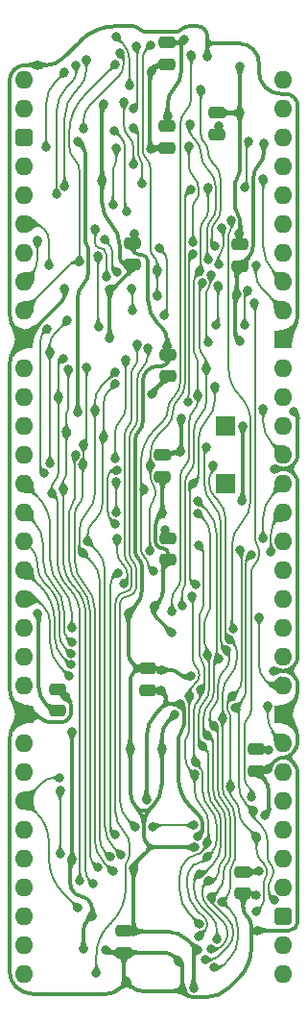
<source format=gbl>
%TF.GenerationSoftware,KiCad,Pcbnew,9.0.2*%
%TF.CreationDate,2025-06-26T18:46:24+02:00*%
%TF.ProjectId,HCP65 Kernal Mode,48435036-3520-44b6-9572-6e616c204d6f,V0*%
%TF.SameCoordinates,Original*%
%TF.FileFunction,Copper,L2,Bot*%
%TF.FilePolarity,Positive*%
%FSLAX46Y46*%
G04 Gerber Fmt 4.6, Leading zero omitted, Abs format (unit mm)*
G04 Created by KiCad (PCBNEW 9.0.2) date 2025-06-26 18:46:24*
%MOMM*%
%LPD*%
G01*
G04 APERTURE LIST*
G04 Aperture macros list*
%AMRoundRect*
0 Rectangle with rounded corners*
0 $1 Rounding radius*
0 $2 $3 $4 $5 $6 $7 $8 $9 X,Y pos of 4 corners*
0 Add a 4 corners polygon primitive as box body*
4,1,4,$2,$3,$4,$5,$6,$7,$8,$9,$2,$3,0*
0 Add four circle primitives for the rounded corners*
1,1,$1+$1,$2,$3*
1,1,$1+$1,$4,$5*
1,1,$1+$1,$6,$7*
1,1,$1+$1,$8,$9*
0 Add four rect primitives between the rounded corners*
20,1,$1+$1,$2,$3,$4,$5,0*
20,1,$1+$1,$4,$5,$6,$7,0*
20,1,$1+$1,$6,$7,$8,$9,0*
20,1,$1+$1,$8,$9,$2,$3,0*%
G04 Aperture macros list end*
%TA.AperFunction,ComponentPad*%
%ADD10R,1.700000X1.700000*%
%TD*%
%TA.AperFunction,ComponentPad*%
%ADD11O,1.600000X1.600000*%
%TD*%
%TA.AperFunction,ComponentPad*%
%ADD12R,1.600000X1.600000*%
%TD*%
%TA.AperFunction,ComponentPad*%
%ADD13RoundRect,0.400000X-0.400000X-0.400000X0.400000X-0.400000X0.400000X0.400000X-0.400000X0.400000X0*%
%TD*%
%TA.AperFunction,SMDPad,CuDef*%
%ADD14RoundRect,0.250000X0.475000X-0.250000X0.475000X0.250000X-0.475000X0.250000X-0.475000X-0.250000X0*%
%TD*%
%TA.AperFunction,SMDPad,CuDef*%
%ADD15RoundRect,0.250000X-0.475000X0.250000X-0.475000X-0.250000X0.475000X-0.250000X0.475000X0.250000X0*%
%TD*%
%TA.AperFunction,ViaPad*%
%ADD16C,0.800000*%
%TD*%
%TA.AperFunction,Conductor*%
%ADD17C,0.380000*%
%TD*%
%TA.AperFunction,Conductor*%
%ADD18C,0.200000*%
%TD*%
G04 APERTURE END LIST*
D10*
%TO.P,TP1,1,1*%
%TO.N,C6*%
X17780000Y-35560000D03*
%TD*%
%TO.P,TP2,1,1*%
%TO.N,C5*%
X17780000Y-30480000D03*
%TD*%
D11*
%TO.P,J2,64,Pin_64*%
%TO.N,OP7*%
X22860000Y0D03*
%TO.P,J2,63,Pin_63*%
%TO.N,OP6*%
X22860000Y-2540000D03*
%TO.P,J2,62,Pin_62*%
%TO.N,OP5*%
X22860000Y-5080000D03*
%TO.P,J2,61,Pin_61*%
%TO.N,OP4*%
X22860000Y-7620000D03*
%TO.P,J2,60,Pin_60*%
%TO.N,OP3*%
X22860000Y-10160000D03*
%TO.P,J2,59,Pin_59*%
%TO.N,OP2*%
X22860000Y-12700000D03*
%TO.P,J2,58,Pin_58*%
%TO.N,OP1*%
X22860000Y-15240000D03*
%TO.P,J2,57,Pin_57*%
%TO.N,OP0*%
X22860000Y-17780000D03*
%TO.P,J2,56,Pin_56*%
%TO.N,Enter Interrupt*%
X22860000Y-20320000D03*
D12*
%TO.P,J2,55,Pin_55*%
%TO.N,GND*%
X22860000Y-22860000D03*
D11*
%TO.P,J2,54,Pin_54*%
%TO.N,~{Kernal Mode}*%
X22860000Y-25400000D03*
%TO.P,J2,53,Pin_53*%
%TO.N,Kernal Mode*%
X22860000Y-27940000D03*
%TO.P,J2,52,Pin_52*%
%TO.N,C3*%
X22860000Y-30480000D03*
%TO.P,J2,51,Pin_51*%
%TO.N,C4*%
X22860000Y-33020000D03*
%TO.P,J2,50,Pin_50*%
%TO.N,A_{OUT}16*%
X22860000Y-35560000D03*
%TO.P,J2,49,Pin_49*%
%TO.N,A_{OUT}17*%
X22860000Y-38100000D03*
%TO.P,J2,48,Pin_48*%
%TO.N,A_{OUT}18*%
X22860000Y-40640000D03*
%TO.P,J2,47,Pin_47*%
%TO.N,A_{OUT}19*%
X22860000Y-43180000D03*
%TO.P,J2,46,Pin_46*%
%TO.N,A_{OUT}20*%
X22860000Y-45720000D03*
%TO.P,J2,45,Pin_45*%
%TO.N,A_{OUT}21*%
X22860000Y-48260000D03*
%TO.P,J2,44,Pin_44*%
%TO.N,A_{OUT}22*%
X22860000Y-50800000D03*
%TO.P,J2,43,Pin_43*%
%TO.N,A_{OUT}23*%
X22860000Y-53340000D03*
D12*
%TO.P,J2,42,Pin_42*%
%TO.N,GND*%
X22860000Y-55880000D03*
D11*
%TO.P,J2,41,Pin_41*%
%TO.N,D7*%
X22860000Y-58420000D03*
%TO.P,J2,40,Pin_40*%
%TO.N,D6*%
X22860000Y-60960000D03*
%TO.P,J2,39,Pin_39*%
%TO.N,D5*%
X22860000Y-63500000D03*
%TO.P,J2,38,Pin_38*%
%TO.N,D4*%
X22860000Y-66040000D03*
%TO.P,J2,37,Pin_37*%
%TO.N,D3*%
X22860000Y-68580000D03*
%TO.P,J2,36,Pin_36*%
%TO.N,D2*%
X22860000Y-71120000D03*
D13*
%TO.P,J2,35,Pin_35*%
%TO.N,5V*%
X22860000Y-73660000D03*
D11*
%TO.P,J2,34,Pin_34*%
%TO.N,D1*%
X22860000Y-76200000D03*
%TO.P,J2,33,Pin_33*%
%TO.N,D0*%
X22860000Y-78740000D03*
%TO.P,J2,32,Pin_32*%
%TO.N,PID0*%
X0Y-78740000D03*
%TO.P,J2,31,Pin_31*%
%TO.N,PID1*%
X0Y-76200000D03*
%TO.P,J2,30,Pin_30*%
%TO.N,PID2*%
X0Y-73660000D03*
%TO.P,J2,29,Pin_29*%
%TO.N,PID3*%
X0Y-71120000D03*
%TO.P,J2,28,Pin_28*%
%TO.N,PID4*%
X0Y-68580000D03*
%TO.P,J2,27,Pin_27*%
%TO.N,PID5*%
X0Y-66040000D03*
%TO.P,J2,26,Pin_26*%
%TO.N,PID6*%
X0Y-63500000D03*
%TO.P,J2,25,Pin_25*%
%TO.N,PID7*%
X0Y-60960000D03*
%TO.P,J2,24,Pin_24*%
%TO.N,unconnected-(J2-Pin_24-Pad24)*%
X0Y-58420000D03*
D12*
%TO.P,J2,23,Pin_23*%
%TO.N,GND*%
X0Y-55880000D03*
D11*
%TO.P,J2,22,Pin_22*%
%TO.N,BA_{IN}7*%
X0Y-53340000D03*
%TO.P,J2,21,Pin_21*%
%TO.N,BA_{IN}6*%
X0Y-50800000D03*
%TO.P,J2,20,Pin_20*%
%TO.N,BA_{IN}5*%
X0Y-48260000D03*
%TO.P,J2,19,Pin_19*%
%TO.N,BA_{IN}4*%
X0Y-45720000D03*
%TO.P,J2,18,Pin_18*%
%TO.N,BA_{IN}3*%
X0Y-43180000D03*
%TO.P,J2,17,Pin_17*%
%TO.N,BA_{IN}2*%
X0Y-40640000D03*
%TO.P,J2,16,Pin_16*%
%TO.N,BA_{IN}1*%
X0Y-38100000D03*
%TO.P,J2,15,Pin_15*%
%TO.N,BA_{IN}0*%
X0Y-35560000D03*
%TO.P,J2,14,Pin_14*%
%TO.N,C2*%
X0Y-33020000D03*
%TO.P,J2,13,Pin_13*%
%TO.N,C1*%
X0Y-30480000D03*
%TO.P,J2,12,Pin_12*%
%TO.N,C0*%
X0Y-27940000D03*
%TO.P,J2,11,Pin_11*%
%TO.N,RTI*%
X0Y-25400000D03*
D12*
%TO.P,J2,10,Pin_10*%
%TO.N,GND*%
X0Y-22860000D03*
D11*
%TO.P,J2,9,Pin_9*%
%TO.N,~{Interrupt Depth}*%
X0Y-20320000D03*
%TO.P,J2,8,Pin_8*%
%TO.N,~{Process ID}*%
X0Y-17780000D03*
%TO.P,J2,7,Pin_7*%
%TO.N,~{WD}*%
X0Y-15240000D03*
%TO.P,J2,6,Pin_6*%
%TO.N,~{RD}*%
X0Y-12700000D03*
%TO.P,J2,5,Pin_5*%
%TO.N,Latch Bank Remap*%
X0Y-10160000D03*
%TO.P,J2,4,Pin_4*%
%TO.N,~{Reset}*%
X0Y-7620000D03*
D13*
%TO.P,J2,3,Pin_3*%
%TO.N,5V*%
X0Y-5080000D03*
D11*
%TO.P,J2,2,Pin_2*%
%TO.N,Native Latch*%
X0Y-2540000D03*
%TO.P,J2,1,Pin_1*%
%TO.N,~{VP}*%
X0Y0D03*
%TD*%
D14*
%TO.P,C14,2*%
%TO.N,/3.3V*%
X19050000Y-14528000D03*
%TO.P,C14,1*%
%TO.N,GND*%
X19050000Y-16428000D03*
%TD*%
%TO.P,C15,2*%
%TO.N,5V*%
X12700000Y-40391000D03*
%TO.P,C15,1*%
%TO.N,GND*%
X12700000Y-42291000D03*
%TD*%
%TO.P,C12,2*%
%TO.N,/3.3V*%
X9525000Y-14401000D03*
%TO.P,C12,1*%
%TO.N,GND*%
X9525000Y-16301000D03*
%TD*%
%TO.P,C4,2*%
%TO.N,/3.3V*%
X12700000Y-24222208D03*
%TO.P,C4,1*%
%TO.N,GND*%
X12700000Y-26122208D03*
%TD*%
%TO.P,C7,2*%
%TO.N,/3.3V*%
X12573000Y-4114000D03*
%TO.P,C7,1*%
%TO.N,GND*%
X12573000Y-6014000D03*
%TD*%
%TO.P,C11,2*%
%TO.N,5V*%
X12192000Y-33070000D03*
%TO.P,C11,1*%
%TO.N,GND*%
X12192000Y-34970000D03*
%TD*%
%TO.P,C5,2*%
%TO.N,/3.3V*%
X10922000Y-51866000D03*
%TO.P,C5,1*%
%TO.N,GND*%
X10922000Y-53766000D03*
%TD*%
%TO.P,C8,2*%
%TO.N,/3.3V*%
X20447000Y-58978000D03*
%TO.P,C8,1*%
%TO.N,GND*%
X20447000Y-60878000D03*
%TD*%
%TO.P,C2,2*%
%TO.N,/3.3V*%
X19304000Y-69773000D03*
%TO.P,C2,1*%
%TO.N,GND*%
X19304000Y-71673000D03*
%TD*%
%TO.P,C13,2*%
%TO.N,/3.3V*%
X17018000Y-2926000D03*
%TO.P,C13,1*%
%TO.N,GND*%
X17018000Y-4826000D03*
%TD*%
%TO.P,C1,2*%
%TO.N,/3.3V*%
X8763000Y-74980000D03*
%TO.P,C1,1*%
%TO.N,GND*%
X8763000Y-76880000D03*
%TD*%
D15*
%TO.P,C3,2*%
%TO.N,/3.3V*%
X2921000Y-55576000D03*
%TO.P,C3,1*%
%TO.N,GND*%
X2921000Y-53676000D03*
%TD*%
D14*
%TO.P,C6,2*%
%TO.N,/3.3V*%
X12573000Y3252000D03*
%TO.P,C6,1*%
%TO.N,GND*%
X12573000Y1352000D03*
%TD*%
D16*
%TO.N,GND*%
X17145000Y-4064000D03*
X10769600Y-63398400D03*
X12991974Y-48720610D03*
X3590166Y-54290462D03*
X19052626Y-23023324D03*
X23745355Y-29206353D03*
X6858000Y-8871552D03*
X22098013Y-34289993D03*
X13774409Y-54996464D03*
X4196000Y-57404000D03*
X21971000Y-52070000D03*
X3556000Y-18415000D03*
X16128992Y2032000D03*
X6985000Y-2159000D03*
X11471265Y-46366821D03*
X20523200Y-74930000D03*
X12039600Y-53804841D03*
X5969000Y-73649966D03*
X21129543Y-5588000D03*
X19210000Y-37083985D03*
X11247352Y-27684054D03*
X7518400Y-22758400D03*
X7177000Y-76653393D03*
X15288005Y-66638707D03*
X7518400Y-18491198D03*
X12191998Y-38226998D03*
X11176000Y-6096000D03*
X19260000Y-30480000D03*
X1142995Y1270005D03*
X21450710Y-60768000D03*
X11190000Y762000D03*
X4196000Y-68681600D03*
X13614400Y-77622400D03*
X13941183Y-80178019D03*
X5207004Y-76581000D03*
X18725000Y-18923000D03*
X21209000Y-64770000D03*
X9017000Y-79450000D03*
X20438232Y-71839000D03*
%TO.N,5V*%
X4699000Y-5473000D03*
X13792618Y-32811040D03*
X4724452Y-29294580D03*
X12446000Y-39624000D03*
X13813808Y-29817000D03*
%TO.N,/3.3V*%
X13281279Y-55908618D03*
X9152195Y-47000000D03*
X15263644Y-76611192D03*
X21589994Y-59054997D03*
X12573328Y-23461060D03*
X18939997Y-13606006D03*
X9633450Y-75006244D03*
X12058981Y-52000870D03*
X14114760Y3538240D03*
X9652000Y-69450000D03*
X14931335Y-80010000D03*
X9336014Y-58928000D03*
X14996837Y-67595382D03*
X18999200Y1143000D03*
X12118988Y-58932069D03*
X20690645Y-69690777D03*
X1143000Y-46990000D03*
X9706900Y-13586068D03*
X14681200Y-52527200D03*
X18999200Y-2926000D03*
X12630389Y-3247994D03*
%TO.N,Kernal Mode*%
X13022135Y-46868000D03*
X15290804Y-27838400D03*
X19431000Y-9525000D03*
X15494000Y-16891000D03*
X16190986Y-9525000D03*
X19791577Y-5461000D03*
%TO.N,/Kernal Mode_{ PART}*%
X14859000Y-15367000D03*
X14407406Y-28366942D03*
%TO.N,/~{Kernal Mode}_{ PART}*%
X16259000Y-15829004D03*
X14605004Y-3937000D03*
%TO.N,C0*%
X2413000Y-36449000D03*
X2997206Y-27940000D03*
X4835692Y-70588988D03*
X3403600Y-24536400D03*
%TO.N,C2*%
X8001000Y-33401000D03*
X4507000Y-33044415D03*
X8929401Y-24686077D03*
X6465640Y-69403152D03*
%TO.N,C4*%
X7574070Y-68468885D03*
X21061009Y-29002762D03*
X5145000Y-41656000D03*
X6223000Y-29083000D03*
X8025000Y-25781000D03*
%TO.N,C3*%
X5489000Y-25298494D03*
X7797088Y-69701101D03*
X5207000Y-32131000D03*
X5142000Y-33850824D03*
%TO.N,C1*%
X3899625Y-25501600D03*
X3429000Y-36021836D03*
X3708404Y-31038800D03*
X6072789Y-70847222D03*
%TO.N,OP3*%
X2837087Y-10093103D03*
X4572000Y1270000D03*
%TO.N,OP4*%
X3556000Y-9398000D03*
X5461000Y1776400D03*
%TO.N,OP7*%
X9271000Y-508000D03*
X8059629Y3796796D03*
%TO.N,~{Interrupt Depth}*%
X8044000Y1345233D03*
X4871875Y-16052000D03*
%TO.N,OP5*%
X9587000Y-2553461D03*
X9887000Y2920994D03*
%TO.N,~{WD}*%
X11124389Y3022917D03*
X11712000Y-19039230D03*
X11712000Y-16763992D03*
%TO.N,D0*%
X16713200Y-78183603D03*
X17436318Y-72384600D03*
X18102120Y-49295474D03*
X16620576Y-33961817D03*
X17467000Y-56235600D03*
%TO.N,D6*%
X20486002Y-66675000D03*
X18166998Y-62230000D03*
X19037420Y-41443422D03*
X20447000Y-73279000D03*
X18355217Y-54310029D03*
%TO.N,PID6*%
X3105392Y-61496554D03*
X4724400Y-72948800D03*
%TO.N,D4*%
X15367000Y-41021000D03*
X15410734Y-75420700D03*
X15081326Y-60135349D03*
X16124059Y-68448059D03*
X15556800Y-53713210D03*
%TO.N,/~{RTI}*%
X14859000Y-14351000D03*
X14490885Y-5854885D03*
%TO.N,D5*%
X16124056Y-67187362D03*
X15443200Y-74371200D03*
X8171000Y-40436800D03*
X15016753Y-61189877D03*
X14564763Y-54305198D03*
X14744326Y-45478326D03*
X8737600Y-44399200D03*
%TO.N,D7*%
X21460498Y-55118000D03*
X20193000Y-64389000D03*
X22036000Y-72263000D03*
X18630506Y-55271393D03*
X19986681Y-41830683D03*
%TO.N,D1*%
X17814238Y-50257762D03*
X15930002Y-77483603D03*
X16088109Y-32331817D03*
X16507715Y-72005647D03*
X16733187Y-56918221D03*
%TO.N,D3*%
X15325452Y-38218592D03*
X15689115Y-58676157D03*
X16157377Y-50661777D03*
X16996047Y-75692370D03*
X15433474Y-69941874D03*
%TO.N,D2*%
X15294000Y-37126478D03*
X16246681Y-70536818D03*
X16160072Y-57737699D03*
X16443296Y-76567615D03*
X17143191Y-50999181D03*
%TO.N,PID7*%
X3149600Y-68173602D03*
X3149596Y-62626106D03*
%TO.N,/~{Read Interrupt Depth}*%
X11331000Y-65785998D03*
X9750984Y-65786000D03*
X14936001Y-65659000D03*
X16493048Y-17188664D03*
X16256000Y-23114000D03*
X10889148Y-23685881D03*
%TO.N,~{Reset}*%
X11085628Y-41539857D03*
X14675334Y-9685581D03*
X11112496Y-33972496D03*
%TO.N,~{Kernal Mode}*%
X16052800Y-25400000D03*
X13895173Y-46368000D03*
X15701091Y-17892560D03*
%TO.N,/Read Interrupt Depth*%
X17441168Y-13049513D03*
X6248402Y-13106400D03*
X7239000Y-17399000D03*
X17151866Y-16279333D03*
%TO.N,~{VP}*%
X15569844Y-892000D03*
X16844701Y-14697730D03*
%TO.N,RTI*%
X3810000Y-21209000D03*
X11902971Y-14829000D03*
X2247206Y-33770000D03*
X2247206Y-23977600D03*
X12319000Y-20743245D03*
%TO.N,Enter Interrupt*%
X20417737Y-16327688D03*
X2019117Y-21958113D03*
X1701357Y-34666970D03*
%TO.N,Latch Bank Remap*%
X18459110Y-48359388D03*
X18249718Y-12405147D03*
%TO.N,A_{OUT}16*%
X21060000Y-40374128D03*
%TO.N,A_{OUT}17*%
X21762911Y-41588627D03*
%TO.N,A_{OUT}23*%
X20698807Y-47318998D03*
%TO.N,BA_{IN}1*%
X4177000Y-49543043D03*
%TO.N,BA_{IN}2*%
X4072703Y-50537592D03*
%TO.N,BA_{IN}3*%
X4129630Y-51535973D03*
%TO.N,Net-(IC12-~{E1})*%
X5224293Y-4318000D03*
X8397254Y2309534D03*
%TO.N,Net-(IC12-~{E2})*%
X1917000Y-5969000D03*
X3556000Y635000D03*
%TO.N,/~{Write Interrupt Depth}*%
X11391500Y-43304500D03*
X14732000Y2159000D03*
X10586543Y-36081430D03*
%TO.N,BA_{IN}4*%
X3959614Y-52521417D03*
%TO.N,BA_{IN}0*%
X4177000Y-48310800D03*
%TO.N,~{RD}*%
X2159000Y-16383000D03*
%TO.N,~{Process ID}*%
X8155539Y-16999048D03*
X7049202Y-14059428D03*
X1143000Y-14194000D03*
%TO.N,OP0*%
X21082000Y-8763000D03*
X9624502Y-4280498D03*
X10358191Y-9199854D03*
%TO.N,OP6*%
X9640000Y-7493000D03*
X8781820Y-1960426D03*
%TO.N,/~{Read Process ID}*%
X9956800Y-23317200D03*
X19431000Y-21655000D03*
X19668618Y-18591957D03*
X6350000Y-78688833D03*
%TO.N,/Read Process ID*%
X6553200Y-21742400D03*
X16906997Y-21652000D03*
X6501875Y-15551999D03*
X17101091Y-18166161D03*
%TO.N,/Write Process ID*%
X20067000Y-63144400D03*
X20263052Y-19685000D03*
X9525000Y-20343245D03*
X9449755Y-18363245D03*
%TO.N,OP1*%
X9041316Y-11649513D03*
X7932903Y-4471004D03*
%TO.N,OP2*%
X7804371Y-11071558D03*
X8128000Y-6045200D03*
%TO.N,C6*%
X15076460Y-44482237D03*
X14896995Y-35560000D03*
X16802800Y-27051703D03*
X7988607Y-66492001D03*
X8221143Y-43422927D03*
%TO.N,C5*%
X8554998Y-68274512D03*
X6970911Y-31443398D03*
X8005604Y-26818921D03*
X5579007Y-40651173D03*
%TO.N,/~{TCD}*%
X8001002Y-39116000D03*
X8144024Y-34433126D03*
%TO.N,/~{TCU}*%
X8128004Y-38115998D03*
X8128000Y-35433006D03*
%TD*%
D17*
%TO.N,/3.3V*%
X15097489Y-76777346D02*
G75*
G03*
X14931313Y-77178478I401111J-401154D01*
G01*
X11991546Y-51933435D02*
G75*
G03*
X11828743Y-51865958I-162846J-162765D01*
G01*
X10922000Y-19457134D02*
G75*
G03*
X11747665Y-21450463I2819000J4D01*
G01*
X10446800Y-30120229D02*
G75*
G02*
X10112901Y-30926336I-1140010J-1D01*
G01*
X9779000Y-41491344D02*
G75*
G03*
X10080097Y-42218267I1028020J-6D01*
G01*
X9620328Y-74993122D02*
G75*
G03*
X9588648Y-74979965I-31728J-31678D01*
G01*
X11800848Y-25232208D02*
G75*
G03*
X10846650Y-25627421I-48J-1349392D01*
G01*
X18994998Y-13661007D02*
G75*
G02*
X19050001Y-13793792I-132798J-132793D01*
G01*
X9690100Y-15245900D02*
G75*
G03*
X10088686Y-15411006I398600J398600D01*
G01*
X9152195Y-50447727D02*
G75*
G03*
X9567597Y-51450597I1418265J-3D01*
G01*
X13626117Y3252000D02*
G75*
G03*
X13971622Y3395138I-17J488600D01*
G01*
X13828520Y3049597D02*
G75*
G03*
X13626117Y3252020I-202420J3D01*
G01*
X13971640Y3395120D02*
G75*
G03*
X13828533Y3049597I345560J-345520D01*
G01*
X13554435Y-52264035D02*
G75*
G03*
X14189771Y-52527221I635365J635335D01*
G01*
X13554435Y-52264035D02*
G75*
G03*
X12919098Y-52000879I-635335J-635365D01*
G01*
X12121123Y-58934204D02*
G75*
G02*
X12123297Y-58939358I-5123J-5196D01*
G01*
X13229454Y-726065D02*
G75*
G03*
X12630407Y-2172337I1446246J-1446235D01*
G01*
X10731030Y-15601969D02*
G75*
G02*
X10921996Y-16063010I-461030J-461031D01*
G01*
X20649533Y-69731888D02*
G75*
G02*
X20550281Y-69772976I-99233J99288D01*
G01*
X18826359Y-11864559D02*
G75*
G02*
X19039761Y-12379653I-515059J-515141D01*
G01*
X10112900Y-30926335D02*
G75*
G03*
X9779027Y-31732440I806100J-806065D01*
G01*
X12700000Y-24651436D02*
G75*
G02*
X12529884Y-25062092I-580800J36D01*
G01*
X10541000Y-66564941D02*
G75*
G03*
X10842810Y-67293572I1030440J1D01*
G01*
X12123258Y-62068916D02*
G75*
G02*
X11332127Y-63978869I-2701088J6D01*
G01*
X18806100Y-8574093D02*
G75*
G03*
X18612989Y-9040277I466200J-466207D01*
G01*
X10080100Y-42218264D02*
G75*
G02*
X10381217Y-42945183I-726900J-726936D01*
G01*
X12154391Y-21857191D02*
G75*
G02*
X12573336Y-22868594I-1011391J-1011409D01*
G01*
X10381200Y-44901957D02*
G75*
G02*
X9766695Y-46385495I-2098050J7D01*
G01*
X9525000Y-14847313D02*
G75*
G03*
X9690104Y-15245896I563700J13D01*
G01*
X1269998Y-53493326D02*
G75*
G03*
X1879999Y-54965999I2082677J1D01*
G01*
X1206499Y-47053499D02*
G75*
G02*
X1269999Y-47206799I-153299J-153301D01*
G01*
X12529896Y-25062104D02*
G75*
G02*
X12119228Y-25232218I-410696J410704D01*
G01*
X9779986Y-68960013D02*
G75*
G03*
X9652007Y-69269000I309014J-308987D01*
G01*
X9336014Y-62712960D02*
G75*
G03*
X9938508Y-64167506I2057036J0D01*
G01*
X9659507Y-52189493D02*
G75*
G03*
X9659507Y-51542507I-323507J323493D01*
G01*
X10440488Y-51866000D02*
G75*
G03*
X9659508Y-52189494I12J-1104500D01*
G01*
X9659507Y-51542507D02*
G75*
G03*
X10440488Y-51866001I780993J781007D01*
G01*
X9659507Y-52189493D02*
G75*
G03*
X9335999Y-52970474I780993J-781007D01*
G01*
X12700133Y-56489763D02*
G75*
G03*
X12118956Y-57892772I1402967J-1403037D01*
G01*
X18999200Y-8107908D02*
G75*
G02*
X18806099Y-8574092I-659300J8D01*
G01*
X10731030Y-15601969D02*
G75*
G03*
X10269989Y-15411004I-461030J-461031D01*
G01*
X10844352Y-25629760D02*
G75*
G03*
X10446817Y-26589535I959748J-959740D01*
G01*
X9642725Y-69459275D02*
G75*
G03*
X9633422Y-69481666I22375J-22425D01*
G01*
X10541000Y-65622053D02*
G75*
G03*
X9938509Y-64167505I-2057040J3D01*
G01*
X11143493Y-64167507D02*
G75*
G03*
X10541026Y-65622053I1454507J-1454493D01*
G01*
X9938507Y-64167507D02*
G75*
G03*
X11143493Y-64167507I602493J602496D01*
G01*
X12601694Y-3276688D02*
G75*
G03*
X12572982Y-3345963I69306J-69312D01*
G01*
X19039718Y-13435771D02*
G75*
G02*
X18989868Y-13556156I-170218J-29D01*
G01*
X10842809Y-67897191D02*
G75*
G03*
X10842791Y-67293591I-301809J301791D01*
G01*
X11571440Y-67595382D02*
G75*
G03*
X10842793Y-67897175I-40J-1030418D01*
G01*
X10842809Y-67293573D02*
G75*
G03*
X11571440Y-67595341I728591J728673D01*
G01*
X14461170Y-75808718D02*
G75*
G03*
X12523826Y-75006237I-1937370J-1937382D01*
G01*
X18613000Y-11349464D02*
G75*
G03*
X18826332Y-11864586I728500J-36D01*
G01*
X21551495Y-59016498D02*
G75*
G03*
X21458551Y-58978022I-92895J-92902D01*
G01*
X13828520Y720206D02*
G75*
G02*
X13229454Y-726065I-2045320J-6D01*
G01*
X12573164Y-23461224D02*
G75*
G03*
X12573025Y-23461618I436J-376D01*
G01*
%TO.N,5V*%
X5535137Y-14635163D02*
G75*
G02*
X5661860Y-14941134I-305937J-305937D01*
G01*
X13824238Y-29827430D02*
G75*
G02*
X13834673Y-29852610I-25138J-25170D01*
G01*
X4699000Y-29251130D02*
G75*
G03*
X4711752Y-29281828I43400J30D01*
G01*
X5053700Y-5827700D02*
G75*
G02*
X5408391Y-6684021I-856300J-856300D01*
G01*
X13768829Y-32834829D02*
G75*
G02*
X13711397Y-32858617I-57429J57429D01*
G01*
X13834668Y-32739256D02*
G75*
G02*
X13813662Y-32790034I-71768J-44D01*
G01*
X5408400Y-14329192D02*
G75*
G03*
X5535135Y-14635165I432700J-8D01*
G01*
X5180437Y-18060562D02*
G75*
G03*
X4699000Y-19222855I1162283J-1162288D01*
G01*
X5661875Y-16898269D02*
G75*
G02*
X5180439Y-18060564I-1643735J-1D01*
G01*
%TO.N,GND*%
X-657499Y-23517500D02*
G75*
G03*
X-657499Y-22202500I-657498J657500D01*
G01*
X-657499Y-22202500D02*
G75*
G03*
X657500Y-22202499I657499J657498D01*
G01*
X24130000Y-50769184D02*
G75*
G02*
X23749005Y-51689005I-1300800J-16D01*
G01*
X23901400Y-74701400D02*
G75*
G02*
X23349510Y-74930004I-551900J551900D01*
G01*
X20893855Y-60878000D02*
G75*
G03*
X20762989Y-61193959I45J-185100D01*
G01*
X-657499Y-56537500D02*
G75*
G03*
X-1315004Y-58124845I1587339J-1587350D01*
G01*
X17081500Y-4127500D02*
G75*
G03*
X17018001Y-4280802I153300J-153300D01*
G01*
X21018500Y-61449500D02*
G75*
G02*
X21589990Y-62829223I-1379700J-1379700D01*
G01*
X19260000Y-36998629D02*
G75*
G02*
X19234994Y-37058979I-85400J29D01*
G01*
X20675271Y-7518728D02*
G75*
G03*
X20221031Y-8615436I1096729J-1096672D01*
G01*
X12020179Y-53785420D02*
G75*
G03*
X11973294Y-53766002I-46879J-46880D01*
G01*
X21395710Y-60823000D02*
G75*
G02*
X21262928Y-60878015I-132810J132800D01*
G01*
X9424000Y-79857000D02*
G75*
G03*
X10406584Y-80264006I982600J982600D01*
G01*
X10160000Y4445000D02*
G75*
G03*
X10773210Y4191004I613200J613200D01*
G01*
X22829172Y-34289993D02*
G75*
G03*
X23749003Y-33908996I28J1300793D01*
G01*
X23748996Y-34670996D02*
G75*
G03*
X22829172Y-34290006I-919796J-919804D01*
G01*
X23748996Y-33908989D02*
G75*
G03*
X23748988Y-34671003I381004J-381011D01*
G01*
X23812500Y-1587500D02*
G75*
G02*
X24129995Y-2354012I-766500J-766500D01*
G01*
X13764336Y-54986391D02*
G75*
G03*
X13740017Y-54976303I-24336J-24309D01*
G01*
X20271100Y-74930000D02*
G75*
G03*
X20019000Y-75182100I0J-252100D01*
G01*
X20019000Y-74677900D02*
G75*
G03*
X20271100Y-74930000I252100J0D01*
G01*
X4120846Y-68756754D02*
G75*
G03*
X4045691Y-68938191I181454J-181446D01*
G01*
X15748000Y-65853446D02*
G75*
G02*
X15517987Y-66408694I-785300J46D01*
G01*
X11585000Y-40786235D02*
G75*
G03*
X11681010Y-41017990I327800J35D01*
G01*
X5651500Y-72250300D02*
G75*
G02*
X5968995Y-73016812I-766500J-766500D01*
G01*
X13243200Y-77251200D02*
G75*
G03*
X12347043Y-76879982I-896200J-896200D01*
G01*
X11459854Y-46378232D02*
G75*
G03*
X11448429Y-46405780I27546J-27568D01*
G01*
X-1315000Y-78489957D02*
G75*
G03*
X-721000Y-79924000I2028050J3D01*
G01*
X10160000Y4445000D02*
G75*
G03*
X9546789Y4698996I-613200J-613200D01*
G01*
X11777000Y-41109512D02*
G75*
G03*
X11780186Y-41117160I10800J12D01*
G01*
X11773826Y-41110826D02*
G75*
G03*
X11776939Y-41109512I1274J1326D01*
G01*
X12200062Y-45122686D02*
G75*
G02*
X11835676Y-46002435I-1244162J-14D01*
G01*
X22860000Y-59690000D02*
G75*
G03*
X22155103Y-59981968I0J-996900D01*
G01*
X13831881Y-57415118D02*
G75*
G03*
X13588975Y-58001486I586319J-586382D01*
G01*
X15874996Y4445004D02*
G75*
G02*
X16128996Y3831803I-613196J-613204D01*
G01*
X20193000Y2667000D02*
G75*
G03*
X18966579Y3174992I-1226400J-1226400D01*
G01*
X21479568Y-60657516D02*
G75*
G03*
X21450689Y-60727187I69632J-69684D01*
G01*
X18887500Y-16590500D02*
G75*
G03*
X18725004Y-16982809I392300J-392300D01*
G01*
X24130000Y-20691974D02*
G75*
G02*
X23495001Y-22225001I-2168040J4D01*
G01*
X11285959Y-27536248D02*
G75*
G03*
X11247330Y-27629455I93241J-93252D01*
G01*
X8763000Y-79016394D02*
G75*
G03*
X8889998Y-79323002I433600J-6D01*
G01*
X11615140Y-55821858D02*
G75*
G03*
X10769594Y-57863175I2041360J-2041342D01*
G01*
X6858000Y-10840570D02*
G75*
G03*
X7634002Y-12713998I2649420J0D01*
G01*
X-657499Y-23517500D02*
G75*
G03*
X-1315004Y-25104845I1587339J-1587350D01*
G01*
X3860800Y-56337200D02*
G75*
G02*
X3247589Y-56591196I-613200J613200D01*
G01*
X11071000Y-5916753D02*
G75*
G03*
X11123486Y-6043514I179200J-47D01*
G01*
X8483000Y-79984000D02*
G75*
G02*
X7193809Y-80518004I-1289200J1289200D01*
G01*
X23812500Y-1587500D02*
G75*
G03*
X23045987Y-1270005I-766500J-766500D01*
G01*
X-1315000Y-20615154D02*
G75*
G03*
X-657499Y-22202500I2244848J1D01*
G01*
X5549526Y-72148326D02*
G75*
G03*
X5029200Y-71932785I-520326J-520274D01*
G01*
X21590000Y-64119592D02*
G75*
G02*
X21399502Y-64579502I-650400J-8D01*
G01*
X20355232Y-71756000D02*
G75*
G03*
X20154852Y-71673040I-200332J-200400D01*
G01*
X-721000Y-79924000D02*
G75*
G03*
X713042Y-80518000I1434046J1434050D01*
G01*
X3852483Y-54552779D02*
G75*
G02*
X4114824Y-55186068I-633283J-633321D01*
G01*
X3377725Y1853725D02*
G75*
G02*
X1968500Y1270002I-1409225J1409215D01*
G01*
X7873326Y-18398489D02*
G75*
G02*
X7649509Y-18491212I-223826J223789D01*
G01*
X8410000Y-15664932D02*
G75*
G03*
X8596309Y-16114691I636100J32D01*
G01*
X6921500Y-2222500D02*
G75*
G03*
X6858001Y-2375802I153300J-153300D01*
G01*
X23534999Y-56554999D02*
G75*
G02*
X24130018Y-57991457I-1436499J-1436501D01*
G01*
X13589000Y-61449277D02*
G75*
G03*
X14668502Y-64055419I3685630J-3D01*
G01*
X12563300Y-41417700D02*
G75*
G02*
X12699990Y-41747722I-330000J-330000D01*
G01*
X23748996Y-34670996D02*
G75*
G02*
X24129994Y-35590820I-919796J-919804D01*
G01*
X12176500Y1352000D02*
G75*
G03*
X11499639Y1071625I0J-957200D01*
G01*
X7634000Y-12714000D02*
G75*
G02*
X8410000Y-14587429I-1873430J-1873430D01*
G01*
X19788116Y-71673000D02*
G75*
G03*
X19304000Y-72157116I-16J-484100D01*
G01*
X21272500Y-698500D02*
G75*
G03*
X22652223Y-1269990I1379700J1379700D01*
G01*
X8064500Y4699000D02*
G75*
G03*
X4920857Y3396867I0J-4445800D01*
G01*
X20701000Y681223D02*
G75*
G03*
X21272493Y-698507I1951200J-23D01*
G01*
X13777791Y-77785791D02*
G75*
G02*
X13941207Y-78180253I-394491J-394509D01*
G01*
X20221000Y-14428977D02*
G75*
G02*
X19635506Y-15842506I-1999000J-23D01*
G01*
X12563300Y-41417700D02*
G75*
G03*
X12233277Y-41281010I-330000J-330000D01*
G01*
X24130000Y-58226864D02*
G75*
G02*
X23701468Y-59261468I-1463100J-36D01*
G01*
X14266173Y-80503009D02*
G75*
G03*
X15050769Y-80828017I784627J784609D01*
G01*
X23701457Y-60118542D02*
G75*
G02*
X24129985Y-61153135I-1034557J-1034558D01*
G01*
X11888499Y-38530497D02*
G75*
G03*
X11585003Y-39263208I732701J-732703D01*
G01*
X12195377Y-55241622D02*
G75*
G03*
X12460703Y-54601120I-640477J640522D01*
G01*
X12835879Y-54976318D02*
G75*
G03*
X12195393Y-55241638I21J-905782D01*
G01*
X12460682Y-54601120D02*
G75*
G03*
X12835879Y-54976318I375218J20D01*
G01*
X12250141Y-54015382D02*
G75*
G02*
X12460716Y-54523672I-508241J-508318D01*
G01*
X15874996Y4445004D02*
G75*
G03*
X15261795Y4698996I-613196J-613204D01*
G01*
X20193000Y2667000D02*
G75*
G02*
X20700992Y1440579I-1226400J-1226400D01*
G01*
X11315982Y-6014000D02*
G75*
G03*
X11217005Y-6055005I18J-140000D01*
G01*
X14074763Y-56828750D02*
G75*
G02*
X13831882Y-57415119I-829253J0D01*
G01*
X20019000Y-76477500D02*
G75*
G02*
X18924753Y-79119249I-3736000J0D01*
G01*
X4114800Y-55723989D02*
G75*
G02*
X3860802Y-56337202I-867220J-1D01*
G01*
X23749000Y-52451000D02*
G75*
G02*
X24129994Y-53370815I-919800J-919800D01*
G01*
X1422400Y-56235600D02*
G75*
G03*
X2280894Y-56591202I858500J858500D01*
G01*
X7290303Y-76766696D02*
G75*
G03*
X7563842Y-76879982I273497J273496D01*
G01*
X13904289Y4445000D02*
G75*
G02*
X13291078Y4191012I-613189J613200D01*
G01*
X4508873Y-71717273D02*
G75*
G03*
X5029200Y-71932786I520327J520373D01*
G01*
X5588002Y-74030964D02*
G75*
G03*
X5206982Y-74950774I919798J-919836D01*
G01*
X11448443Y-46783361D02*
G75*
G03*
X11726844Y-47455478I950517J1D01*
G01*
X1422400Y-56235600D02*
G75*
G03*
X563905Y-55880002I-858490J-858490D01*
G01*
X19715014Y-73766214D02*
G75*
G02*
X20018991Y-74500100I-733914J-733886D01*
G01*
X19304000Y-72849618D02*
G75*
G03*
X19661505Y-73712695I1220600J18D01*
G01*
X62643Y1270005D02*
G75*
G03*
X-911497Y866502I7J-1377655D01*
G01*
X-1315000Y-53635154D02*
G75*
G03*
X-657499Y-55222500I2244848J1D01*
G01*
X15378964Y-64765885D02*
G75*
G02*
X15747979Y-65656816I-890964J-890915D01*
G01*
X24130000Y-74149510D02*
G75*
G02*
X23901397Y-74701397I-780500J10D01*
G01*
X4045692Y-70774172D02*
G75*
G03*
X4385047Y-71593445I1158628J2D01*
G01*
X8763000Y-77559696D02*
G75*
G03*
X8083303Y-76880000I-679700J-4D01*
G01*
X9442696Y-76880000D02*
G75*
G03*
X8763000Y-77559696I4J-679700D01*
G01*
X14517499Y4699000D02*
G75*
G03*
X13904291Y4444998I1J-867200D01*
G01*
X12450031Y-42540969D02*
G75*
G03*
X12200093Y-43144447I603469J-603431D01*
G01*
X18144019Y-79899980D02*
G75*
G02*
X15903582Y-80827974I-2240419J2240480D01*
G01*
X11130500Y702500D02*
G75*
G03*
X11071019Y558854I143600J-143600D01*
G01*
X23494999Y-55244999D02*
G75*
G03*
X23494999Y-56515001I635001J-635001D01*
G01*
X23937677Y-29398675D02*
G75*
G02*
X24130021Y-29862983I-464277J-464325D01*
G01*
X-911497Y866502D02*
G75*
G03*
X-1314998Y-107638I974147J-974142D01*
G01*
X18666000Y-18982000D02*
G75*
G03*
X18607016Y-19124438I142400J-142400D01*
G01*
X3556000Y-18859500D02*
G75*
G02*
X3241688Y-19618305I-1073100J0D01*
G01*
X22860000Y-59690000D02*
G75*
G03*
X23564897Y-59398033I0J996900D01*
G01*
X23564889Y-59981974D02*
G75*
G03*
X22860000Y-59690010I-704889J-704926D01*
G01*
X23564889Y-59398025D02*
G75*
G03*
X23564888Y-59981974I292011J-291975D01*
G01*
X24130000Y-32989165D02*
G75*
G02*
X23749008Y-33909001I-1300800J-35D01*
G01*
X13898192Y-80221009D02*
G75*
G02*
X13794404Y-80263996I-103792J103809D01*
G01*
X21129543Y-6422020D02*
G75*
G02*
X20675254Y-7518711I-1550943J20D01*
G01*
X11860500Y-41197500D02*
G75*
G03*
X12062086Y-41281005I201600J201600D01*
G01*
X22829184Y-52070000D02*
G75*
G03*
X23749005Y-51689005I16J1300800D01*
G01*
X23749000Y-52451000D02*
G75*
G03*
X22829184Y-52070006I-919800J-919800D01*
G01*
X23749000Y-51689000D02*
G75*
G03*
X23749000Y-52451000I381000J-381000D01*
G01*
X9525000Y-16523908D02*
G75*
G02*
X9367387Y-16904442I-538200J8D01*
G01*
X16636996Y3175000D02*
G75*
G03*
X16129000Y2666996I4J-508000D01*
G01*
X16128992Y3683004D02*
G75*
G03*
X16636996Y3174992I508008J-4D01*
G01*
X18607000Y-22262592D02*
G75*
G03*
X18829816Y-22800508I760700J-8D01*
G01*
X13924586Y-55146641D02*
G75*
G02*
X14074755Y-55509200I-362586J-362559D01*
G01*
X24130000Y-53721000D02*
G75*
G02*
X23501375Y-55238610I-2146200J0D01*
G01*
X8596300Y-16114700D02*
G75*
G03*
X9046067Y-16301013I449800J449800D01*
G01*
X657499Y-22202499D02*
X-657499Y-23517500D01*
X20019000Y-75182100D02*
X20019000Y-74677900D01*
X11780173Y-41117173D02*
X11773826Y-41110826D01*
X8083303Y-76880000D02*
X9442696Y-76880000D01*
X16128992Y2666996D02*
X16128992Y3683004D01*
D18*
%TO.N,/~{TCU}*%
X8118000Y-35443006D02*
G75*
G03*
X8108022Y-35467148I24100J-24094D01*
G01*
X8108000Y-38081849D02*
G75*
G03*
X8117987Y-38106011I34100J-51D01*
G01*
%TO.N,/~{TCD}*%
X7523037Y-34590163D02*
G75*
G03*
X7365972Y-34969283I379063J-379137D01*
G01*
X7366000Y-38031983D02*
G75*
G03*
X7683496Y-38798504I1084000J-17D01*
G01*
X7902157Y-34433126D02*
G75*
G03*
X7523055Y-34590181I43J-536174D01*
G01*
%TO.N,C5*%
X7112000Y-65811160D02*
G75*
G03*
X7833500Y-67553012I2463350J0D01*
G01*
X5992869Y-39066730D02*
G75*
G03*
X5578988Y-40065883I999131J-999170D01*
G01*
X6345503Y-41417669D02*
G75*
G02*
X7112001Y-43268155I-1850493J-1850491D01*
G01*
X6901000Y-37223809D02*
G75*
G02*
X6240002Y-38819595I-2256800J9D01*
G01*
X6935955Y-31478353D02*
G75*
G03*
X6901017Y-31562743I84345J-84347D01*
G01*
X7495302Y-27329223D02*
G75*
G03*
X6985007Y-28561201I1231998J-1231977D01*
G01*
X6985000Y-31419346D02*
G75*
G02*
X6977942Y-31436340I-24100J46D01*
G01*
%TO.N,C6*%
X16084900Y-29946300D02*
G75*
G03*
X15366985Y-31679463I1733200J-1733200D01*
G01*
X15367000Y-34757651D02*
G75*
G02*
X15131982Y-35324982I-802400J51D01*
G01*
X16802800Y-28213136D02*
G75*
G02*
X16084900Y-29946300I-2451080J6D01*
G01*
X7620000Y-65862749D02*
G75*
G03*
X7804305Y-66307695I629240J-1D01*
G01*
X14579110Y-43633207D02*
G75*
G03*
X14827797Y-44233550I848990J7D01*
G01*
X7920571Y-43723498D02*
G75*
G03*
X7620025Y-44449142I725629J-725602D01*
G01*
X14738052Y-35718942D02*
G75*
G03*
X14579091Y-36102663I383748J-383758D01*
G01*
%TO.N,OP2*%
X7966185Y-7527814D02*
G75*
G03*
X7804337Y-7918469I390615J-390686D01*
G01*
X8128000Y-7137159D02*
G75*
G02*
X7966188Y-7527817I-552480J-1D01*
G01*
%TO.N,OP1*%
X8890000Y-11391200D02*
G75*
G03*
X8965661Y-11573852I258300J0D01*
G01*
X8411451Y-4949552D02*
G75*
G02*
X8890011Y-6104870I-1155351J-1155348D01*
G01*
%TO.N,/Write Process ID*%
X19998807Y-55539328D02*
G75*
G02*
X19710396Y-56235589I-984707J28D01*
G01*
X9487377Y-18400867D02*
G75*
G02*
X9525018Y-18491696I-90777J-90833D01*
G01*
X20530500Y-40977500D02*
G75*
G02*
X20700990Y-41389123I-411600J-411600D01*
G01*
X20349903Y-42642096D02*
G75*
G03*
X19998812Y-43489718I847597J-847604D01*
G01*
X19869787Y-62389387D02*
G75*
G02*
X20067007Y-62865500I-476087J-476113D01*
G01*
X20360000Y-40565876D02*
G75*
G03*
X20530493Y-40977507I582100J-24D01*
G01*
X20311526Y-19733474D02*
G75*
G02*
X20360000Y-19850500I-117026J-117026D01*
G01*
X20701000Y-41794474D02*
G75*
G02*
X20349912Y-42642105I-1198700J-26D01*
G01*
X19422000Y-61485516D02*
G75*
G03*
X19744505Y-62264095I1101100J16D01*
G01*
X19710403Y-56235596D02*
G75*
G03*
X19421982Y-56931864I696297J-696304D01*
G01*
%TO.N,/Read Process ID*%
X6501875Y-21654782D02*
G75*
G03*
X6527527Y-21716747I87625J-18D01*
G01*
X17101091Y-21320660D02*
G75*
G02*
X17004074Y-21554983I-331391J-40D01*
G01*
%TO.N,/~{Read Process ID}*%
X9176100Y-42625668D02*
G75*
G02*
X9481162Y-43362244I-736600J-736532D01*
G01*
X9135163Y-68684297D02*
G75*
G03*
X8952006Y-69126493I442237J-442203D01*
G01*
X8689423Y-66093423D02*
G75*
G02*
X9318300Y-67611730I-1518323J-1518277D01*
G01*
X19549809Y-18710766D02*
G75*
G03*
X19430986Y-18997596I286791J-286834D01*
G01*
X9702800Y-25273000D02*
G75*
G03*
X9448804Y-25886210I613200J-613200D01*
G01*
X9448800Y-29817433D02*
G75*
G02*
X9159899Y-30514899I-986370J3D01*
G01*
X7454441Y-74460558D02*
G75*
G03*
X6350011Y-77126916I2666359J-2666342D01*
G01*
X8044000Y-64546914D02*
G75*
G03*
X8681166Y-66085160I2175410J4D01*
G01*
X8333356Y-45406156D02*
G75*
G03*
X8044010Y-46104726I698544J-698544D01*
G01*
X9481200Y-44530238D02*
G75*
G02*
X9309389Y-44944989I-586600J38D01*
G01*
X9309400Y-44945000D02*
G75*
G02*
X8894638Y-45116816I-414800J414800D01*
G01*
X8880157Y-45116800D02*
G75*
G03*
X8440701Y-45298866I43J-621500D01*
G01*
X8871000Y-41889091D02*
G75*
G03*
X9176091Y-42625677I1041700J-9D01*
G01*
X8952000Y-71123108D02*
G75*
G02*
X7651003Y-74264003I-4441900J-2D01*
G01*
X9159900Y-30514900D02*
G75*
G03*
X8870986Y-31212366I697500J-697500D01*
G01*
X9956800Y-24659789D02*
G75*
G02*
X9702803Y-25273003I-867200J-11D01*
G01*
X9318327Y-68242101D02*
G75*
G02*
X9135156Y-68684290I-625327J1D01*
G01*
%TO.N,OP6*%
X8781820Y-4009395D02*
G75*
G03*
X9210913Y-5045307I1464980J-5D01*
G01*
X9210910Y-5045310D02*
G75*
G02*
X9639984Y-6081224I-1035910J-1035890D01*
G01*
%TO.N,OP0*%
X9832251Y-4488247D02*
G75*
G02*
X10040002Y-4989797I-501551J-501553D01*
G01*
X10040000Y-6607343D02*
G75*
G03*
X10199114Y-6991415I543200J43D01*
G01*
X10199095Y-6991434D02*
G75*
G02*
X10358172Y-7375525I-384095J-384066D01*
G01*
X21082000Y-14744764D02*
G75*
G03*
X21970998Y-16891002I3035230J-6D01*
G01*
%TO.N,~{Process ID}*%
X7765000Y-16332356D02*
G75*
G03*
X7960267Y-16803780I666690J-4D01*
G01*
X1143000Y-15828776D02*
G75*
G02*
X571500Y-17208500I-1951237J5D01*
G01*
X7407101Y-14417327D02*
G75*
G02*
X7765033Y-15281371I-864001J-864073D01*
G01*
%TO.N,~{RD}*%
X1714500Y-13144500D02*
G75*
G02*
X2159001Y-14217617I-1073120J-1073120D01*
G01*
X1714500Y-13144500D02*
G75*
G03*
X641382Y-12700000I-1073115J-1073111D01*
G01*
%TO.N,BA_{IN}0*%
X3231500Y-44652545D02*
G75*
G02*
X4177004Y-46935183I-2282640J-2282645D01*
G01*
X1143000Y-36703000D02*
G75*
G02*
X2286000Y-39462446I-2759454J-2759449D01*
G01*
X2286000Y-42369906D02*
G75*
G03*
X3231498Y-44652547I3228140J-4D01*
G01*
%TO.N,BA_{IN}4*%
X1375210Y-46079210D02*
G75*
G03*
X508000Y-45720000I-867210J-867210D01*
G01*
X2277000Y-49649015D02*
G75*
G03*
X3118305Y-51680112I2872400J-5D01*
G01*
X1646500Y-46350500D02*
G75*
G02*
X2276999Y-47872661I-1522160J-1522160D01*
G01*
%TO.N,/~{Write Interrupt Depth}*%
X10287000Y-41319108D02*
G75*
G03*
X10579102Y-42024298I997300J8D01*
G01*
X10287001Y-35570079D02*
G75*
G03*
X10436752Y-35931679I511399J-21D01*
G01*
X13062291Y-28085708D02*
G75*
G03*
X12649204Y-29083000I997309J-997292D01*
G01*
X14732000Y-1592992D02*
G75*
G02*
X14245501Y-2767508I-1661000J-8D01*
G01*
X11468100Y-30848299D02*
G75*
G03*
X10287011Y-33699725I2851400J-2851401D01*
G01*
X13759000Y-26604252D02*
G75*
G02*
X13204099Y-27943899I-1894550J2D01*
G01*
X10436771Y-36231201D02*
G75*
G03*
X10286971Y-36592781I361529J-361599D01*
G01*
X10871200Y-42550300D02*
G75*
G03*
X11036589Y-42949595I564700J0D01*
G01*
X14245500Y-2767507D02*
G75*
G03*
X13759011Y-3942021I1174500J-1174493D01*
G01*
X10705807Y-42151007D02*
G75*
G02*
X10871195Y-42550300I-399307J-399293D01*
G01*
X12649200Y-29083000D02*
G75*
G02*
X12236112Y-30080295I-1410400J0D01*
G01*
%TO.N,Net-(IC12-~{E2})*%
X1905000Y-5948514D02*
G75*
G03*
X1911004Y-5962996I20500J14D01*
G01*
X2730500Y-190500D02*
G75*
G03*
X1905001Y-2183433I1992930J-1992930D01*
G01*
%TO.N,Net-(IC12-~{E1})*%
X5750325Y-2304121D02*
G75*
G03*
X5224281Y-3574077I1269975J-1269979D01*
G01*
X8570627Y2136161D02*
G75*
G02*
X8744011Y1717601I-418527J-418561D01*
G01*
X8744000Y1326170D02*
G75*
G02*
X8293843Y239396I-1536930J0D01*
G01*
%TO.N,BA_{IN}3*%
X1338500Y-44518500D02*
G75*
G02*
X2677000Y-47749924I-3231425J-3231425D01*
G01*
X4063988Y-51518827D02*
G75*
G03*
X4105382Y-51535976I41412J41427D01*
G01*
X2677000Y-49138966D02*
G75*
G03*
X3379064Y-50833909I2397010J-4D01*
G01*
%TO.N,BA_{IN}2*%
X3077000Y-48837820D02*
G75*
G03*
X3574852Y-50039739I1699770J0D01*
G01*
X1124000Y-42720206D02*
G75*
G03*
X1800140Y-44352553I2308491J1D01*
G01*
X562000Y-41202000D02*
G75*
G02*
X1124000Y-42558788I-1356796J-1356791D01*
G01*
X2100500Y-44652913D02*
G75*
G02*
X3077000Y-47010393I-2357491J-2357484D01*
G01*
%TO.N,BA_{IN}1*%
X3477000Y-48348068D02*
G75*
G03*
X3826998Y-49193045I1194980J-2D01*
G01*
X2564000Y-44550728D02*
G75*
G02*
X3476999Y-46754904I-2204170J-2204172D01*
G01*
X1651000Y-42346551D02*
G75*
G03*
X2564002Y-44550726I3117170J1D01*
G01*
X825500Y-38925500D02*
G75*
G02*
X1651000Y-40918433I-1992937J-1992935D01*
G01*
%TO.N,A_{OUT}23*%
X20701000Y-51585725D02*
G75*
G03*
X21214823Y-52826177I1754300J25D01*
G01*
X20699903Y-47320094D02*
G75*
G02*
X20700954Y-47322741I-2703J-2606D01*
G01*
X21328630Y-52940000D02*
G75*
G03*
X22294315Y-53339985I965670J965700D01*
G01*
%TO.N,A_{OUT}17*%
X22310000Y-38650000D02*
G75*
G03*
X21760007Y-39977817I1327800J-1327800D01*
G01*
X21760000Y-41583657D02*
G75*
G03*
X21761427Y-41587198I5000J-43D01*
G01*
%TO.N,A_{OUT}16*%
X21960000Y-36460000D02*
G75*
G03*
X21059997Y-38632792I2172800J-2172800D01*
G01*
%TO.N,Latch Bank Remap*%
X18249718Y-13068230D02*
G75*
G02*
X18137344Y-13339474I-383618J30D01*
G01*
X18137359Y-13339489D02*
G75*
G03*
X18025029Y-13610747I271241J-271211D01*
G01*
X19960000Y-37080172D02*
G75*
G02*
X19128000Y-39088802I-2840640J2D01*
G01*
X18992500Y-27831700D02*
G75*
G02*
X19960020Y-30167451I-2335800J-2335800D01*
G01*
X19127999Y-39088801D02*
G75*
G03*
X18296011Y-41097429I2008601J-2008599D01*
G01*
X18025000Y-25495948D02*
G75*
G03*
X18992497Y-27831703I3303260J-2D01*
G01*
X18295998Y-48080938D02*
G75*
G03*
X18377583Y-48277803I278402J38D01*
G01*
%TO.N,Enter Interrupt*%
X20417737Y-17102712D02*
G75*
G03*
X20965771Y-18425753I1871063J12D01*
G01*
X1721083Y-22256146D02*
G75*
G03*
X1423051Y-22975663I719517J-719514D01*
G01*
X1423050Y-34191870D02*
G75*
G03*
X1562203Y-34527816I475100J0D01*
G01*
%TO.N,RTI*%
X2673522Y-22345477D02*
G75*
G03*
X2247207Y-23374697I1029208J-1029213D01*
G01*
X12573000Y-20309639D02*
G75*
G02*
X12445979Y-20616224I-433600J39D01*
G01*
X12237985Y-15164014D02*
G75*
G02*
X12572995Y-15972811I-808785J-808786D01*
G01*
%TO.N,~{VP}*%
X17291000Y-11545129D02*
G75*
G02*
X16904247Y-12478781I-1320400J29D01*
G01*
X16517524Y-14139203D02*
G75*
G03*
X16681124Y-14534129I558476J3D01*
G01*
X16203908Y-6400800D02*
G75*
G03*
X16562206Y-7265802I1223292J0D01*
G01*
X15886876Y-5577059D02*
G75*
G02*
X16203880Y-6342443I-765376J-765341D01*
G01*
X16747454Y-7451054D02*
G75*
G02*
X17291002Y-8763290I-1312254J-1312246D01*
G01*
X15569844Y-4811675D02*
G75*
G03*
X15886876Y-5577059I1082356J-25D01*
G01*
X16904262Y-12478796D02*
G75*
G03*
X16517490Y-13412463I933638J-933704D01*
G01*
%TO.N,/Read Interrupt Depth*%
X6350001Y-14700401D02*
G75*
G03*
X6595282Y-14802007I245299J245301D01*
G01*
X6248402Y-14455119D02*
G75*
G03*
X6350007Y-14700395I346898J19D01*
G01*
X17349933Y-15182448D02*
G75*
G03*
X17151880Y-15660624I478167J-478152D01*
G01*
X7045569Y-14995430D02*
G75*
G02*
X7238995Y-15462413I-466969J-466970D01*
G01*
X17548000Y-14704271D02*
G75*
G02*
X17349938Y-15182453I-676200J-29D01*
G01*
X6993750Y-14943611D02*
G75*
G03*
X6651869Y-14802024I-341850J-341889D01*
G01*
X17494584Y-13102929D02*
G75*
G02*
X17548002Y-13231886I-128984J-128971D01*
G01*
%TO.N,~{Kernal Mode}*%
X14159000Y-44513132D02*
G75*
G02*
X14027074Y-44831587I-450400J32D01*
G01*
X15509900Y-29600500D02*
G75*
G03*
X14966990Y-30911176I1310700J-1310700D01*
G01*
X14563000Y-34586000D02*
G75*
G03*
X14159018Y-35561342I975300J-975300D01*
G01*
X15768974Y-24312226D02*
G75*
G02*
X16052782Y-24997442I-685174J-685174D01*
G01*
X16052800Y-28289823D02*
G75*
G02*
X15509893Y-29600493I-1853600J23D01*
G01*
X15485148Y-23627009D02*
G75*
G03*
X15768977Y-24312223I969052J9D01*
G01*
X14967000Y-33610657D02*
G75*
G02*
X14563000Y-34586000I-1379360J7D01*
G01*
X14027086Y-44831599D02*
G75*
G03*
X13895162Y-45150066I318514J-318501D01*
G01*
X15593119Y-18000531D02*
G75*
G03*
X15485150Y-18261197I260681J-260669D01*
G01*
%TO.N,~{Reset}*%
X11334748Y-35622492D02*
G75*
G02*
X11557036Y-36159055I-536548J-536608D01*
G01*
X14417167Y-9943748D02*
G75*
G03*
X14159002Y-10567018I623233J-623252D01*
G01*
X11557000Y-36571946D02*
G75*
G02*
X11326003Y-37129633I-788690J-4D01*
G01*
X13575499Y-28138186D02*
G75*
G03*
X13093043Y-29303043I1164901J-1164814D01*
G01*
X14159000Y-26800910D02*
G75*
G02*
X13626000Y-28087686I-1819800J10D01*
G01*
X13093000Y-29303043D02*
G75*
G02*
X12610500Y-30467899I-1647360J3D01*
G01*
X11821933Y-31256466D02*
G75*
G03*
X11112505Y-32969200I1712767J-1712734D01*
G01*
X11112496Y-35085928D02*
G75*
G03*
X11334765Y-35622475I758804J28D01*
G01*
X11326000Y-37129630D02*
G75*
G03*
X11095014Y-37687313I557700J-557670D01*
G01*
X11095000Y-41523857D02*
G75*
G02*
X11090335Y-41535192I-16000J-43D01*
G01*
%TO.N,/~{Read Interrupt Depth}*%
X9956800Y-29917264D02*
G75*
G02*
X9622899Y-30723369I-1140010J4D01*
G01*
X10422973Y-25358173D02*
G75*
G03*
X9956806Y-26483617I1125427J-1125427D01*
G01*
X8616200Y-45689000D02*
G75*
G03*
X8444011Y-46104727I415700J-415700D01*
G01*
X9881200Y-44605204D02*
G75*
G02*
X9614199Y-45249799I-911600J4D01*
G01*
X16058631Y-22777070D02*
G75*
G03*
X16157292Y-23015338I336969J-30D01*
G01*
X9622900Y-30723370D02*
G75*
G03*
X9288981Y-31529475I806100J-806130D01*
G01*
X16447069Y-17234642D02*
G75*
G03*
X16401130Y-17345644I111031J-110958D01*
G01*
X9031927Y-45516800D02*
G75*
G03*
X8616192Y-45688992I-27J-587900D01*
G01*
X11547799Y-65659000D02*
G75*
G03*
X11394499Y-65722499I1J-216800D01*
G01*
X8444000Y-63554838D02*
G75*
G03*
X9097492Y-65132508I2231160J-2D01*
G01*
X10889148Y-24288940D02*
G75*
G02*
X10462718Y-25318425I-1455928J10D01*
G01*
X9289000Y-41754133D02*
G75*
G03*
X9585098Y-42468984I1010940J-7D01*
G01*
X16401091Y-17940354D02*
G75*
G02*
X16229829Y-18353708I-584591J54D01*
G01*
X9585100Y-42468982D02*
G75*
G02*
X9881193Y-43183830I-714800J-714818D01*
G01*
X9544765Y-45319234D02*
G75*
G02*
X9067800Y-45516808I-476965J476934D01*
G01*
X16229861Y-18353740D02*
G75*
G03*
X16058636Y-18767125I413339J-413360D01*
G01*
%TO.N,D2*%
X15835315Y-57183304D02*
G75*
G03*
X15997697Y-57575316I554385J4D01*
G01*
X16126555Y-37959033D02*
G75*
G02*
X16959114Y-39968998I-2009955J-2009967D01*
G01*
X16667002Y-62595286D02*
G75*
G03*
X17211502Y-63909822I1858998J-14D01*
G01*
X17488256Y-74079456D02*
G75*
G02*
X17932390Y-75151714I-1072256J-1072244D01*
G01*
X16924995Y-51217376D02*
G75*
G03*
X16706842Y-51744147I526805J-526724D01*
G01*
X16271057Y-55008228D02*
G75*
G03*
X15835307Y-56060203I1051943J-1051972D01*
G01*
X15697200Y-71687349D02*
G75*
G03*
X16122207Y-72713405I1451060J-1D01*
G01*
X16413537Y-57991164D02*
G75*
G02*
X16667009Y-58603082I-611937J-611936D01*
G01*
X15971940Y-70811558D02*
G75*
G03*
X15697221Y-71474840I663260J-663242D01*
G01*
X16842381Y-70381218D02*
G75*
G02*
X16466731Y-70536849I-375681J375618D01*
G01*
X17932400Y-75222778D02*
G75*
G02*
X17538510Y-76173725I-1344800J-22D01*
G01*
X17211501Y-63909823D02*
G75*
G02*
X17756039Y-65224359I-1314501J-1314577D01*
G01*
X16706800Y-53956253D02*
G75*
G02*
X16271056Y-55008227I-1487720J3D01*
G01*
X17145000Y-69754590D02*
G75*
G02*
X16915890Y-70307708I-782200J-10D01*
G01*
X17756000Y-68127769D02*
G75*
G02*
X17450506Y-68865318I-1043000J-31D01*
G01*
X17450500Y-68865312D02*
G75*
G03*
X17145026Y-69602854I737500J-737488D01*
G01*
X16959110Y-50684935D02*
G75*
G03*
X17051158Y-50907132I314290J35D01*
G01*
X17392566Y-76319661D02*
G75*
G02*
X16793954Y-76567638I-598666J598661D01*
G01*
%TO.N,D3*%
X14974930Y-71288074D02*
G75*
G03*
X15602594Y-72803400I2142990J-6D01*
G01*
X16256000Y-62742189D02*
G75*
G03*
X16805998Y-64070009I1877800J-11D01*
G01*
X16357600Y-46615910D02*
G75*
G02*
X16128997Y-47167797I-780500J10D01*
G01*
X15972557Y-58959599D02*
G75*
G02*
X16256017Y-59643890I-684257J-684301D01*
G01*
X16806000Y-64070007D02*
G75*
G02*
X17355988Y-65397824I-1327800J-1327793D01*
G01*
X16028888Y-49963288D02*
G75*
G02*
X16157389Y-50273487I-310188J-310212D01*
G01*
X15403142Y-58187970D02*
G75*
G03*
X15546119Y-58533179I488158J-30D01*
G01*
X15940756Y-69809369D02*
G75*
G02*
X15620863Y-69941854I-319856J319869D01*
G01*
X15841526Y-38734666D02*
G75*
G02*
X16357611Y-39980578I-1245926J-1245934D01*
G01*
X16232088Y-50736488D02*
G75*
G02*
X16306824Y-50916858I-180388J-180412D01*
G01*
X16306800Y-53673103D02*
G75*
G02*
X15854961Y-54763905I-1542600J3D01*
G01*
X15854971Y-54763915D02*
G75*
G03*
X15403166Y-55854726I1090829J-1090785D01*
G01*
X15900400Y-49653089D02*
G75*
G03*
X16028880Y-49963296I438700J-11D01*
G01*
X16467299Y-73668099D02*
G75*
G02*
X16996044Y-74944608I-1276499J-1276501D01*
G01*
X17356000Y-67299702D02*
G75*
G02*
X16582131Y-69168005I-2642200J2D01*
G01*
X15204202Y-70171146D02*
G75*
G03*
X14974896Y-70724657I553498J-553554D01*
G01*
X16129000Y-47167800D02*
G75*
G03*
X15900396Y-47719689I551900J-551900D01*
G01*
%TO.N,D1*%
X16617055Y-37394255D02*
G75*
G02*
X17359093Y-39185734I-1791455J-1791445D01*
G01*
X16717600Y-55164399D02*
G75*
G03*
X16357606Y-56033517I869100J-869101D01*
G01*
X18440400Y-75134674D02*
G75*
G02*
X17905796Y-76425318I-1825250J4D01*
G01*
X18156000Y-68376111D02*
G75*
G02*
X17871206Y-69063675I-972400J11D01*
G01*
X15875000Y-35602775D02*
G75*
G03*
X16617054Y-37394256I2533530J-5D01*
G01*
X15981554Y-32438371D02*
G75*
G03*
X15875011Y-32695616I257246J-257229D01*
G01*
X17106800Y-54245435D02*
G75*
G02*
X16732190Y-55149790I-1279000J35D01*
G01*
X17593404Y-52048604D02*
G75*
G03*
X17106788Y-53223371I1174796J-1174796D01*
G01*
X17871203Y-69063672D02*
G75*
G03*
X17586440Y-69751232I687597J-687528D01*
G01*
X17171903Y-77159213D02*
G75*
G02*
X16388758Y-77483582I-783103J783113D01*
G01*
X17947123Y-50390647D02*
G75*
G02*
X18080033Y-50711461I-320823J-320853D01*
G01*
X16507715Y-72225797D02*
G75*
G03*
X16663383Y-72601617I531485J-3D01*
G01*
X17611500Y-63744137D02*
G75*
G02*
X18156028Y-65058676I-1314500J-1314563D01*
G01*
X16900093Y-57085127D02*
G75*
G02*
X17067004Y-57488075I-402993J-402973D01*
G01*
X16357600Y-56277053D02*
G75*
G03*
X16545363Y-56730457I641200J-47D01*
G01*
X17067000Y-62429597D02*
G75*
G03*
X17611507Y-63744130I1859000J-3D01*
G01*
X17586406Y-70164206D02*
G75*
G02*
X17047050Y-71466291I-1841406J6D01*
G01*
X18080009Y-51042766D02*
G75*
G02*
X17712854Y-51929152I-1253549J6D01*
G01*
X17359110Y-49480809D02*
G75*
G03*
X17586671Y-50030201I776990J9D01*
G01*
X17905797Y-73844029D02*
G75*
G02*
X18440432Y-75134674I-1290597J-1290671D01*
G01*
%TO.N,D7*%
X18776753Y-55417640D02*
G75*
G02*
X18922997Y-55770711I-353053J-353060D01*
G01*
X21780500Y-70352185D02*
G75*
G03*
X21589993Y-70812092I459900J-459915D01*
G01*
X18923000Y-62220974D02*
G75*
G03*
X19558001Y-63753999I2168030J4D01*
G01*
X20828000Y-65575338D02*
G75*
G02*
X21463033Y-67108363I-1533000J-1533062D01*
G01*
X19772895Y-42044468D02*
G75*
G03*
X19559098Y-42560592I516105J-516132D01*
G01*
X19559110Y-53686166D02*
G75*
G02*
X19094807Y-54807090I-1585240J6D01*
G01*
X21463000Y-68474054D02*
G75*
G03*
X21716979Y-69087286I867200J-46D01*
G01*
X20193000Y-64664669D02*
G75*
G03*
X20387916Y-65135276I665500J-31D01*
G01*
X21971000Y-69892277D02*
G75*
G02*
X21780510Y-70352195I-650400J-23D01*
G01*
X21717000Y-69087265D02*
G75*
G02*
X21971021Y-69700475I-613200J-613235D01*
G01*
X21460498Y-56069249D02*
G75*
G03*
X22133133Y-57693131I2296512J-1D01*
G01*
X21590000Y-71501630D02*
G75*
G03*
X21813009Y-72039991I761400J30D01*
G01*
%TO.N,D5*%
X16124056Y-67322737D02*
G75*
G02*
X16028320Y-67553825I-326856J37D01*
G01*
X9081200Y-43812638D02*
G75*
G02*
X8909389Y-44227389I-586600J38D01*
G01*
X16247424Y-66976759D02*
G75*
G02*
X16185765Y-67125703I-210624J-41D01*
G01*
X14224000Y-59836562D02*
G75*
G03*
X14620373Y-60793503I1353310J-8D01*
G01*
X14564763Y-57330281D02*
G75*
G02*
X14394400Y-57741637I-581763J-19D01*
G01*
X14394381Y-57741618D02*
G75*
G03*
X14223963Y-58152955I411319J-411382D01*
G01*
X15431200Y-52422530D02*
G75*
G02*
X15137502Y-53131529I-1002700J30D01*
G01*
X8742090Y-42757344D02*
G75*
G02*
X9081178Y-43576027I-818690J-818656D01*
G01*
X14859000Y-51030393D02*
G75*
G03*
X15145098Y-51721102I976800J-7D01*
G01*
X15016753Y-62541915D02*
G75*
G03*
X15632104Y-64027450I2100847J15D01*
G01*
X13716000Y-71422685D02*
G75*
G03*
X14579602Y-73507598I2948520J5D01*
G01*
X14777213Y-53491847D02*
G75*
G03*
X14564792Y-54004748I512887J-512853D01*
G01*
X14801663Y-45535663D02*
G75*
G02*
X14858998Y-45674086I-138463J-138437D01*
G01*
X14223999Y-68833999D02*
G75*
G03*
X13716007Y-70060420I1226401J-1226401D01*
G01*
X8171000Y-41542645D02*
G75*
G03*
X8626099Y-42641355I1553800J-5D01*
G01*
X14994084Y-68326000D02*
G75*
G03*
X14546692Y-68511335I16J-632700D01*
G01*
X15441489Y-68140678D02*
G75*
G02*
X14994084Y-68325996I-447389J447378D01*
G01*
X15632088Y-64027466D02*
G75*
G02*
X16247401Y-65513017I-1485588J-1485534D01*
G01*
X15145100Y-51721100D02*
G75*
G02*
X15431197Y-52411806I-690700J-690700D01*
G01*
%TO.N,/~{RTI}*%
X15117167Y-10638433D02*
G75*
G03*
X14858991Y-11261703I623233J-623267D01*
G01*
X15375334Y-10015162D02*
G75*
G02*
X15117185Y-10638451I-881434J-38D01*
G01*
X14490885Y-7502600D02*
G75*
G03*
X14933116Y-8570217I1509815J0D01*
G01*
X14933109Y-8570224D02*
G75*
G02*
X15375375Y-9637848I-1067609J-1067676D01*
G01*
%TO.N,D4*%
X15826460Y-46259534D02*
G75*
G02*
X15634812Y-46722152I-654260J34D01*
G01*
X15743868Y-68828249D02*
G75*
G02*
X15362059Y-68986359I-381768J381849D01*
G01*
X16956000Y-67027846D02*
G75*
G02*
X16540028Y-68032087I-1420220J6D01*
G01*
X14358379Y-71018400D02*
G75*
G03*
X15243666Y-73155656I3022521J0D01*
G01*
X15362059Y-68986400D02*
G75*
G03*
X14980283Y-69144584I41J-539900D01*
G01*
X15596730Y-41250730D02*
G75*
G02*
X15826423Y-41805347I-554630J-554570D01*
G01*
X15443200Y-50682271D02*
G75*
G03*
X15674989Y-51241897I791400J-29D01*
G01*
X16352000Y-64181692D02*
G75*
G02*
X16956012Y-65639876I-1458200J-1458208D01*
G01*
X15981868Y-73893868D02*
G75*
G02*
X16179782Y-74371717I-477868J-477832D01*
G01*
X15675000Y-51241886D02*
G75*
G02*
X15906804Y-51801500I-559600J-559614D01*
G01*
X15906800Y-53115722D02*
G75*
G02*
X15731791Y-53538201I-597500J22D01*
G01*
X15748000Y-62723507D02*
G75*
G03*
X16352000Y-64181692I2062200J7D01*
G01*
X15556800Y-54104805D02*
G75*
G02*
X15279899Y-54773298I-945400J5D01*
G01*
X14964763Y-59936363D02*
G75*
G03*
X15023036Y-60077075I198937J-37D01*
G01*
X15634830Y-46722170D02*
G75*
G03*
X15443214Y-47184805I462670J-462630D01*
G01*
X14748389Y-69376410D02*
G75*
G03*
X14358376Y-70317979I941611J-941590D01*
G01*
X16179800Y-74371717D02*
G75*
G02*
X15981864Y-74849561I-675800J17D01*
G01*
X15414663Y-60468686D02*
G75*
G02*
X15747972Y-61273432I-804763J-804714D01*
G01*
X15260781Y-54792418D02*
G75*
G03*
X14964732Y-55507070I714619J-714682D01*
G01*
%TO.N,PID6*%
X1079500Y-64579500D02*
G75*
G02*
X2159000Y-67185643I-2606141J-2606142D01*
G01*
X2159000Y-68569388D02*
G75*
G03*
X3441702Y-71666098I4379400J-2D01*
G01*
X2554419Y-61496554D02*
G75*
G03*
X1613852Y-61886153I1J-1330156D01*
G01*
%TO.N,D6*%
X20486002Y-67775426D02*
G75*
G03*
X20943169Y-68879112I1560898J26D01*
G01*
X21400329Y-69986479D02*
G75*
G02*
X21272926Y-70294097I-435029J-21D01*
G01*
X17926221Y-55455704D02*
G75*
G03*
X18046622Y-55746335I410979J4D01*
G01*
X18046609Y-55746348D02*
G75*
G02*
X18167014Y-56036992I-290609J-290652D01*
G01*
X21145500Y-72086585D02*
G75*
G02*
X20796254Y-72929754I-1192400J-15D01*
G01*
X21272914Y-70294085D02*
G75*
G03*
X21145487Y-70601691I307586J-307615D01*
G01*
X19159110Y-52937697D02*
G75*
G02*
X18757160Y-53908079I-1372310J-3D01*
G01*
X19098265Y-41504267D02*
G75*
G02*
X19159147Y-41651159I-146865J-146933D01*
G01*
X18166998Y-62677499D02*
G75*
G03*
X18483417Y-63441437I1080402J-1D01*
G01*
X18140719Y-54524527D02*
G75*
G03*
X17926211Y-55042370I517881J-517873D01*
G01*
X18561498Y-63519498D02*
G75*
G02*
X18955997Y-64471905I-952398J-952402D01*
G01*
X21106741Y-69042692D02*
G75*
G02*
X21400359Y-69751475I-708741J-708808D01*
G01*
X18955998Y-64529497D02*
G75*
G03*
X19391229Y-65580211I1485902J-3D01*
G01*
%TO.N,D0*%
X18840400Y-75588795D02*
G75*
G02*
X18080399Y-77423602I-2594800J-5D01*
G01*
X18420560Y-49613914D02*
G75*
G02*
X18739009Y-50382696I-768760J-768786D01*
G01*
X18358500Y-69144500D02*
G75*
G03*
X18161003Y-69621307I476800J-476800D01*
G01*
X17032955Y-36997355D02*
G75*
G02*
X17759087Y-38750448I-1753055J-1753045D01*
G01*
X16306800Y-35560000D02*
G75*
G03*
X16809692Y-36774096I1717000J0D01*
G01*
X17759110Y-48709919D02*
G75*
G03*
X17930617Y-49123967I585590J19D01*
G01*
X18556000Y-68667692D02*
G75*
G02*
X18358502Y-69144502I-674300J-8D01*
G01*
X17535073Y-77968926D02*
G75*
G02*
X17016798Y-78183586I-518273J518326D01*
G01*
X18739000Y-51046303D02*
G75*
G02*
X18122899Y-52533699I-2103500J3D01*
G01*
X18122900Y-52533700D02*
G75*
G03*
X17506799Y-54021096I1487400J-1487400D01*
G01*
X18138359Y-73086641D02*
G75*
G02*
X18840393Y-74781517I-1694859J-1694859D01*
G01*
X17506800Y-56167657D02*
G75*
G02*
X17486913Y-56215713I-67900J-43D01*
G01*
X17467000Y-62263912D02*
G75*
G03*
X18011514Y-63578438I1859000J12D01*
G01*
X16463688Y-34691912D02*
G75*
G03*
X16306767Y-35070673I378712J-378788D01*
G01*
X18011500Y-63578452D02*
G75*
G02*
X18556018Y-64892991I-1314500J-1314548D01*
G01*
X16620576Y-34313150D02*
G75*
G02*
X16463668Y-34691892I-535676J50D01*
G01*
X18161000Y-71147490D02*
G75*
G02*
X17798662Y-72022262I-1237100J-10D01*
G01*
%TO.N,~{WD}*%
X10782194Y2680722D02*
G75*
G03*
X10439998Y1854591I826106J-826122D01*
G01*
X10782600Y-7009253D02*
G75*
G02*
X11125229Y-7836362I-827100J-827147D01*
G01*
X11418600Y-15596575D02*
G75*
G02*
X11712005Y-16304905I-708300J-708325D01*
G01*
X10440000Y-6182143D02*
G75*
G03*
X10782599Y-7009254I1169700J-7D01*
G01*
X11125200Y-14888244D02*
G75*
G03*
X11418602Y-15596573I1001730J4D01*
G01*
%TO.N,OP5*%
X9929000Y2878994D02*
G75*
G02*
X9970997Y2777597I-101400J-101394D01*
G01*
X9971000Y-1897931D02*
G75*
G02*
X9778978Y-2361439I-655500J31D01*
G01*
%TO.N,~{Interrupt Depth}*%
X3956000Y-5900542D02*
G75*
G03*
X4413935Y-7006103I1563490J-8D01*
G01*
X5301411Y-1397355D02*
G75*
G03*
X3956000Y-4645465I3248099J-3248105D01*
G01*
X4569937Y-16052000D02*
G75*
G03*
X4054487Y-16265492I-37J-728900D01*
G01*
X4413937Y-7006101D02*
G75*
G02*
X4871872Y-8111660I-1105567J-1105559D01*
G01*
%TO.N,OP7*%
X8665314Y3191110D02*
G75*
G02*
X9271001Y1728854I-1462264J-1462260D01*
G01*
%TO.N,OP4*%
X5461000Y853543D02*
G75*
G02*
X4808442Y-721873I-2227970J-3D01*
G01*
X4508500Y-1021813D02*
G75*
G03*
X3555999Y-3321352I2299530J-2299537D01*
G01*
%TO.N,OP3*%
X4572000Y717811D02*
G75*
G02*
X4181544Y-224834I-1333100J-1D01*
G01*
X3704543Y-701833D02*
G75*
G03*
X2837090Y-2796058I2094217J-2094217D01*
G01*
%TO.N,C1*%
X3899625Y-28947786D02*
G75*
G02*
X3804019Y-29178615I-326425J-14D01*
G01*
X4413999Y-44703677D02*
G75*
G02*
X5398998Y-47081676I-2378009J-2378003D01*
G01*
X3429000Y-42325678D02*
G75*
G03*
X4414000Y-44703676I3362990J-2D01*
G01*
X5398999Y-69696990D02*
G75*
G03*
X5735896Y-70510325I1150201J-10D01*
G01*
X3568702Y-35064702D02*
G75*
G03*
X3428989Y-35401972I337298J-337298D01*
G01*
X3804014Y-29178610D02*
G75*
G03*
X3708416Y-29409434I230786J-230790D01*
G01*
X3708404Y-34727431D02*
G75*
G02*
X3568704Y-35064704I-476984J1D01*
G01*
%TO.N,C3*%
X5321999Y-44480300D02*
G75*
G02*
X6198994Y-46597564I-2117269J-2117260D01*
G01*
X5207000Y-33739862D02*
G75*
G02*
X5174527Y-33818351I-111000J-38D01*
G01*
X4793500Y-37428185D02*
G75*
G03*
X4445041Y-38269538I841400J-841315D01*
G01*
X6198999Y-66972992D02*
G75*
G03*
X6998041Y-68902058I2728101J-8D01*
G01*
X5489000Y-31649595D02*
G75*
G02*
X5348001Y-31990001I-481400J-5D01*
G01*
X4445000Y-42363036D02*
G75*
G03*
X5321998Y-44480301I2994260J-4D01*
G01*
X5142000Y-36586831D02*
G75*
G02*
X4793503Y-37428188I-1189870J1D01*
G01*
%TO.N,C4*%
X21061009Y-30111885D02*
G75*
G03*
X21845264Y-32005290I2677691J-15D01*
G01*
X6223000Y-36439806D02*
G75*
G02*
X5533998Y-38103198I-2352400J6D01*
G01*
X5900000Y-42411000D02*
G75*
G02*
X6655004Y-44233731I-1822740J-1822740D01*
G01*
X6753330Y-27052669D02*
G75*
G03*
X6223011Y-28333000I1280370J-1280331D01*
G01*
X5534000Y-38103200D02*
G75*
G03*
X4844997Y-39766593I1663400J-1663400D01*
G01*
X4845000Y-41143867D02*
G75*
G03*
X4994999Y-41506001I512130J-3D01*
G01*
X6655000Y-66899934D02*
G75*
G03*
X7114537Y-68009348I1568950J4D01*
G01*
%TO.N,C2*%
X4189318Y-37466681D02*
G75*
G03*
X3955973Y-38029962I563282J-563319D01*
G01*
X3956000Y-42376792D02*
G75*
G03*
X4877495Y-44601493I3146200J-8D01*
G01*
X8929401Y-28869720D02*
G75*
G02*
X8465201Y-29990400I-1584881J0D01*
G01*
X4464818Y-33086596D02*
G75*
G03*
X4422643Y-33188431I101782J-101804D01*
G01*
X5798999Y-68265124D02*
G75*
G03*
X6132321Y-69069829I1138031J4D01*
G01*
X8465200Y-29990399D02*
G75*
G03*
X8000990Y-31111078I1120700J-1120701D01*
G01*
X4422637Y-36903400D02*
G75*
G02*
X4189326Y-37466689I-796637J0D01*
G01*
X4877499Y-44601489D02*
G75*
G02*
X5799008Y-46826186I-2224699J-2224711D01*
G01*
%TO.N,C0*%
X3200403Y-24739597D02*
G75*
G03*
X2997187Y-25230157I490597J-490603D01*
G01*
X2997206Y-34588097D02*
G75*
G02*
X2705102Y-35293296I-997316J7D01*
G01*
X3908500Y-44763866D02*
G75*
G02*
X4896000Y-47147901I-2384030J-2384034D01*
G01*
X2667000Y-36703000D02*
G75*
G02*
X2920996Y-37316210I-613200J-613200D01*
G01*
X4896000Y-70486035D02*
G75*
G02*
X4865838Y-70558826I-103000J35D01*
G01*
X2705103Y-35293297D02*
G75*
G03*
X2412997Y-35998496I705197J-705203D01*
G01*
X2921000Y-42379830D02*
G75*
G03*
X3908501Y-44763865I3371530J0D01*
G01*
%TO.N,/~{Kernal Mode}_{ PART}*%
X16117524Y-15587489D02*
G75*
G03*
X16188265Y-15758263I241476J-11D01*
G01*
X14605004Y-4398936D02*
G75*
G03*
X14931641Y-5187511I1115206J-4D01*
G01*
X16240933Y-7960533D02*
G75*
G02*
X16890967Y-9529933I-1569433J-1569367D01*
G01*
X15097935Y-5353803D02*
G75*
G02*
X15590837Y-6543843I-1190035J-1189997D01*
G01*
X16891000Y-11379442D02*
G75*
G02*
X16504261Y-12313110I-1320410J2D01*
G01*
X16504262Y-12313111D02*
G75*
G03*
X16117500Y-13246779I933638J-933689D01*
G01*
X15590866Y-6578600D02*
G75*
G03*
X16108383Y-7827963I1766834J0D01*
G01*
%TO.N,/Kernal Mode_{ PART}*%
X14483203Y-27796169D02*
G75*
G03*
X14407379Y-27979159I182997J-183031D01*
G01*
X14709000Y-15517000D02*
G75*
G03*
X14559013Y-15879132I362100J-362100D01*
G01*
X14559000Y-27613178D02*
G75*
G02*
X14483216Y-27796182I-258800J-22D01*
G01*
%TO.N,Kernal Mode*%
X13759000Y-44012957D02*
G75*
G02*
X13390564Y-44902429I-1257910J7D01*
G01*
X15874993Y-12376693D02*
G75*
G03*
X15558987Y-13139567I762907J-762907D01*
G01*
X13390567Y-44902432D02*
G75*
G03*
X13022127Y-45791907I889433J-889468D01*
G01*
X14958996Y-23969975D02*
G75*
G03*
X15124890Y-24370506I566404J-25D01*
G01*
X14567000Y-33063971D02*
G75*
G02*
X14163003Y-34039317I-1379360J1D01*
G01*
X15226498Y-17158502D02*
G75*
G03*
X14959001Y-17804308I645802J-645798D01*
G01*
X19698229Y-5554348D02*
G75*
G03*
X19604891Y-5779710I225371J-225352D01*
G01*
X19604881Y-9228166D02*
G75*
G02*
X19517967Y-9438086I-296881J-34D01*
G01*
X15559000Y-16780038D02*
G75*
G02*
X15526489Y-16858489I-111000J38D01*
G01*
X15124898Y-24370498D02*
G75*
G02*
X15290793Y-24771020I-400498J-400502D01*
G01*
X14928901Y-29165497D02*
G75*
G03*
X14567000Y-30039206I873699J-873703D01*
G01*
X16190986Y-11613818D02*
G75*
G02*
X15874988Y-12376688I-1078886J18D01*
G01*
X14163000Y-34039314D02*
G75*
G03*
X13758957Y-35014656I975300J-975386D01*
G01*
X15290804Y-28320998D02*
G75*
G02*
X14949558Y-29144847I-1165104J-2D01*
G01*
%TO.N,D7*%
X19558000Y-63754000D02*
X20193000Y-64389000D01*
X18923000Y-55770711D02*
X18923000Y-62220974D01*
X18776753Y-55417640D02*
X18630506Y-55271393D01*
X21463000Y-67108363D02*
X21463000Y-68474054D01*
X21971000Y-69892277D02*
X21971000Y-69700475D01*
X21590000Y-70812092D02*
X21590000Y-71501630D01*
X20193000Y-64389000D02*
X20193000Y-64664669D01*
X21813000Y-72040000D02*
X22036000Y-72263000D01*
X20828000Y-65575338D02*
X20387927Y-65135265D01*
%TO.N,D5*%
X16028331Y-67553836D02*
X15441489Y-68140678D01*
X14223999Y-68833999D02*
X14546678Y-68511321D01*
X13716000Y-71422685D02*
X13716000Y-70060420D01*
X14579600Y-73507600D02*
X15443200Y-74371200D01*
X16124056Y-67322737D02*
X16124056Y-67187362D01*
%TO.N,D4*%
X15743868Y-68828249D02*
X16124059Y-68448059D01*
X14358379Y-71018400D02*
X14358379Y-70317979D01*
X14980249Y-69144550D02*
X14748389Y-69376410D01*
X15243661Y-73155661D02*
X15981868Y-73893868D01*
X15410734Y-75420700D02*
X15981868Y-74849565D01*
%TO.N,D3*%
X16996047Y-75692370D02*
X16996047Y-74944608D01*
X15602597Y-72803397D02*
X16467299Y-73668099D01*
X14974930Y-71288074D02*
X14974930Y-70724657D01*
X15433474Y-69941874D02*
X15204202Y-70171146D01*
%TO.N,C0*%
X2413000Y-35998496D02*
X2413000Y-36449000D01*
X2997206Y-34588097D02*
X2997206Y-27940000D01*
X2667000Y-36703000D02*
X2413000Y-36449000D01*
X4835692Y-70588988D02*
X4865846Y-70558834D01*
X4896000Y-47147901D02*
X4896000Y-70486035D01*
X2921000Y-37316210D02*
X2921000Y-42379830D01*
%TO.N,C1*%
X3708404Y-29409434D02*
X3708404Y-31038800D01*
X3429000Y-36021836D02*
X3429000Y-35401972D01*
X3708404Y-31038800D02*
X3708404Y-34727431D01*
X5398999Y-47081676D02*
X5398999Y-69696990D01*
X3429000Y-42325678D02*
X3429000Y-36021836D01*
X6072789Y-70847222D02*
X5735894Y-70510327D01*
%TO.N,BA_{IN}0*%
X1143000Y-36703000D02*
X0Y-35560000D01*
X4177000Y-46935183D02*
X4177000Y-48310800D01*
X2286000Y-39462446D02*
X2286000Y-42369906D01*
%TO.N,BA_{IN}1*%
X3827000Y-49193043D02*
X4177000Y-49543043D01*
X3477000Y-48348068D02*
X3477000Y-46754904D01*
%TO.N,BA_{IN}2*%
X562000Y-41202000D02*
X0Y-40640000D01*
X1124000Y-42720206D02*
X1124000Y-42558788D01*
%TO.N,BA_{IN}1*%
X825500Y-38925500D02*
X0Y-38100000D01*
%TO.N,BA_{IN}2*%
X1800140Y-44352553D02*
X2100500Y-44652913D01*
X3077000Y-48837820D02*
X3077000Y-47010393D01*
X3574851Y-50039740D02*
X4072703Y-50537592D01*
%TO.N,BA_{IN}1*%
X1651000Y-42346551D02*
X1651000Y-40918433D01*
D17*
%TO.N,GND*%
X24130000Y-53370815D02*
X24130000Y-53721000D01*
X13941183Y-80178019D02*
X14266173Y-80503009D01*
X13774409Y-54996464D02*
X13924586Y-55146641D01*
X-657499Y-56537500D02*
X-377170Y-56257170D01*
X11190000Y762000D02*
X11130500Y702500D01*
X23494999Y-55244999D02*
X23501382Y-55238617D01*
X12347043Y-76880000D02*
X9442696Y-76880000D01*
X10406584Y-80264000D02*
X13794404Y-80264000D01*
X8763000Y-79016394D02*
X8763000Y-77559696D01*
X18607000Y-19124438D02*
X18607000Y-22262592D01*
X15050769Y-80828000D02*
X15903582Y-80828000D01*
X8410000Y-15664932D02*
X8410000Y-14587429D01*
X6858000Y-10840570D02*
X6858000Y-8871552D01*
X3556000Y-18415000D02*
X3556000Y-18859500D01*
X20762974Y-61193974D02*
X21018500Y-61449500D01*
X13941183Y-80178019D02*
X13898192Y-80221009D01*
X11247352Y-27629455D02*
X11247352Y-27684054D01*
X7177000Y-76653393D02*
X7290303Y-76766696D01*
X24130000Y-57991457D02*
X24130000Y-58226864D01*
X11448443Y-46405780D02*
X11448443Y-46783361D01*
X12700000Y-41747722D02*
X12700000Y-42037000D01*
X21129543Y-5588000D02*
X21129543Y-6422020D01*
X11190000Y762000D02*
X11499632Y1071632D01*
X21399500Y-64579500D02*
X21209000Y-64770000D01*
X23045987Y-1270000D02*
X22652223Y-1270000D01*
X12192000Y-38226996D02*
X12192000Y-34970000D01*
X20221000Y-8615436D02*
X20221000Y-14428977D01*
X4045692Y-68938191D02*
X4045692Y-70774172D01*
X657499Y-22202499D02*
X3241691Y-19618308D01*
X20019000Y-75182100D02*
X20019000Y-76477500D01*
X23349510Y-74930000D02*
X20523200Y-74930000D01*
X20701000Y681223D02*
X20701000Y1440579D01*
X17081500Y-4127500D02*
X17145000Y-4064000D01*
X18924751Y-79119247D02*
X18144019Y-79899980D01*
X24130000Y-29862983D02*
X24130000Y-32989165D01*
X13941183Y-80178019D02*
X13941183Y-78180253D01*
X12991974Y-48720610D02*
X11726843Y-47455479D01*
X9546789Y4699000D02*
X8064500Y4699000D01*
X7518400Y-18491198D02*
X7649509Y-18491198D01*
X11071000Y-5916753D02*
X11071000Y558854D01*
X5207004Y-76581000D02*
X5207004Y-74950774D01*
X11973294Y-53766000D02*
X10922000Y-53766000D01*
X21395710Y-60823000D02*
X21450710Y-60768000D01*
X19052626Y-23023324D02*
X18829813Y-22800511D01*
X11315982Y-6014000D02*
X12573000Y-6014000D01*
X23701457Y-59261457D02*
X23564889Y-59398025D01*
X11123500Y-6043500D02*
X11176000Y-6096000D01*
X17018000Y-4280802D02*
X17018000Y-4826000D01*
X11835663Y-46002422D02*
X11471265Y-46366821D01*
X16128992Y3831803D02*
X16128992Y3683004D01*
X24130000Y-50769184D02*
X24130000Y-35590820D01*
X16128992Y2032000D02*
X16128992Y2666996D01*
X21590000Y-62829223D02*
X21590000Y-64119592D01*
X23495000Y-22225000D02*
X22860000Y-22860000D01*
X12250141Y-54015382D02*
X12039600Y-53804841D01*
X11459854Y-46378232D02*
X11471265Y-46366821D01*
X22155109Y-59981974D02*
X21479568Y-60657516D01*
X13243200Y-77251200D02*
X13614400Y-77622400D01*
X6921500Y-2222500D02*
X6985000Y-2159000D01*
X20271100Y-74930000D02*
X20523200Y-74930000D01*
X15288005Y-66638707D02*
X15518002Y-66408709D01*
X15261795Y4699000D02*
X14517499Y4699000D01*
X19304000Y-72157116D02*
X19304000Y-72849618D01*
X7563842Y-76880000D02*
X8083303Y-76880000D01*
X5969000Y-73649966D02*
X5588002Y-74030964D01*
X18725000Y-18923000D02*
X18666000Y-18982000D01*
X-1315000Y-20615154D02*
X-1315000Y-107638D01*
X13589000Y-58001486D02*
X13589000Y-61449277D01*
X3377725Y1853725D02*
X4920862Y3396862D01*
X12020179Y-53785420D02*
X12039600Y-53804841D01*
X6858000Y-8871552D02*
X6858000Y-2375802D01*
X18966579Y3175000D02*
X16636996Y3175000D01*
X20154852Y-71673000D02*
X19788116Y-71673000D01*
X5651500Y-72250300D02*
X5549526Y-72148326D01*
X11777000Y-41109512D02*
X11777000Y-41105024D01*
X10769600Y-57863175D02*
X10769600Y-63398400D01*
X19715014Y-73766214D02*
X19661500Y-73712700D01*
X12460682Y-54601120D02*
X12460682Y-54523672D01*
X9424000Y-79857000D02*
X9017000Y-79450000D01*
X15748000Y-65853446D02*
X15748000Y-65656816D01*
X13740017Y-54976318D02*
X12835879Y-54976318D01*
X3247589Y-56591200D02*
X2280894Y-56591200D01*
X21971000Y-52070000D02*
X22829184Y-52070000D01*
X1142995Y1270005D02*
X62643Y1270005D01*
X23701457Y-60118542D02*
X23564889Y-59981974D01*
X20893855Y-60878000D02*
X21262928Y-60878000D01*
X21450710Y-60727187D02*
X21450710Y-60768000D01*
X20438232Y-71839000D02*
X20355232Y-71756000D01*
X7873326Y-18398489D02*
X9367380Y-16904435D01*
X-377170Y-55502828D02*
X-657499Y-55222500D01*
X3590166Y-54290462D02*
X2975704Y-53676000D01*
X5969000Y-73016812D02*
X5969000Y-73649966D01*
X7193809Y-80518000D02*
X713042Y-80518000D01*
X20019000Y-74677900D02*
X20019000Y-74500100D01*
X11681000Y-41018000D02*
X11773826Y-41110826D01*
X10773210Y4191000D02*
X13291078Y4191000D01*
X19235000Y-37058985D02*
X19210000Y-37083985D01*
X4508873Y-71717273D02*
X4385046Y-71593446D01*
X23534999Y-56554999D02*
X23495000Y-56515000D01*
X11217000Y-6055000D02*
X11176000Y-6096000D01*
X24130000Y-61153135D02*
X24130000Y-74149510D01*
X11780173Y-41117173D02*
X11860500Y-41197500D01*
X12192000Y-38226996D02*
X12191998Y-38226998D01*
X11615140Y-55821858D02*
X12195377Y-55241622D01*
X-1315000Y-58124845D02*
X-1315000Y-78489957D01*
X4196000Y-68681600D02*
X4196000Y-57404000D01*
X4120846Y-68756754D02*
X4196000Y-68681600D01*
X24130000Y-2354012D02*
X24130000Y-20691974D01*
X7518400Y-18491198D02*
X7518400Y-22758400D01*
X12200062Y-45122686D02*
X12200062Y-43144447D01*
X18725000Y-16982809D02*
X18725000Y-18923000D01*
X3852483Y-54552779D02*
X3590166Y-54290462D01*
X4114800Y-55186068D02*
X4114800Y-55723989D01*
X13764336Y-54986391D02*
X13774409Y-54996464D01*
X-1315000Y-25104845D02*
X-1315000Y-53635154D01*
X19212500Y-16265500D02*
X19635500Y-15842500D01*
X23745355Y-29206353D02*
X23937677Y-29398675D01*
X19260000Y-36998629D02*
X19260000Y-30480000D01*
X11285959Y-27536248D02*
X12700000Y-26122208D01*
X13614400Y-77622400D02*
X13777791Y-77785791D01*
X8890000Y-79323000D02*
X9017000Y-79450000D01*
X14668500Y-64055421D02*
X15378964Y-64765885D01*
X22829172Y-34289993D02*
X22098013Y-34289993D01*
X12191998Y-38226998D02*
X11888499Y-38530497D01*
X1968500Y1270005D02*
X1142995Y1270005D01*
X14074763Y-56828750D02*
X14074763Y-55509200D01*
X8483000Y-79984000D02*
X9017000Y-79450000D01*
X12233277Y-41281000D02*
X12062086Y-41281000D01*
X11585000Y-40786235D02*
X11585000Y-39263208D01*
%TO.N,5V*%
X4699000Y-29251130D02*
X4699000Y-19222855D01*
X13834668Y-29852610D02*
X13834668Y-32739256D01*
X12446000Y-39624000D02*
X12446000Y-40137000D01*
X4711726Y-29281854D02*
X4724452Y-29294580D01*
X5053700Y-5827700D02*
X4699000Y-5473000D01*
X13792618Y-32811040D02*
X13768829Y-32834829D01*
X5661875Y-14941134D02*
X5661875Y-16898269D01*
X13792618Y-32811040D02*
X13813643Y-32790015D01*
X13824238Y-29827430D02*
X13813808Y-29817000D01*
X5408400Y-6684021D02*
X5408400Y-14329192D01*
X13711397Y-32858618D02*
X12403382Y-32858618D01*
%TO.N,/3.3V*%
X18994998Y-13661007D02*
X18939997Y-13606006D01*
X10541000Y-66564941D02*
X10541000Y-65622053D01*
X18999200Y-2926000D02*
X17018000Y-2926000D01*
X9525000Y-14847313D02*
X9525000Y-14401000D01*
X9152195Y-47000000D02*
X9152195Y-50447727D01*
X1879999Y-54965999D02*
X2490000Y-55576000D01*
X10446800Y-30120229D02*
X10446800Y-26589535D01*
X14461170Y-75808718D02*
X15263644Y-76611192D01*
X12573328Y-22868594D02*
X12573328Y-23461060D01*
X13828520Y3049597D02*
X13828520Y720206D01*
X12118988Y-58932069D02*
X12118988Y-57892772D01*
X11991546Y-51933435D02*
X12058981Y-52000870D01*
X9336014Y-58928000D02*
X9336014Y-62712960D01*
X12573328Y-23461060D02*
X12573164Y-23461224D01*
X9336014Y-58928000D02*
X9336014Y-52970474D01*
X10922000Y-19457134D02*
X10922000Y-16063010D01*
X9620328Y-74993122D02*
X9633450Y-75006244D01*
X12121123Y-58934204D02*
X12118988Y-58932069D01*
X13281279Y-55908618D02*
X12700133Y-56489763D01*
X9633450Y-75006244D02*
X12523826Y-75006244D01*
X20550281Y-69773000D02*
X19304000Y-69773000D01*
X20649533Y-69731888D02*
X20690645Y-69690777D01*
X19039718Y-12379653D02*
X19039718Y-13435771D01*
X10381200Y-42945183D02*
X10381200Y-44901957D01*
X9652000Y-69269000D02*
X9652000Y-69450000D01*
X11332129Y-63978871D02*
X11143493Y-64167507D01*
X13971640Y3395120D02*
X14114760Y3538240D01*
X12919098Y-52000870D02*
X12058981Y-52000870D01*
X18613000Y-9040277D02*
X18613000Y-11349464D01*
X11571440Y-67595382D02*
X14996837Y-67595382D01*
X11828743Y-51866000D02*
X11391500Y-51866000D01*
X21458551Y-58978000D02*
X20447000Y-58978000D01*
X9779000Y-41491344D02*
X9779000Y-31732440D01*
X1143000Y-46990000D02*
X1206499Y-47053499D01*
X12700000Y-24651436D02*
X12700000Y-24222208D01*
X10846670Y-25627441D02*
X10844352Y-25629760D01*
X14189771Y-52527200D02*
X14681200Y-52527200D01*
X18999200Y1143000D02*
X18999200Y-2926000D01*
X11800848Y-25232208D02*
X12119228Y-25232208D01*
X12573000Y-3345963D02*
X12573000Y-4114000D01*
X12123258Y-58939358D02*
X12123258Y-62068916D01*
X9588648Y-74980000D02*
X8763000Y-74980000D01*
X12630389Y-3247994D02*
X12630389Y-2172337D01*
X19050000Y-13793792D02*
X19050000Y-14528000D01*
X18939997Y-13606006D02*
X18989857Y-13556145D01*
X9779986Y-68960013D02*
X10842809Y-67897191D01*
X9642725Y-69459275D02*
X9652000Y-69450000D01*
X9633450Y-75006244D02*
X9633450Y-69481666D01*
X9567597Y-51450597D02*
X9659507Y-51542507D01*
X14931335Y-77178478D02*
X14931335Y-80010000D01*
X21589994Y-59054997D02*
X21551495Y-59016498D01*
X9706900Y-13586068D02*
X9706900Y-14219100D01*
X12630389Y-3247994D02*
X12601694Y-3276688D01*
X15097489Y-76777346D02*
X15263644Y-76611192D01*
X13626117Y3252000D02*
X12573000Y3252000D01*
X10088686Y-15411000D02*
X10269989Y-15411000D01*
X11747664Y-21450464D02*
X12154391Y-21857191D01*
X1269998Y-53493326D02*
X1269998Y-47206799D01*
X18999200Y-8107908D02*
X18999200Y-2926000D01*
X9152195Y-47000000D02*
X9766697Y-46385497D01*
X12573000Y-23461619D02*
X12573000Y-24095208D01*
D18*
%TO.N,Kernal Mode*%
X15226498Y-17158502D02*
X15494000Y-16891000D01*
X14567000Y-33063971D02*
X14567000Y-30039206D01*
X16190986Y-9525000D02*
X16190986Y-11613818D01*
X15526500Y-16858500D02*
X15494000Y-16891000D01*
X13759000Y-44012957D02*
X13759000Y-35014656D01*
X19604881Y-5779710D02*
X19604881Y-9228166D01*
X19517940Y-9438059D02*
X19431000Y-9525000D01*
X15559000Y-13139567D02*
X15559000Y-16780038D01*
X14958996Y-23969975D02*
X14958996Y-17804308D01*
X19698229Y-5554348D02*
X19791577Y-5461000D01*
X14928901Y-29165497D02*
X14949555Y-29144844D01*
X15290800Y-27838396D02*
X15290804Y-27838400D01*
X15290800Y-27838396D02*
X15290800Y-24771020D01*
X15290804Y-27838400D02*
X15290804Y-28320998D01*
X13022135Y-45791907D02*
X13022135Y-46868000D01*
%TO.N,/Kernal Mode_{ PART}*%
X14407406Y-27979159D02*
X14407406Y-28366942D01*
X14559000Y-15879132D02*
X14559000Y-27613178D01*
X14709000Y-15517000D02*
X14859000Y-15367000D01*
%TO.N,/~{Kernal Mode}_{ PART}*%
X16240933Y-7960533D02*
X16108373Y-7827973D01*
X14605004Y-4398936D02*
X14605004Y-3937000D01*
X16188262Y-15758266D02*
X16259000Y-15829004D01*
X16117524Y-15587489D02*
X16117524Y-13246779D01*
X14931642Y-5187510D02*
X15097935Y-5353803D01*
X16891000Y-9529933D02*
X16891000Y-11379442D01*
X15590866Y-6543843D02*
X15590866Y-6578600D01*
%TO.N,C0*%
X2997206Y-25230157D02*
X2997206Y-27940000D01*
X3200403Y-24739597D02*
X3403600Y-24536400D01*
%TO.N,C2*%
X8929401Y-24686077D02*
X8929401Y-28869720D01*
X6465640Y-69403152D02*
X6132319Y-69069831D01*
X4422637Y-33188431D02*
X4422637Y-36903400D01*
X5798999Y-68265124D02*
X5798999Y-46826186D01*
X4464818Y-33086596D02*
X4507000Y-33044415D01*
X3956000Y-38029962D02*
X3956000Y-42376792D01*
X8001000Y-33401000D02*
X8001000Y-31111078D01*
%TO.N,C4*%
X8025000Y-25781000D02*
X6753330Y-27052669D01*
X6223000Y-29083000D02*
X6223000Y-36439806D01*
X21845277Y-32005277D02*
X22860000Y-33020000D01*
X21061009Y-30111885D02*
X21061009Y-29002762D01*
X7574070Y-68468885D02*
X7114535Y-68009350D01*
X6223000Y-29083000D02*
X6223000Y-28333000D01*
X6655000Y-44233731D02*
X6655000Y-66899934D01*
X4845000Y-39766593D02*
X4845000Y-41143867D01*
X5145000Y-41656000D02*
X4995000Y-41506000D01*
X5900000Y-42411000D02*
X5145000Y-41656000D01*
%TO.N,C3*%
X5142000Y-33850824D02*
X5142000Y-36586831D01*
X5348000Y-31990000D02*
X5207000Y-32131000D01*
X6198999Y-46597564D02*
X6198999Y-66972992D01*
X6998043Y-68902056D02*
X7797088Y-69701101D01*
X5174500Y-33818324D02*
X5142000Y-33850824D01*
X5489000Y-31649595D02*
X5489000Y-25298494D01*
X5207000Y-33739862D02*
X5207000Y-32131000D01*
X4445000Y-38269538D02*
X4445000Y-42363036D01*
%TO.N,C1*%
X3899625Y-28947786D02*
X3899625Y-25501600D01*
%TO.N,OP3*%
X4181543Y-224833D02*
X3704543Y-701833D01*
X2837087Y-2796058D02*
X2837087Y-10093103D01*
X4572000Y717811D02*
X4572000Y1270000D01*
%TO.N,OP4*%
X5461000Y1776400D02*
X5461000Y853543D01*
X4808441Y-721872D02*
X4508500Y-1021813D01*
X3556000Y-9398000D02*
X3556000Y-3321352D01*
%TO.N,OP7*%
X9271000Y1728854D02*
X9271000Y-508000D01*
X8059629Y3796796D02*
X8665314Y3191110D01*
%TO.N,~{Interrupt Depth}*%
X4054497Y-16265502D02*
X0Y-20320000D01*
X4569937Y-16052000D02*
X4871875Y-16052000D01*
X4871875Y-16052000D02*
X4871875Y-8111660D01*
X3956000Y-5900542D02*
X3956000Y-4645465D01*
X5301411Y-1397355D02*
X8044000Y1345233D01*
%TO.N,OP5*%
X9929000Y2878994D02*
X9887000Y2920994D01*
X9587000Y-2553461D02*
X9779000Y-2361461D01*
X9971000Y2777597D02*
X9971000Y-1897931D01*
%TO.N,~{WD}*%
X11124389Y3022917D02*
X10782194Y2680722D01*
X11125200Y-7836362D02*
X11125200Y-14888244D01*
X11712000Y-16763992D02*
X11712000Y-16304905D01*
X10440000Y1854591D02*
X10440000Y-6182143D01*
X11712000Y-16763992D02*
X11712000Y-19039230D01*
%TO.N,D0*%
X18420560Y-49613914D02*
X18102120Y-49295474D01*
X18739000Y-50382696D02*
X18739000Y-51046303D01*
X17467000Y-56235600D02*
X17467000Y-62263912D01*
X16306800Y-35560000D02*
X16306800Y-35070673D01*
X17506800Y-54021096D02*
X17506800Y-56167657D01*
X17016798Y-78183603D02*
X16713200Y-78183603D01*
X18161000Y-69621307D02*
X18161000Y-71147490D01*
X18080398Y-77423601D02*
X17535073Y-77968926D01*
X18840400Y-75588795D02*
X18840400Y-74781517D01*
X18102120Y-49295474D02*
X17930615Y-49123969D01*
X17759110Y-38750448D02*
X17759110Y-48709919D01*
X17032955Y-36997355D02*
X16809694Y-36774094D01*
X17436318Y-72384600D02*
X17798659Y-72022259D01*
X16620576Y-33961817D02*
X16620576Y-34313150D01*
X17436318Y-72384600D02*
X18138359Y-73086641D01*
X18556000Y-68667692D02*
X18556000Y-64892991D01*
X17467000Y-56235600D02*
X17486900Y-56215700D01*
%TO.N,D6*%
X19037420Y-41443422D02*
X19098265Y-41504267D01*
X20486002Y-67775426D02*
X20486002Y-66675000D01*
X18166998Y-56036992D02*
X18166998Y-62230000D01*
X17926221Y-55455704D02*
X17926221Y-55042370D01*
X21145500Y-72086585D02*
X21145500Y-70601691D01*
X18757163Y-53908082D02*
X18355217Y-54310029D01*
X21400329Y-69986479D02*
X21400329Y-69751475D01*
X18166998Y-62230000D02*
X18166998Y-62677499D01*
X18140719Y-54524527D02*
X18355217Y-54310029D01*
X20486002Y-66675000D02*
X19391221Y-65580219D01*
X20943165Y-68879116D02*
X21106741Y-69042692D01*
X19159110Y-52937697D02*
X19159110Y-41651159D01*
X20796250Y-72929750D02*
X20447000Y-73279000D01*
X18955998Y-64471905D02*
X18955998Y-64529497D01*
X18483427Y-63441427D02*
X18561498Y-63519498D01*
%TO.N,PID6*%
X4724400Y-72948800D02*
X3441700Y-71666100D01*
X1079500Y-64579500D02*
X0Y-63500000D01*
X1613849Y-61886150D02*
X0Y-63500000D01*
X2159000Y-67185643D02*
X2159000Y-68569388D01*
X2554419Y-61496554D02*
X3105392Y-61496554D01*
%TO.N,D4*%
X15443200Y-50682271D02*
X15443200Y-47184805D01*
X15748000Y-62723507D02*
X15748000Y-61273432D01*
X15367000Y-41021000D02*
X15596730Y-41250730D01*
X15081326Y-60135349D02*
X15414663Y-60468686D01*
X15906800Y-51801500D02*
X15906800Y-53115722D01*
X15556800Y-53713210D02*
X15731800Y-53538210D01*
X16956000Y-67027846D02*
X16956000Y-65639876D01*
X15081326Y-60135349D02*
X15023044Y-60077067D01*
X15826460Y-46259534D02*
X15826460Y-41805347D01*
X14964763Y-59936363D02*
X14964763Y-55507070D01*
X15556800Y-53713210D02*
X15556800Y-54104805D01*
X16540029Y-68032088D02*
X16124059Y-68448059D01*
X15279900Y-54773299D02*
X15260781Y-54792418D01*
%TO.N,/~{RTI}*%
X14490885Y-5854885D02*
X14490885Y-7502600D01*
X14859000Y-11261703D02*
X14859000Y-14351000D01*
X15375334Y-10015162D02*
X15375334Y-9637848D01*
%TO.N,D5*%
X14744326Y-45478326D02*
X14801663Y-45535663D01*
X15016753Y-61189877D02*
X14620376Y-60793500D01*
X14564763Y-54004748D02*
X14564763Y-54305198D01*
X8737600Y-44399200D02*
X8909400Y-44227400D01*
X9081200Y-43812638D02*
X9081200Y-43576027D01*
X14224000Y-59836562D02*
X14224000Y-58152955D01*
X16185740Y-67125678D02*
X16124056Y-67187362D01*
X14859000Y-51030393D02*
X14859000Y-45674086D01*
X15016753Y-61189877D02*
X15016753Y-62541915D01*
X14564763Y-57330281D02*
X14564763Y-54305198D01*
X15137516Y-53131543D02*
X14777213Y-53491847D01*
X8171000Y-40436800D02*
X8171000Y-41542645D01*
X15431200Y-52422530D02*
X15431200Y-52411806D01*
X8742090Y-42757344D02*
X8626100Y-42641354D01*
X16247424Y-66976759D02*
X16247424Y-65513017D01*
%TO.N,D7*%
X18630506Y-55271393D02*
X19094808Y-54807091D01*
X21460498Y-56069249D02*
X21460498Y-55118000D01*
X19559110Y-42560592D02*
X19559110Y-53686166D01*
X22133132Y-57693132D02*
X22860000Y-58420000D01*
X19986681Y-41830683D02*
X19772895Y-42044468D01*
%TO.N,D1*%
X15875000Y-35602775D02*
X15875000Y-32695616D01*
X16507715Y-72005647D02*
X16507715Y-72225797D01*
X16733187Y-56918221D02*
X16900093Y-57085127D01*
X16717600Y-55164399D02*
X16732200Y-55149800D01*
X17586406Y-69751232D02*
X17586406Y-70164206D01*
X16088109Y-32331817D02*
X15981554Y-32438371D01*
X17905797Y-76425319D02*
X17171903Y-77159213D01*
X17947123Y-50390647D02*
X17814238Y-50257762D01*
X16388758Y-77483603D02*
X15930002Y-77483603D01*
X16663384Y-72601616D02*
X17905797Y-73844029D01*
X18156000Y-68376111D02*
X18156000Y-65058676D01*
X16733187Y-56918221D02*
X16545393Y-56730427D01*
X17359110Y-39185734D02*
X17359110Y-49480809D01*
X16357600Y-56033517D02*
X16357600Y-56277053D01*
X17106800Y-54245435D02*
X17106800Y-53223371D01*
X17593404Y-52048604D02*
X17712855Y-51929153D01*
X17814238Y-50257762D02*
X17586674Y-50030198D01*
X16507715Y-72005647D02*
X17047060Y-71466301D01*
X18080009Y-50711461D02*
X18080009Y-51042766D01*
X17067000Y-57488075D02*
X17067000Y-62429597D01*
%TO.N,D3*%
X15546128Y-58533170D02*
X15689115Y-58676157D01*
X16157377Y-50661777D02*
X16157377Y-50273487D01*
X15972557Y-58959599D02*
X15689115Y-58676157D01*
X17356000Y-65397824D02*
X17356000Y-67299702D01*
X16157377Y-50661777D02*
X16232088Y-50736488D01*
X15403142Y-58187970D02*
X15403142Y-55854726D01*
X16357600Y-46615910D02*
X16357600Y-39980578D01*
X15325452Y-38218592D02*
X15841526Y-38734666D01*
X16306800Y-50916858D02*
X16306800Y-53673103D01*
X15900400Y-49653089D02*
X15900400Y-47719689D01*
X15433474Y-69941874D02*
X15620863Y-69941874D01*
X15940756Y-69809369D02*
X16582126Y-69168000D01*
X16256000Y-62742189D02*
X16256000Y-59643890D01*
%TO.N,D2*%
X15997693Y-57575320D02*
X16160072Y-57737699D01*
X16667002Y-62595286D02*
X16667002Y-58603082D01*
X16924995Y-51217376D02*
X17143191Y-50999181D01*
X16443296Y-76567615D02*
X16793954Y-76567615D01*
X16959110Y-39968998D02*
X16959110Y-50684935D01*
X17145000Y-69754590D02*
X17145000Y-69602854D01*
X17488256Y-74079456D02*
X16122206Y-72713406D01*
X15697200Y-71687349D02*
X15697200Y-71474840D01*
X17932400Y-75151714D02*
X17932400Y-75222778D01*
X17538506Y-76173721D02*
X17392566Y-76319661D01*
X15971940Y-70811558D02*
X16246681Y-70536818D01*
X16706800Y-51744147D02*
X16706800Y-53956253D01*
X16842381Y-70381218D02*
X16915891Y-70307709D01*
X16466731Y-70536818D02*
X16246681Y-70536818D01*
X17143191Y-50999181D02*
X17051150Y-50907140D01*
X16413537Y-57991164D02*
X16160072Y-57737699D01*
X16126555Y-37959033D02*
X15294000Y-37126478D01*
X17756000Y-65224359D02*
X17756000Y-68127769D01*
X15835315Y-57183304D02*
X15835315Y-56060203D01*
%TO.N,PID7*%
X3149596Y-68173598D02*
X3149596Y-62626106D01*
X3149596Y-68173598D02*
X3149600Y-68173602D01*
%TO.N,/~{Read Interrupt Depth}*%
X16401091Y-17345644D02*
X16401091Y-17940354D01*
X9614199Y-45249799D02*
X9544765Y-45319234D01*
X16157315Y-23015315D02*
X16256000Y-23114000D01*
X10889148Y-24288940D02*
X10889148Y-23685881D01*
X16493048Y-17188664D02*
X16447069Y-17234642D01*
X16058631Y-22777070D02*
X16058631Y-18767125D01*
X8444000Y-46104727D02*
X8444000Y-63554838D01*
X10422973Y-25358173D02*
X10462720Y-25318427D01*
X9956800Y-29917264D02*
X9956800Y-26483617D01*
X11331000Y-65785998D02*
X11394499Y-65722499D01*
X11547799Y-65659000D02*
X14936001Y-65659000D01*
X9289000Y-31529475D02*
X9289000Y-41754133D01*
X9031927Y-45516800D02*
X9067800Y-45516800D01*
X9881200Y-44605204D02*
X9881200Y-43183830D01*
X9097492Y-65132508D02*
X9750984Y-65786000D01*
%TO.N,~{Reset}*%
X11112496Y-33972496D02*
X11112496Y-35085928D01*
X14159000Y-10567018D02*
X14159000Y-26800910D01*
X13575499Y-28138186D02*
X13626000Y-28087686D01*
X11095000Y-37687313D02*
X11095000Y-41523857D01*
X12610500Y-30467899D02*
X11821933Y-31256466D01*
X11085628Y-41539857D02*
X11090314Y-41535171D01*
X11112496Y-33972496D02*
X11112496Y-32969200D01*
X14417167Y-9943748D02*
X14675334Y-9685581D01*
X11557000Y-36159055D02*
X11557000Y-36571946D01*
%TO.N,~{Kernal Mode}*%
X16052800Y-25400000D02*
X16052800Y-28289823D01*
X13895173Y-46368000D02*
X13895173Y-45150066D01*
X14967000Y-30911176D02*
X14967000Y-33610657D01*
X16052800Y-25400000D02*
X16052800Y-24997442D01*
X15701091Y-17892560D02*
X15593119Y-18000531D01*
X14159000Y-44513132D02*
X14159000Y-35561342D01*
X15485148Y-23627009D02*
X15485148Y-18261197D01*
%TO.N,/Read Interrupt Depth*%
X17441168Y-13049513D02*
X17494584Y-13102929D01*
X6248402Y-14455119D02*
X6248402Y-13106400D01*
X7239000Y-17399000D02*
X7239000Y-15462413D01*
X17151866Y-16279333D02*
X17151866Y-15660624D01*
X6595282Y-14802000D02*
X6651869Y-14802000D01*
X17548000Y-14704271D02*
X17548000Y-13231886D01*
X7045569Y-14995430D02*
X6993750Y-14943611D01*
%TO.N,~{VP}*%
X16844701Y-14697730D02*
X16681112Y-14534141D01*
X17291000Y-11545129D02*
X17291000Y-8763290D01*
X16562204Y-7265804D02*
X16747454Y-7451054D01*
X16203908Y-6400800D02*
X16203908Y-6342443D01*
X16517524Y-14139203D02*
X16517524Y-13412463D01*
X15569844Y-892000D02*
X15569844Y-4811675D01*
%TO.N,RTI*%
X2247206Y-33770000D02*
X2247206Y-23977600D01*
X2247206Y-23374697D02*
X2247206Y-23977600D01*
X12573000Y-20309639D02*
X12573000Y-15972811D01*
X12446000Y-20616245D02*
X12319000Y-20743245D01*
X2673522Y-22345477D02*
X3810000Y-21209000D01*
X11902971Y-14829000D02*
X12237985Y-15164014D01*
%TO.N,Enter Interrupt*%
X1423050Y-22975663D02*
X1423050Y-34191870D01*
X20417737Y-16327688D02*
X20417737Y-17102712D01*
X1701357Y-34666970D02*
X1562203Y-34527816D01*
X1721083Y-22256146D02*
X2019117Y-21958113D01*
X20965762Y-18425762D02*
X22860000Y-20320000D01*
%TO.N,Latch Bank Remap*%
X18295998Y-41097429D02*
X18295998Y-48080938D01*
X18459110Y-48359388D02*
X18377554Y-48277832D01*
X18025000Y-13610747D02*
X18025000Y-25495948D01*
X18249718Y-13068230D02*
X18249718Y-12405147D01*
X19960000Y-37080172D02*
X19960000Y-30167451D01*
%TO.N,A_{OUT}16*%
X21960000Y-36460000D02*
X22860000Y-35560000D01*
X21060000Y-38632792D02*
X21060000Y-40374128D01*
%TO.N,A_{OUT}17*%
X21762911Y-41588627D02*
X21761455Y-41587171D01*
X21760000Y-39977817D02*
X21760000Y-41583657D01*
X22310000Y-38650000D02*
X22860000Y-38100000D01*
%TO.N,A_{OUT}23*%
X21214815Y-52826185D02*
X21328630Y-52940000D01*
X20699903Y-47320094D02*
X20698807Y-47318998D01*
X20701000Y-51585725D02*
X20701000Y-47322741D01*
%TO.N,BA_{IN}3*%
X4063988Y-51518827D02*
X3379067Y-50833906D01*
X2677000Y-47749924D02*
X2677000Y-49138966D01*
X1338500Y-44518500D02*
X0Y-43180000D01*
X4129630Y-51535973D02*
X4105382Y-51535973D01*
%TO.N,Net-(IC12-~{E1})*%
X8744000Y1717601D02*
X8744000Y1326170D01*
X5750325Y-2304121D02*
X8293843Y239396D01*
X5224293Y-3574077D02*
X5224293Y-4318000D01*
X8570627Y2136161D02*
X8397254Y2309534D01*
%TO.N,Net-(IC12-~{E2})*%
X2730500Y-190500D02*
X3556000Y635000D01*
X1911000Y-5963000D02*
X1917000Y-5969000D01*
X1905000Y-5948514D02*
X1905000Y-2183433D01*
%TO.N,/~{Write Interrupt Depth}*%
X13062291Y-28085708D02*
X13204100Y-27943900D01*
X11468100Y-30848299D02*
X12236108Y-30080291D01*
X10586543Y-36081430D02*
X10436771Y-36231201D01*
X10287000Y-41319108D02*
X10287000Y-36592781D01*
X13759000Y-26604252D02*
X13759000Y-3942021D01*
X10436772Y-35931659D02*
X10586543Y-36081430D01*
X14732000Y2159000D02*
X14732000Y-1592992D01*
X11391500Y-43304500D02*
X11036592Y-42949592D01*
X10287001Y-35570079D02*
X10287001Y-33699725D01*
X10579100Y-42024300D02*
X10705807Y-42151007D01*
%TO.N,BA_{IN}4*%
X2277000Y-49649015D02*
X2277000Y-47872661D01*
X3118307Y-51680110D02*
X3959614Y-52521417D01*
X1375210Y-46079210D02*
X1646500Y-46350500D01*
%TO.N,~{RD}*%
X2159000Y-14217617D02*
X2159000Y-16383000D01*
%TO.N,~{Process ID}*%
X7049202Y-14059428D02*
X7407101Y-14417327D01*
X7960269Y-16803778D02*
X8155539Y-16999048D01*
X1143000Y-15828776D02*
X1143000Y-14194000D01*
X7765000Y-16332356D02*
X7765000Y-15281371D01*
X571500Y-17208500D02*
X0Y-17780000D01*
%TO.N,OP0*%
X10358191Y-9199854D02*
X10358191Y-7375525D01*
X21082000Y-8763000D02*
X21082000Y-14744764D01*
X9624502Y-4280498D02*
X9832251Y-4488247D01*
X21971000Y-16891000D02*
X22860000Y-17780000D01*
X10040000Y-4989797D02*
X10040000Y-6607343D01*
%TO.N,OP6*%
X9640000Y-7493000D02*
X9640000Y-6081224D01*
X8781820Y-1960426D02*
X8781820Y-4009395D01*
%TO.N,/~{Read Process ID}*%
X19549809Y-18710766D02*
X19668618Y-18591957D01*
X8871000Y-41889091D02*
X8871000Y-31212366D01*
X9318327Y-67611730D02*
X9318327Y-68242101D01*
X9448800Y-25886210D02*
X9448800Y-29817433D01*
X19431000Y-21655000D02*
X19431000Y-18997596D01*
X7454441Y-74460558D02*
X7651000Y-74264000D01*
X8894638Y-45116800D02*
X8880157Y-45116800D01*
X9481200Y-43362244D02*
X9481200Y-44530238D01*
X8689423Y-66093423D02*
X8681163Y-66085163D01*
X8044000Y-64546914D02*
X8044000Y-46104726D01*
X8952000Y-69126493D02*
X8952000Y-71123108D01*
X8333356Y-45406156D02*
X8440674Y-45298839D01*
X6350000Y-78688833D02*
X6350000Y-77126916D01*
X9956800Y-23317200D02*
X9956800Y-24659789D01*
%TO.N,/Read Process ID*%
X6553200Y-21742400D02*
X6527537Y-21716737D01*
X17101091Y-18166161D02*
X17101091Y-21320660D01*
X6501875Y-21654782D02*
X6501875Y-15551999D01*
X16906997Y-21652000D02*
X17004044Y-21554953D01*
%TO.N,/Write Process ID*%
X9525000Y-20343245D02*
X9525000Y-18491696D01*
X20067000Y-63144400D02*
X20067000Y-62865500D01*
X19869787Y-62389387D02*
X19744500Y-62264100D01*
X20360000Y-40565876D02*
X20360000Y-19850500D01*
X20701000Y-41389123D02*
X20701000Y-41794474D01*
X19998807Y-55539328D02*
X19998807Y-43489718D01*
X19422000Y-61485516D02*
X19422000Y-56931864D01*
X9487377Y-18400867D02*
X9449755Y-18363245D01*
X20263052Y-19685000D02*
X20311526Y-19733474D01*
%TO.N,OP1*%
X8890000Y-11391200D02*
X8890000Y-6104870D01*
X7932903Y-4471004D02*
X8411451Y-4949552D01*
X9041316Y-11649513D02*
X8965658Y-11573855D01*
%TO.N,OP2*%
X8128000Y-6045200D02*
X8128000Y-7137159D01*
X7804371Y-11071558D02*
X7804371Y-7918469D01*
%TO.N,C6*%
X14827785Y-44233562D02*
X15076460Y-44482237D01*
X14579110Y-43633207D02*
X14579110Y-36102663D01*
X15131997Y-35324997D02*
X14896995Y-35560000D01*
X7804303Y-66307697D02*
X7988607Y-66492001D01*
X15367000Y-31679463D02*
X15367000Y-34757651D01*
X16802800Y-28213136D02*
X16802800Y-27051703D01*
X7920571Y-43723498D02*
X8221143Y-43422927D01*
X14896995Y-35560000D02*
X14738052Y-35718942D01*
X7620000Y-65862749D02*
X7620000Y-44449142D01*
%TO.N,C5*%
X6970911Y-31443398D02*
X6977955Y-31436353D01*
X5579007Y-40651173D02*
X5579007Y-40065883D01*
X5579007Y-40651173D02*
X6345503Y-41417669D01*
X7833499Y-67553013D02*
X8554998Y-68274512D01*
X7112000Y-65811160D02*
X7112000Y-43268155D01*
X6935955Y-31478353D02*
X6970911Y-31443398D01*
X6901000Y-37223809D02*
X6901000Y-31562743D01*
X6985000Y-28561201D02*
X6985000Y-31419346D01*
X5992869Y-39066730D02*
X6240003Y-38819596D01*
X8005604Y-26818921D02*
X7495302Y-27329223D01*
%TO.N,/~{TCD}*%
X7366000Y-34969283D02*
X7366000Y-38031983D01*
X7683501Y-38798499D02*
X8001002Y-39116000D01*
X8144024Y-34433126D02*
X7902157Y-34433126D01*
%TO.N,/~{TCU}*%
X8108000Y-35467148D02*
X8108000Y-38081849D01*
X8128004Y-38115998D02*
X8118002Y-38105996D01*
X8118000Y-35443006D02*
X8128000Y-35433006D01*
%TD*%
%TA.AperFunction,Conductor*%
%TO.N,/3.3V*%
G36*
X15241321Y-76605808D02*
G01*
X15258862Y-76609253D01*
X15266320Y-76614210D01*
X15266345Y-76614247D01*
X15478969Y-76933418D01*
X15480704Y-76942203D01*
X15475719Y-76949642D01*
X15475102Y-76950026D01*
X15394931Y-76996522D01*
X15393985Y-76997015D01*
X15312891Y-77034634D01*
X15312791Y-77034679D01*
X15265694Y-77055992D01*
X15186540Y-77105229D01*
X15160333Y-77134649D01*
X15160324Y-77134661D01*
X15140461Y-77171814D01*
X15126227Y-77225924D01*
X15126226Y-77225926D01*
X15126226Y-77225930D01*
X15122095Y-77285132D01*
X15118100Y-77293146D01*
X15110423Y-77296017D01*
X14753346Y-77296017D01*
X14745073Y-77292590D01*
X14741646Y-77284317D01*
X14741650Y-77284010D01*
X14745571Y-77134661D01*
X14745591Y-77133890D01*
X14745647Y-77133023D01*
X14748478Y-77105229D01*
X14757736Y-77014296D01*
X14757974Y-77012864D01*
X14761621Y-76997015D01*
X14802473Y-76819450D01*
X14868707Y-76544059D01*
X14873973Y-76536820D01*
X14882335Y-76535317D01*
X15241321Y-76605808D01*
G37*
%TD.AperFunction*%
%TD*%
%TA.AperFunction,Conductor*%
%TO.N,/3.3V*%
G36*
X13899033Y3860973D02*
G01*
X13899935Y3859797D01*
X14114447Y3540195D01*
X14116213Y3535929D01*
X14190549Y3157366D01*
X14188780Y3148588D01*
X14181363Y3143639D01*
X14105225Y3128414D01*
X14105042Y3128380D01*
X13783515Y3072856D01*
X13781887Y3072693D01*
X13427506Y3062351D01*
X13419138Y3065535D01*
X13415471Y3073705D01*
X13415466Y3074046D01*
X13415466Y3431699D01*
X13418893Y3439972D01*
X13425684Y3443305D01*
X13529356Y3456546D01*
X13604273Y3496358D01*
X13654572Y3555701D01*
X13675431Y3593807D01*
X13694603Y3628828D01*
X13719636Y3676852D01*
X13720339Y3678028D01*
X13790722Y3781425D01*
X13792695Y3783651D01*
X13882525Y3862090D01*
X13891010Y3864950D01*
X13899033Y3860973D01*
G37*
%TD.AperFunction*%
%TD*%
%TA.AperFunction,Conductor*%
%TO.N,/3.3V*%
G36*
X14112449Y3539693D02*
G01*
X14116715Y3537927D01*
X14436757Y3323120D01*
X14441717Y3315664D01*
X14439952Y3306885D01*
X14439354Y3306072D01*
X14389040Y3243512D01*
X14387602Y3242018D01*
X14327671Y3189878D01*
X14325904Y3188608D01*
X14205571Y3118152D01*
X14205121Y3117903D01*
X14158819Y3093687D01*
X14083105Y3038947D01*
X14057103Y3006025D01*
X14057102Y3006023D01*
X14037120Y2964852D01*
X14037117Y2964842D01*
X14023345Y2909100D01*
X14019268Y2849675D01*
X14015282Y2841656D01*
X14007595Y2838776D01*
X13650566Y2838776D01*
X13642293Y2842203D01*
X13638866Y2850476D01*
X13638871Y2850817D01*
X13640571Y2909100D01*
X13649213Y3205332D01*
X13649376Y3206960D01*
X13704933Y3528684D01*
X13704967Y3528867D01*
X13720159Y3604843D01*
X13725142Y3612283D01*
X13733886Y3614029D01*
X14112449Y3539693D01*
G37*
%TD.AperFunction*%
%TD*%
%TA.AperFunction,Conductor*%
%TO.N,/3.3V*%
G36*
X12707725Y-24230531D02*
G01*
X13078693Y-24707728D01*
X13081065Y-24716363D01*
X13076637Y-24724146D01*
X13072074Y-24726312D01*
X13015269Y-24739355D01*
X13015268Y-24739356D01*
X12939357Y-24785980D01*
X12939353Y-24785983D01*
X12864214Y-24854842D01*
X12864211Y-24854845D01*
X12791835Y-24938701D01*
X12791831Y-24938706D01*
X12663339Y-25122463D01*
X12580014Y-25262246D01*
X12572834Y-25267597D01*
X12563973Y-25266305D01*
X12559833Y-25262106D01*
X12382348Y-24954694D01*
X12381179Y-24945816D01*
X12381281Y-24945455D01*
X12397556Y-24892235D01*
X12397555Y-24892232D01*
X12397556Y-24892231D01*
X12390924Y-24854842D01*
X12384757Y-24820074D01*
X12363970Y-24785571D01*
X12363968Y-24785569D01*
X12363967Y-24785567D01*
X12332311Y-24752899D01*
X12332312Y-24752899D01*
X12312373Y-24739357D01*
X12288705Y-24723282D01*
X12232177Y-24698037D01*
X12232175Y-24698036D01*
X12160256Y-24678123D01*
X12160249Y-24678122D01*
X12101802Y-24669620D01*
X12094108Y-24665038D01*
X12091908Y-24656358D01*
X12096490Y-24648664D01*
X12096692Y-24648516D01*
X12691739Y-24228155D01*
X12700472Y-24226181D01*
X12707725Y-24230531D01*
G37*
%TD.AperFunction*%
%TD*%
%TA.AperFunction,Conductor*%
%TO.N,/3.3V*%
G36*
X9533241Y-14407016D02*
G01*
X10125135Y-14830456D01*
X10129870Y-14838057D01*
X10127844Y-14846779D01*
X10120243Y-14851514D01*
X10120233Y-14851516D01*
X10047493Y-14863519D01*
X10031112Y-14866223D01*
X9966291Y-14887885D01*
X9966278Y-14887891D01*
X9914746Y-14914784D01*
X9914742Y-14914787D01*
X9874583Y-14946564D01*
X9851622Y-14974748D01*
X9846399Y-14981159D01*
X9836727Y-15001844D01*
X9828234Y-15020009D01*
X9828233Y-15020012D01*
X9821456Y-15058801D01*
X9821456Y-15058804D01*
X9825185Y-15097665D01*
X9825186Y-15097670D01*
X9825187Y-15097673D01*
X9836561Y-15127345D01*
X9836322Y-15136297D01*
X9835768Y-15137383D01*
X9658646Y-15444160D01*
X9651542Y-15449611D01*
X9642664Y-15448442D01*
X9638402Y-15444195D01*
X9551830Y-15295448D01*
X9551827Y-15295443D01*
X9551824Y-15295438D01*
X9417995Y-15103797D01*
X9417990Y-15103792D01*
X9417989Y-15103790D01*
X9417985Y-15103784D01*
X9303533Y-14982104D01*
X9303529Y-14982100D01*
X9210036Y-14919633D01*
X9210033Y-14919632D01*
X9149620Y-14905232D01*
X9142367Y-14899980D01*
X9140952Y-14891138D01*
X9143124Y-14886634D01*
X9159122Y-14866223D01*
X9517225Y-14409314D01*
X9525026Y-14404917D01*
X9533241Y-14407016D01*
G37*
%TD.AperFunction*%
%TD*%
%TA.AperFunction,Conductor*%
%TO.N,/3.3V*%
G36*
X9850716Y-68636965D02*
G01*
X10103861Y-68890110D01*
X10107288Y-68898383D01*
X10104765Y-68905640D01*
X10038851Y-68988988D01*
X10038848Y-68988993D01*
X10010065Y-69070393D01*
X10011116Y-69148212D01*
X10011116Y-69148215D01*
X10028244Y-69229015D01*
X10034260Y-69253972D01*
X10034446Y-69254910D01*
X10054886Y-69385874D01*
X10054992Y-69388571D01*
X10045319Y-69514906D01*
X10041270Y-69522894D01*
X10032760Y-69525679D01*
X10031394Y-69525493D01*
X9653602Y-69451161D01*
X9649337Y-69449393D01*
X9329485Y-69234538D01*
X9324528Y-69227080D01*
X9326297Y-69218302D01*
X9326521Y-69217979D01*
X9513372Y-68960627D01*
X9514430Y-68959368D01*
X9689446Y-68778822D01*
X9689593Y-68778674D01*
X9834253Y-68636881D01*
X9842560Y-68633539D01*
X9850716Y-68636965D01*
G37*
%TD.AperFunction*%
%TD*%
%TA.AperFunction,Conductor*%
%TO.N,/3.3V*%
G36*
X10243672Y-51503828D02*
G01*
X10909247Y-51858212D01*
X10914938Y-51865124D01*
X10914074Y-51874037D01*
X10912227Y-51876599D01*
X10457029Y-52355449D01*
X10448845Y-52359084D01*
X10440488Y-52355868D01*
X10438853Y-52353936D01*
X10410464Y-52311897D01*
X10410461Y-52311893D01*
X10368809Y-52272074D01*
X10368805Y-52272070D01*
X10321607Y-52242314D01*
X10321605Y-52242313D01*
X10258167Y-52218114D01*
X10228800Y-52212685D01*
X10190767Y-52205654D01*
X10190760Y-52205653D01*
X10190759Y-52205653D01*
X10189265Y-52205625D01*
X10100535Y-52203995D01*
X10012947Y-52215133D01*
X9924686Y-52237656D01*
X9924682Y-52237657D01*
X9862700Y-52261799D01*
X9853747Y-52261609D01*
X9848726Y-52257397D01*
X9822478Y-52218114D01*
X9650393Y-51960569D01*
X9648647Y-51951788D01*
X9653622Y-51944343D01*
X9655155Y-51943477D01*
X9681719Y-51931035D01*
X9681760Y-51931016D01*
X9766690Y-51890426D01*
X9809736Y-51869854D01*
X10009102Y-51758160D01*
X10136988Y-51659565D01*
X10206085Y-51574134D01*
X10227066Y-51510492D01*
X10232910Y-51503710D01*
X10241840Y-51503045D01*
X10243672Y-51503828D01*
G37*
%TD.AperFunction*%
%TD*%
%TA.AperFunction,Conductor*%
%TO.N,/3.3V*%
G36*
X10455109Y-51374995D02*
G01*
X10457215Y-51376746D01*
X10912227Y-51855400D01*
X10915443Y-51863757D01*
X10911808Y-51871941D01*
X10909246Y-51873788D01*
X10243982Y-52228007D01*
X10235069Y-52228871D01*
X10228156Y-52223179D01*
X10227286Y-52221074D01*
X10210751Y-52166522D01*
X10210748Y-52166516D01*
X10186004Y-52131364D01*
X10164649Y-52101026D01*
X10098969Y-52038872D01*
X10098968Y-52038870D01*
X10068827Y-52016793D01*
X10019557Y-51980703D01*
X9842969Y-51878944D01*
X9828488Y-51871941D01*
X9681694Y-51800952D01*
X9655159Y-51788523D01*
X9649121Y-51781911D01*
X9649527Y-51772965D01*
X9650386Y-51771442D01*
X9848573Y-51474833D01*
X9856017Y-51469860D01*
X9862856Y-51470559D01*
X9892315Y-51483015D01*
X10041297Y-51521712D01*
X10041298Y-51521713D01*
X10180358Y-51527326D01*
X10180359Y-51527325D01*
X10180365Y-51527326D01*
X10293761Y-51502125D01*
X10381887Y-51449136D01*
X10417175Y-51411913D01*
X10438923Y-51378432D01*
X10446304Y-51373362D01*
X10455109Y-51374995D01*
G37*
%TD.AperFunction*%
%TD*%
%TA.AperFunction,Conductor*%
%TO.N,GND*%
G36*
X-785539Y-55605377D02*
G01*
X-4205Y-55877479D01*
X2478Y-55883434D01*
X119284Y-56126230D01*
X378011Y-56664026D01*
X378510Y-56672967D01*
X372540Y-56679641D01*
X367988Y-56680786D01*
X272801Y-56685017D01*
X272794Y-56685017D01*
X146274Y-56701943D01*
X20876Y-56729756D01*
X20863Y-56729760D01*
X-112996Y-56771045D01*
X-113019Y-56771053D01*
X-243188Y-56822498D01*
X-243193Y-56822500D01*
X-243202Y-56822504D01*
X-329045Y-56863984D01*
X-375744Y-56886549D01*
X-445558Y-56926709D01*
X-501254Y-56958748D01*
X-560389Y-56998547D01*
X-619520Y-57038342D01*
X-727575Y-57122846D01*
X-727584Y-57122854D01*
X-861552Y-57253923D01*
X-899734Y-57291279D01*
X-908376Y-57303232D01*
X-1004445Y-57436101D01*
X-1012069Y-57440798D01*
X-1018403Y-57440055D01*
X-1348719Y-57303232D01*
X-1355051Y-57296900D01*
X-1355051Y-57287946D01*
X-1354427Y-57286664D01*
X-1335914Y-57253923D01*
X-1143674Y-56869658D01*
X-983820Y-56476143D01*
X-875054Y-56126231D01*
X-875052Y-56126224D01*
X-816244Y-55834627D01*
X-801059Y-55615618D01*
X-797068Y-55607601D01*
X-788578Y-55604755D01*
X-785539Y-55605377D01*
G37*
%TD.AperFunction*%
%TD*%
%TA.AperFunction,Conductor*%
%TO.N,GND*%
G36*
X20199604Y-74713753D02*
G01*
X20519150Y-74926306D01*
X20524140Y-74933742D01*
X20524146Y-74933771D01*
X20598663Y-75309349D01*
X20596912Y-75318131D01*
X20589464Y-75323102D01*
X20588055Y-75323294D01*
X20541426Y-75326762D01*
X20539096Y-75326702D01*
X20481224Y-75319411D01*
X20479374Y-75319025D01*
X20446588Y-75309349D01*
X20369120Y-75286486D01*
X20369110Y-75286483D01*
X20369095Y-75286479D01*
X20266121Y-75260151D01*
X20266116Y-75260151D01*
X20227739Y-75274022D01*
X20213842Y-75300680D01*
X20213842Y-75300681D01*
X20210144Y-75334375D01*
X20205835Y-75342225D01*
X20198514Y-75344799D01*
X19841688Y-75344799D01*
X19833415Y-75341372D01*
X19829988Y-75333099D01*
X19830026Y-75332153D01*
X19841148Y-75195011D01*
X19841692Y-75192313D01*
X19875546Y-75089009D01*
X19876953Y-75086130D01*
X19929849Y-75007579D01*
X19931045Y-75006088D01*
X20001284Y-74932032D01*
X20069112Y-74862089D01*
X20183931Y-74716256D01*
X20191742Y-74711877D01*
X20199604Y-74713753D01*
G37*
%TD.AperFunction*%
%TD*%
%TA.AperFunction,Conductor*%
%TO.N,GND*%
G36*
X20320260Y-74627729D02*
G01*
X20323413Y-74630898D01*
X20466582Y-74844520D01*
X20518847Y-74922505D01*
X20520606Y-74931286D01*
X20518865Y-74935506D01*
X20340366Y-75203450D01*
X20332927Y-75208435D01*
X20324142Y-75206700D01*
X20320869Y-75203416D01*
X20269663Y-75125971D01*
X20218246Y-75063446D01*
X20182059Y-75019441D01*
X20082840Y-74914532D01*
X20082821Y-74914513D01*
X20022739Y-74861039D01*
X20018838Y-74852979D01*
X20021778Y-74844520D01*
X20029838Y-74840619D01*
X20030518Y-74840599D01*
X20208999Y-74840599D01*
X20209000Y-74840599D01*
X20225548Y-74767366D01*
X20226693Y-74764337D01*
X20281756Y-74663786D01*
X20282313Y-74662874D01*
X20304011Y-74630851D01*
X20311489Y-74625925D01*
X20320260Y-74627729D01*
G37*
%TD.AperFunction*%
%TD*%
%TA.AperFunction,Conductor*%
%TO.N,GND*%
G36*
X15907057Y-66035467D02*
G01*
X15914502Y-66040442D01*
X15916248Y-66049225D01*
X15916157Y-66049644D01*
X15891543Y-66153355D01*
X15891269Y-66154323D01*
X15862134Y-66242523D01*
X15861636Y-66243781D01*
X15799639Y-66377276D01*
X15738844Y-66507529D01*
X15720637Y-66562052D01*
X15708554Y-66598235D01*
X15708552Y-66598242D01*
X15708550Y-66598249D01*
X15682924Y-66705808D01*
X15677673Y-66713061D01*
X15669289Y-66714577D01*
X15292594Y-66640626D01*
X15285136Y-66635669D01*
X15285108Y-66635628D01*
X15260227Y-66598249D01*
X15072998Y-66316968D01*
X15071268Y-66308183D01*
X15076256Y-66300746D01*
X15077326Y-66300113D01*
X15193993Y-66239449D01*
X15195798Y-66238698D01*
X15307858Y-66202763D01*
X15308126Y-66202681D01*
X15309900Y-66202162D01*
X15356961Y-66188402D01*
X15443112Y-66149934D01*
X15475022Y-66123185D01*
X15502469Y-66087212D01*
X15527309Y-66034074D01*
X15543420Y-65974249D01*
X15548880Y-65967153D01*
X15556998Y-65965818D01*
X15907057Y-66035467D01*
G37*
%TD.AperFunction*%
%TD*%
%TA.AperFunction,Conductor*%
%TO.N,GND*%
G36*
X19056425Y-16435867D02*
G01*
X19400328Y-16910471D01*
X19402408Y-16919181D01*
X19397719Y-16926810D01*
X19391407Y-16929023D01*
X19362850Y-16930374D01*
X19362837Y-16930375D01*
X19291060Y-16942736D01*
X19291052Y-16942738D01*
X19225875Y-16964506D01*
X19160898Y-16998262D01*
X19103860Y-17040292D01*
X19047983Y-17096431D01*
X19047975Y-17096439D01*
X19002164Y-17158425D01*
X19002162Y-17158429D01*
X18962974Y-17230521D01*
X18962973Y-17230524D01*
X18935571Y-17302791D01*
X18935571Y-17302793D01*
X18935571Y-17302794D01*
X18916923Y-17416292D01*
X18916611Y-17418189D01*
X18911888Y-17425797D01*
X18905066Y-17427992D01*
X18546819Y-17427992D01*
X18538546Y-17424565D01*
X18535119Y-17416292D01*
X18535120Y-17416173D01*
X18535482Y-17380447D01*
X18535816Y-17258842D01*
X18533753Y-17230527D01*
X18522029Y-17069643D01*
X18503724Y-16998261D01*
X18490497Y-16946681D01*
X18490496Y-16946679D01*
X18479574Y-16929023D01*
X18446551Y-16875637D01*
X18446550Y-16875636D01*
X18406092Y-16851652D01*
X18400723Y-16844486D01*
X18401994Y-16835622D01*
X18405831Y-16831683D01*
X19040728Y-16432824D01*
X19049555Y-16431326D01*
X19056425Y-16435867D01*
G37*
%TD.AperFunction*%
%TD*%
%TA.AperFunction,Conductor*%
%TO.N,GND*%
G36*
X23850000Y-21311809D02*
G01*
X24194809Y-21404200D01*
X24201913Y-21409651D01*
X24203082Y-21418529D01*
X24202073Y-21421066D01*
X24192111Y-21439488D01*
X24192095Y-21439519D01*
X24000054Y-21838503D01*
X24000053Y-21838507D01*
X23840237Y-22246120D01*
X23732340Y-22605103D01*
X23674901Y-22900627D01*
X23660973Y-23119380D01*
X23657028Y-23127419D01*
X23648554Y-23130313D01*
X23645511Y-23129707D01*
X22864339Y-22862537D01*
X22857620Y-22856618D01*
X22857611Y-22856600D01*
X22476527Y-22075994D01*
X22475977Y-22067056D01*
X22481908Y-22060347D01*
X22486496Y-22059174D01*
X22589857Y-22054374D01*
X22717166Y-22036917D01*
X22811012Y-22015860D01*
X22842948Y-22008696D01*
X22842953Y-22008694D01*
X22842964Y-22008692D01*
X22975983Y-21967369D01*
X23104882Y-21916112D01*
X23234597Y-21853014D01*
X23356986Y-21782025D01*
X23470993Y-21704456D01*
X23574759Y-21622130D01*
X23738395Y-21458515D01*
X23837377Y-21316421D01*
X23844915Y-21311594D01*
X23850000Y-21311809D01*
G37*
%TD.AperFunction*%
%TD*%
%TA.AperFunction,Conductor*%
%TO.N,GND*%
G36*
X8950853Y-78737146D02*
G01*
X8954201Y-78744069D01*
X8966470Y-78849728D01*
X8966471Y-78849730D01*
X9003504Y-78927816D01*
X9003505Y-78927817D01*
X9059044Y-78982342D01*
X9059046Y-78982343D01*
X9059047Y-78982344D01*
X9128004Y-79027648D01*
X9148225Y-79040138D01*
X9148996Y-79040658D01*
X9256298Y-79119358D01*
X9258263Y-79121180D01*
X9341026Y-79217779D01*
X9343806Y-79226290D01*
X9339753Y-79234275D01*
X9338661Y-79235105D01*
X9018955Y-79449687D01*
X9014689Y-79451453D01*
X8636607Y-79525694D01*
X8627829Y-79523925D01*
X8622872Y-79516467D01*
X8622801Y-79516067D01*
X8573873Y-79205389D01*
X8573733Y-79203744D01*
X8570420Y-78957556D01*
X8570420Y-78957395D01*
X8572867Y-78745284D01*
X8576389Y-78737051D01*
X8584566Y-78733719D01*
X8942580Y-78733719D01*
X8950853Y-78737146D01*
G37*
%TD.AperFunction*%
%TD*%
%TA.AperFunction,Conductor*%
%TO.N,GND*%
G36*
X-785539Y-22585377D02*
G01*
X-4205Y-22857479D01*
X2478Y-22863434D01*
X119284Y-23106230D01*
X378011Y-23644026D01*
X378510Y-23652967D01*
X372540Y-23659641D01*
X367988Y-23660786D01*
X272801Y-23665017D01*
X272794Y-23665017D01*
X146274Y-23681943D01*
X20876Y-23709756D01*
X20863Y-23709760D01*
X-112996Y-23751045D01*
X-113019Y-23751053D01*
X-243188Y-23802498D01*
X-243193Y-23802500D01*
X-243202Y-23802504D01*
X-329045Y-23843984D01*
X-375744Y-23866549D01*
X-445558Y-23906709D01*
X-501254Y-23938748D01*
X-560389Y-23978547D01*
X-619520Y-24018342D01*
X-727575Y-24102846D01*
X-727584Y-24102854D01*
X-861552Y-24233923D01*
X-899734Y-24271279D01*
X-908376Y-24283232D01*
X-1004445Y-24416101D01*
X-1012069Y-24420798D01*
X-1018403Y-24420055D01*
X-1348719Y-24283232D01*
X-1355051Y-24276900D01*
X-1355051Y-24267946D01*
X-1354427Y-24266664D01*
X-1335914Y-24233923D01*
X-1143674Y-23849658D01*
X-983820Y-23456143D01*
X-875054Y-23106231D01*
X-875052Y-23106224D01*
X-816244Y-22814627D01*
X-801059Y-22595618D01*
X-797068Y-22587601D01*
X-788578Y-22584755D01*
X-785539Y-22585377D01*
G37*
%TD.AperFunction*%
%TD*%
%TA.AperFunction,Conductor*%
%TO.N,GND*%
G36*
X-1004389Y-21304331D02*
G01*
X-941102Y-21398053D01*
X-865433Y-21486696D01*
X-775929Y-21574734D01*
X-673768Y-21660720D01*
X-560710Y-21742679D01*
X-319794Y-21881909D01*
X-74058Y-21982156D01*
X-74054Y-21982156D01*
X-74052Y-21982158D01*
X20882Y-22005689D01*
X163293Y-22040990D01*
X368819Y-22058555D01*
X376770Y-22062674D01*
X379480Y-22071209D01*
X378365Y-22075286D01*
X2489Y-22856544D01*
X-4186Y-22862513D01*
X-4206Y-22862520D01*
X-784933Y-23134388D01*
X-793873Y-23133873D01*
X-799830Y-23127187D01*
X-800476Y-23123688D01*
X-803279Y-23029845D01*
X-820652Y-22874812D01*
X-851087Y-22713385D01*
X-851087Y-22713383D01*
X-902965Y-22511769D01*
X-967747Y-22309102D01*
X-1058330Y-22069004D01*
X-1156275Y-21842400D01*
X-1261771Y-21624785D01*
X-1261788Y-21624750D01*
X-1354628Y-21453248D01*
X-1355553Y-21444341D01*
X-1349909Y-21437389D01*
X-1348816Y-21436869D01*
X-1255108Y-21398054D01*
X-1018560Y-21300072D01*
X-1009606Y-21300072D01*
X-1004389Y-21304331D01*
G37*
%TD.AperFunction*%
%TD*%
%TA.AperFunction,Conductor*%
%TO.N,GND*%
G36*
X21776059Y-64104049D02*
G01*
X21779486Y-64112322D01*
X21779475Y-64112825D01*
X21773756Y-64245802D01*
X21773626Y-64247110D01*
X21756695Y-64355152D01*
X21756372Y-64356602D01*
X21731206Y-64443317D01*
X21730886Y-64444267D01*
X21699686Y-64525138D01*
X21661513Y-64624436D01*
X21661512Y-64624439D01*
X21604152Y-64837493D01*
X21598692Y-64844590D01*
X21590600Y-64845932D01*
X21213781Y-64771938D01*
X21206323Y-64766981D01*
X21206298Y-64766944D01*
X20993923Y-64448147D01*
X20992188Y-64439362D01*
X20997173Y-64431923D01*
X20998142Y-64431342D01*
X21097624Y-64378239D01*
X21099139Y-64377565D01*
X21199503Y-64341164D01*
X21248267Y-64324235D01*
X21259056Y-64320491D01*
X21259057Y-64320490D01*
X21259064Y-64320488D01*
X21335489Y-64279233D01*
X21361344Y-64252342D01*
X21381049Y-64217533D01*
X21395131Y-64166676D01*
X21398687Y-64118431D01*
X21399201Y-64111462D01*
X21403226Y-64103463D01*
X21410869Y-64100622D01*
X21767786Y-64100622D01*
X21776059Y-64104049D01*
G37*
%TD.AperFunction*%
%TD*%
%TA.AperFunction,Conductor*%
%TO.N,GND*%
G36*
X3928943Y-54078168D02*
G01*
X3929127Y-54078453D01*
X4011371Y-54210328D01*
X4011867Y-54211206D01*
X4068373Y-54322068D01*
X4069001Y-54323542D01*
X4135833Y-54515944D01*
X4135981Y-54516403D01*
X4148051Y-54556940D01*
X4151141Y-54567317D01*
X4243601Y-54825366D01*
X4243166Y-54834310D01*
X4237065Y-54840121D01*
X3906114Y-54977218D01*
X3897159Y-54977219D01*
X3891303Y-54971897D01*
X3888894Y-54967362D01*
X3837659Y-54870901D01*
X3773952Y-54803912D01*
X3702793Y-54764607D01*
X3621804Y-54737272D01*
X3621807Y-54737262D01*
X3621746Y-54737252D01*
X3511512Y-54699404D01*
X3509808Y-54698663D01*
X3379320Y-54629116D01*
X3373631Y-54622201D01*
X3374498Y-54613288D01*
X3375081Y-54612311D01*
X3588482Y-54291495D01*
X3591743Y-54288236D01*
X3912725Y-54074899D01*
X3921510Y-54073174D01*
X3928943Y-54078168D01*
G37*
%TD.AperFunction*%
%TD*%
%TA.AperFunction,Conductor*%
%TO.N,GND*%
G36*
X23653800Y-55609000D02*
G01*
X23659736Y-55615705D01*
X23660371Y-55619246D01*
X23661973Y-55688376D01*
X23661974Y-55688379D01*
X23677142Y-55841765D01*
X23677146Y-55841797D01*
X23705508Y-56002726D01*
X23705515Y-56002761D01*
X23755570Y-56207009D01*
X23755571Y-56207011D01*
X23818987Y-56413779D01*
X23818996Y-56413803D01*
X23909905Y-56664126D01*
X23909915Y-56664153D01*
X24008813Y-56901705D01*
X24117602Y-57134922D01*
X24212478Y-57317460D01*
X24213253Y-57326381D01*
X24207493Y-57333237D01*
X24205125Y-57334157D01*
X23860340Y-57426547D01*
X23851462Y-57425379D01*
X23847513Y-57421638D01*
X23787637Y-57329850D01*
X23787631Y-57329842D01*
X23715630Y-57243505D01*
X23715624Y-57243499D01*
X23630045Y-57158010D01*
X23531104Y-57073974D01*
X23421157Y-56993971D01*
X23183483Y-56856977D01*
X23183480Y-56856975D01*
X23183477Y-56856974D01*
X22937735Y-56757645D01*
X22937729Y-56757643D01*
X22937728Y-56757643D01*
X22812880Y-56727137D01*
X22697785Y-56699015D01*
X22488039Y-56681425D01*
X22480081Y-56677319D01*
X22477358Y-56668788D01*
X22478491Y-56664658D01*
X22700581Y-56207009D01*
X22857621Y-55883404D01*
X22864315Y-55877459D01*
X22864315Y-55877458D01*
X23644862Y-55608455D01*
X23653800Y-55609000D01*
G37*
%TD.AperFunction*%
%TD*%
%TA.AperFunction,Conductor*%
%TO.N,GND*%
G36*
X11871665Y1654153D02*
G01*
X12558268Y1359336D01*
X12564518Y1352923D01*
X12564403Y1343969D01*
X12562134Y1340526D01*
X12107952Y862475D01*
X12099769Y858838D01*
X12091411Y862052D01*
X12089830Y863904D01*
X12070424Y892186D01*
X12033367Y928087D01*
X11991985Y953337D01*
X11937108Y971394D01*
X11879208Y977376D01*
X11798568Y969802D01*
X11720609Y948892D01*
X11720607Y948891D01*
X11636686Y913367D01*
X11636683Y913365D01*
X11636680Y913364D01*
X11600585Y892188D01*
X11580084Y880161D01*
X11571214Y878931D01*
X11565893Y881978D01*
X11313705Y1134166D01*
X11310279Y1142438D01*
X11313706Y1150711D01*
X11315517Y1152191D01*
X11390409Y1201813D01*
X11639661Y1374932D01*
X11639671Y1374940D01*
X11771635Y1493409D01*
X11771637Y1493411D01*
X11838511Y1585509D01*
X11838512Y1585510D01*
X11855791Y1646587D01*
X11861340Y1653615D01*
X11870234Y1654660D01*
X11871665Y1654153D01*
G37*
%TD.AperFunction*%
%TD*%
%TA.AperFunction,Conductor*%
%TO.N,GND*%
G36*
X14004417Y-77548307D02*
G01*
X14009285Y-77555354D01*
X14071622Y-77821787D01*
X14071630Y-77821859D01*
X14071639Y-77821858D01*
X14112152Y-77999949D01*
X14112374Y-78001279D01*
X14126270Y-78129088D01*
X14126335Y-78130036D01*
X14130858Y-78297124D01*
X14127656Y-78305487D01*
X14119479Y-78309137D01*
X14119162Y-78309141D01*
X13761530Y-78309141D01*
X13753257Y-78305714D01*
X13749918Y-78298871D01*
X13737794Y-78200440D01*
X13737793Y-78200438D01*
X13699567Y-78130346D01*
X13699565Y-78130344D01*
X13699564Y-78130343D01*
X13639419Y-78083549D01*
X13639407Y-78083542D01*
X13597771Y-78063127D01*
X13560250Y-78044730D01*
X13532459Y-78031993D01*
X13531702Y-78031612D01*
X13403343Y-77961122D01*
X13397741Y-77954136D01*
X13398720Y-77945235D01*
X13399230Y-77944393D01*
X13611699Y-77625454D01*
X13619137Y-77620470D01*
X13619158Y-77620465D01*
X13995640Y-77546538D01*
X14004417Y-77548307D01*
G37*
%TD.AperFunction*%
%TD*%
%TA.AperFunction,Conductor*%
%TO.N,GND*%
G36*
X12429699Y-53730732D02*
G01*
X12434547Y-53737693D01*
X12458492Y-53836687D01*
X12458493Y-53836689D01*
X12488133Y-53924048D01*
X12550319Y-54056975D01*
X12550333Y-54057002D01*
X12581506Y-54119248D01*
X12582096Y-54120643D01*
X12628394Y-54253747D01*
X12628891Y-54255711D01*
X12643083Y-54342882D01*
X12643215Y-54344086D01*
X12648935Y-54442989D01*
X12645992Y-54451447D01*
X12637931Y-54455345D01*
X12637437Y-54455364D01*
X12279798Y-54460919D01*
X12271472Y-54457621D01*
X12268068Y-54451095D01*
X12252660Y-54356085D01*
X12233771Y-54320375D01*
X12208735Y-54293328D01*
X12142531Y-54257635D01*
X12058665Y-54233835D01*
X12053477Y-54232313D01*
X11939224Y-54198804D01*
X11937239Y-54198019D01*
X11829143Y-54143379D01*
X11823305Y-54136588D01*
X11823979Y-54127659D01*
X11824678Y-54126460D01*
X12036883Y-53807897D01*
X12044321Y-53802912D01*
X12420922Y-53728963D01*
X12429699Y-53730732D01*
G37*
%TD.AperFunction*%
%TD*%
%TA.AperFunction,Conductor*%
%TO.N,GND*%
G36*
X7408541Y-76327921D02*
G01*
X7409108Y-76328327D01*
X7467379Y-76372690D01*
X7468466Y-76373629D01*
X7520907Y-76424856D01*
X7521924Y-76425991D01*
X7599239Y-76524485D01*
X7599524Y-76524863D01*
X7615788Y-76547405D01*
X7650080Y-76586344D01*
X7684373Y-76625286D01*
X7721815Y-76651354D01*
X7721816Y-76651355D01*
X7767647Y-76671362D01*
X7829380Y-76685170D01*
X7896338Y-76689319D01*
X7904382Y-76693251D01*
X7907313Y-76700997D01*
X7907313Y-77058731D01*
X7903886Y-77067004D01*
X7896053Y-77070423D01*
X7603094Y-77081443D01*
X7603011Y-77081446D01*
X7405569Y-77087479D01*
X7404160Y-77087437D01*
X7275316Y-77075805D01*
X7274397Y-77075685D01*
X7110784Y-77047726D01*
X7103207Y-77042954D01*
X7101222Y-77034222D01*
X7101262Y-77034002D01*
X7175546Y-76655701D01*
X7177310Y-76651440D01*
X7392308Y-76331114D01*
X7399762Y-76326156D01*
X7408541Y-76327921D01*
G37*
%TD.AperFunction*%
%TD*%
%TA.AperFunction,Conductor*%
%TO.N,GND*%
G36*
X799554Y-55270263D02*
G01*
X801977Y-55276374D01*
X805685Y-55316299D01*
X805687Y-55316306D01*
X822005Y-55378497D01*
X822006Y-55378500D01*
X857430Y-55460311D01*
X906611Y-55541994D01*
X906615Y-55542000D01*
X932625Y-55575821D01*
X984757Y-55643611D01*
X984759Y-55643612D01*
X1076106Y-55741387D01*
X1200165Y-55854102D01*
X1327553Y-55953906D01*
X1542456Y-56091338D01*
X1547579Y-56098682D01*
X1546009Y-56107499D01*
X1544561Y-56109330D01*
X1296096Y-56366150D01*
X1287880Y-56369713D01*
X1282726Y-56368611D01*
X1269561Y-56362448D01*
X1269557Y-56362446D01*
X1269556Y-56362446D01*
X1269554Y-56362445D01*
X1269550Y-56362444D01*
X1153617Y-56336436D01*
X1153615Y-56336436D01*
X1106947Y-56339427D01*
X1036942Y-56343914D01*
X940430Y-56381491D01*
X940429Y-56381491D01*
X867244Y-56446766D01*
X839635Y-56490613D01*
X818509Y-56543336D01*
X804814Y-56606465D01*
X804813Y-56606476D01*
X801686Y-56654231D01*
X797726Y-56662262D01*
X789246Y-56665141D01*
X781738Y-56661739D01*
X726473Y-56606476D01*
X8641Y-55888664D01*
X5215Y-55880392D01*
X8642Y-55872119D01*
X9710Y-55871175D01*
X783136Y-55268228D01*
X791765Y-55265845D01*
X799554Y-55270263D01*
G37*
%TD.AperFunction*%
%TD*%
%TA.AperFunction,Conductor*%
%TO.N,GND*%
G36*
X-1004389Y-54324331D02*
G01*
X-941102Y-54418053D01*
X-865433Y-54506696D01*
X-775929Y-54594734D01*
X-673768Y-54680720D01*
X-560710Y-54762679D01*
X-319794Y-54901909D01*
X-74058Y-55002156D01*
X-74054Y-55002156D01*
X-74052Y-55002158D01*
X20882Y-55025689D01*
X163293Y-55060990D01*
X368819Y-55078555D01*
X376770Y-55082674D01*
X379480Y-55091209D01*
X378365Y-55095286D01*
X2489Y-55876544D01*
X-4186Y-55882513D01*
X-4206Y-55882520D01*
X-784933Y-56154388D01*
X-793873Y-56153873D01*
X-799830Y-56147187D01*
X-800476Y-56143688D01*
X-803279Y-56049845D01*
X-820652Y-55894812D01*
X-851087Y-55733385D01*
X-851087Y-55733383D01*
X-902965Y-55531769D01*
X-967747Y-55329102D01*
X-1058330Y-55089004D01*
X-1156275Y-54862400D01*
X-1261771Y-54644785D01*
X-1261788Y-54644750D01*
X-1354628Y-54473248D01*
X-1355553Y-54464341D01*
X-1349909Y-54457389D01*
X-1348816Y-54456869D01*
X-1255108Y-54418054D01*
X-1018560Y-54320072D01*
X-1009606Y-54320072D01*
X-1004389Y-54324331D01*
G37*
%TD.AperFunction*%
%TD*%
%TA.AperFunction,Conductor*%
%TO.N,GND*%
G36*
X8771239Y-76887173D02*
G01*
X9246005Y-77358167D01*
X9249465Y-77366426D01*
X9246071Y-77374713D01*
X9239257Y-77378078D01*
X9199340Y-77383208D01*
X9149776Y-77402175D01*
X9106858Y-77430521D01*
X9106853Y-77430525D01*
X9062135Y-77476505D01*
X9062132Y-77476509D01*
X9026280Y-77531575D01*
X8990415Y-77615404D01*
X8967452Y-77702926D01*
X8967451Y-77702930D01*
X8954416Y-77798946D01*
X8953205Y-77866762D01*
X8949631Y-77874973D01*
X8941507Y-77878253D01*
X8583899Y-77878253D01*
X8575626Y-77874826D01*
X8572228Y-77867382D01*
X8572184Y-77866762D01*
X8570768Y-77846813D01*
X8541040Y-77678804D01*
X8489853Y-77541795D01*
X8482815Y-77531576D01*
X8464776Y-77505382D01*
X8425838Y-77448844D01*
X8425837Y-77448843D01*
X8351488Y-77394506D01*
X8351486Y-77394505D01*
X8309576Y-77380334D01*
X8287223Y-77377787D01*
X8279391Y-77373445D01*
X8276923Y-77364837D01*
X8280307Y-77357857D01*
X8754760Y-76887173D01*
X8763047Y-76883780D01*
X8771239Y-76887173D01*
G37*
%TD.AperFunction*%
%TD*%
%TA.AperFunction,Conductor*%
%TO.N,GND*%
G36*
X8771239Y-76887173D02*
G01*
X9245124Y-77357293D01*
X9248584Y-77365552D01*
X9245190Y-77373839D01*
X9239257Y-77377056D01*
X9195938Y-77386028D01*
X9152679Y-77406100D01*
X9152668Y-77406107D01*
X9106218Y-77442671D01*
X9106215Y-77442673D01*
X9067114Y-77489679D01*
X9067113Y-77489679D01*
X9023551Y-77568158D01*
X8991868Y-77654431D01*
X8991865Y-77654439D01*
X8964052Y-77777044D01*
X8954139Y-77867823D01*
X8949834Y-77875675D01*
X8942508Y-77878253D01*
X8584660Y-77878253D01*
X8576387Y-77874826D01*
X8572960Y-77866593D01*
X8572797Y-77818460D01*
X8549475Y-77662734D01*
X8501990Y-77535828D01*
X8438158Y-77447644D01*
X8430836Y-77442671D01*
X8359903Y-77394496D01*
X8359899Y-77394494D01*
X8314263Y-77380334D01*
X8314256Y-77380332D01*
X8314254Y-77380332D01*
X8306551Y-77379534D01*
X8287574Y-77377570D01*
X8279698Y-77373309D01*
X8277141Y-77364727D01*
X8280537Y-77357628D01*
X8754760Y-76887173D01*
X8763047Y-76883780D01*
X8771239Y-76887173D01*
G37*
%TD.AperFunction*%
%TD*%
%TA.AperFunction,Conductor*%
%TO.N,GND*%
G36*
X12705288Y-42298617D02*
G01*
X12997105Y-42774067D01*
X12998512Y-42782910D01*
X12993253Y-42790159D01*
X12987649Y-42791875D01*
X12968959Y-42792700D01*
X12949201Y-42793572D01*
X12866614Y-42806475D01*
X12866613Y-42806476D01*
X12790015Y-42829077D01*
X12712858Y-42863584D01*
X12643348Y-42906512D01*
X12575750Y-42961588D01*
X12517990Y-43022485D01*
X12468239Y-43090134D01*
X12468235Y-43090140D01*
X12429952Y-43158951D01*
X12392678Y-43274464D01*
X12386876Y-43281285D01*
X12381543Y-43282571D01*
X12023919Y-43282571D01*
X12015646Y-43279144D01*
X12012219Y-43270871D01*
X12012385Y-43268910D01*
X12021797Y-43213548D01*
X12021798Y-43213544D01*
X12038968Y-43112117D01*
X12063973Y-42890644D01*
X12063002Y-42863584D01*
X12058603Y-42740953D01*
X12058603Y-42740951D01*
X12058603Y-42740949D01*
X12031020Y-42648610D01*
X12031017Y-42648607D01*
X12031017Y-42648605D01*
X11996348Y-42608223D01*
X11993559Y-42599714D01*
X11997604Y-42591725D01*
X12000612Y-42589850D01*
X12690707Y-42293983D01*
X12699660Y-42293873D01*
X12705288Y-42298617D01*
G37*
%TD.AperFunction*%
%TD*%
%TA.AperFunction,Conductor*%
%TO.N,GND*%
G36*
X24135638Y-29132208D02*
G01*
X24140438Y-29138978D01*
X24187437Y-29319885D01*
X24238078Y-29452471D01*
X24257532Y-29500232D01*
X24257907Y-29501298D01*
X24301897Y-29648655D01*
X24302284Y-29650460D01*
X24315196Y-29747558D01*
X24315290Y-29748663D01*
X24319546Y-29862502D01*
X24316430Y-29870897D01*
X24308291Y-29874631D01*
X24307854Y-29874639D01*
X23950180Y-29874639D01*
X23941907Y-29871212D01*
X23938592Y-29864557D01*
X23938305Y-29862502D01*
X23925266Y-29769136D01*
X23907654Y-29732476D01*
X23907653Y-29732474D01*
X23883933Y-29704055D01*
X23883929Y-29704051D01*
X23820296Y-29664440D01*
X23820297Y-29664440D01*
X23738626Y-29635337D01*
X23649755Y-29604365D01*
X23648226Y-29603707D01*
X23534727Y-29544946D01*
X23528955Y-29538099D01*
X23529716Y-29529177D01*
X23530363Y-29528077D01*
X23742654Y-29209407D01*
X23750092Y-29204423D01*
X23750113Y-29204418D01*
X24126861Y-29130439D01*
X24135638Y-29132208D01*
G37*
%TD.AperFunction*%
%TD*%
%TA.AperFunction,Conductor*%
%TO.N,GND*%
G36*
X9531300Y-16309244D02*
G01*
X9829340Y-16786213D01*
X9830818Y-16795045D01*
X9825618Y-16802335D01*
X9821395Y-16803945D01*
X9775840Y-16811755D01*
X9775836Y-16811756D01*
X9709805Y-16841510D01*
X9709802Y-16841512D01*
X9573345Y-16943016D01*
X9573340Y-16943019D01*
X9440257Y-17075440D01*
X9321558Y-17208745D01*
X9321554Y-17208751D01*
X9272128Y-17264386D01*
X9248529Y-17290951D01*
X9240472Y-17294860D01*
X9232011Y-17291927D01*
X9231509Y-17291453D01*
X8978916Y-17038860D01*
X8975489Y-17030587D01*
X8977981Y-17023369D01*
X8993787Y-17003205D01*
X9032840Y-16916479D01*
X9038656Y-16832951D01*
X9010799Y-16759411D01*
X9010799Y-16759410D01*
X8982495Y-16726150D01*
X8982488Y-16726144D01*
X8942824Y-16695869D01*
X8888410Y-16668653D01*
X8888399Y-16668648D01*
X8846851Y-16655484D01*
X8839999Y-16649719D01*
X8839232Y-16640797D01*
X8844997Y-16633945D01*
X8845142Y-16633872D01*
X9516230Y-16304937D01*
X9525166Y-16304374D01*
X9531300Y-16309244D01*
G37*
%TD.AperFunction*%
%TD*%
%TA.AperFunction,Conductor*%
%TO.N,GND*%
G36*
X18801924Y-22348193D02*
G01*
X18806552Y-22354307D01*
X18838993Y-22454212D01*
X18838994Y-22454213D01*
X18838994Y-22454214D01*
X18855330Y-22475155D01*
X18890904Y-22520756D01*
X18958059Y-22559798D01*
X19039443Y-22587086D01*
X19039447Y-22587089D01*
X19039448Y-22587088D01*
X19142152Y-22621570D01*
X19143835Y-22622288D01*
X19172182Y-22637097D01*
X19263323Y-22684712D01*
X19269069Y-22691580D01*
X19268275Y-22700500D01*
X19267645Y-22701565D01*
X19055522Y-23020245D01*
X19048085Y-23025233D01*
X19048036Y-23025243D01*
X18671016Y-23099258D01*
X18662238Y-23097489D01*
X18657467Y-23090828D01*
X18639500Y-23024304D01*
X18604662Y-22895312D01*
X18582997Y-22845765D01*
X18545491Y-22759985D01*
X18490981Y-22637097D01*
X18490557Y-22635995D01*
X18485832Y-22621568D01*
X18460090Y-22542970D01*
X18459831Y-22542048D01*
X18433432Y-22430348D01*
X18434864Y-22421512D01*
X18442127Y-22416274D01*
X18442495Y-22416193D01*
X18793143Y-22346446D01*
X18801924Y-22348193D01*
G37*
%TD.AperFunction*%
%TD*%
%TA.AperFunction,Conductor*%
%TO.N,GND*%
G36*
X14164146Y-54922426D02*
G01*
X14169077Y-54929758D01*
X14207274Y-55113613D01*
X14207280Y-55113680D01*
X14207288Y-55113679D01*
X14239351Y-55272508D01*
X14239504Y-55273472D01*
X14259036Y-55441555D01*
X14259111Y-55442640D01*
X14264260Y-55669288D01*
X14264263Y-55669554D01*
X14264263Y-55679732D01*
X14260836Y-55688005D01*
X14252563Y-55691432D01*
X13895020Y-55691432D01*
X13886747Y-55688005D01*
X13883421Y-55681262D01*
X13869750Y-55577638D01*
X13869749Y-55577636D01*
X13869749Y-55577635D01*
X13828709Y-55503488D01*
X13798178Y-55479001D01*
X13767650Y-55454516D01*
X13692523Y-55416217D01*
X13633840Y-55387490D01*
X13632505Y-55386724D01*
X13530173Y-55318670D01*
X13527861Y-55316649D01*
X13450613Y-55228702D01*
X13447728Y-55220225D01*
X13451683Y-55212190D01*
X13452877Y-55211271D01*
X13772456Y-54996774D01*
X13776717Y-54995010D01*
X14155369Y-54920657D01*
X14164146Y-54922426D01*
G37*
%TD.AperFunction*%
%TD*%
%TA.AperFunction,Conductor*%
%TO.N,GND*%
G36*
X23851716Y-54332050D02*
G01*
X24172954Y-54418126D01*
X24196520Y-54424441D01*
X24203625Y-54429892D01*
X24204793Y-54438770D01*
X24203780Y-54441314D01*
X24194295Y-54458828D01*
X24194288Y-54458840D01*
X24001750Y-54858017D01*
X24001743Y-54858032D01*
X23841395Y-55265893D01*
X23733032Y-55625089D01*
X23733030Y-55625097D01*
X23675203Y-55920828D01*
X23675203Y-55920833D01*
X23660991Y-56139750D01*
X23657036Y-56147784D01*
X23648558Y-56150667D01*
X23645525Y-56150061D01*
X22864337Y-55882538D01*
X22857621Y-55876616D01*
X22857612Y-55876598D01*
X22476912Y-55095990D01*
X22476366Y-55087052D01*
X22482299Y-55080345D01*
X22486883Y-55079174D01*
X22590636Y-55074354D01*
X22718102Y-55056878D01*
X22844053Y-55028637D01*
X22977202Y-54987308D01*
X23106224Y-54936051D01*
X23236021Y-54872976D01*
X23358488Y-54802015D01*
X23472536Y-54724497D01*
X23576343Y-54642223D01*
X23740039Y-54478713D01*
X23839095Y-54336658D01*
X23846637Y-54331834D01*
X23851716Y-54332050D01*
G37*
%TD.AperFunction*%
%TD*%
%TA.AperFunction,Conductor*%
%TO.N,GND*%
G36*
X8963431Y-15828290D02*
G01*
X8966150Y-15830005D01*
X9017748Y-15873547D01*
X9510642Y-16289485D01*
X9514754Y-16297440D01*
X9512038Y-16305973D01*
X9507541Y-16309250D01*
X8821959Y-16590824D01*
X8813004Y-16590797D01*
X8806691Y-16584446D01*
X8806069Y-16582429D01*
X8797270Y-16540957D01*
X8767278Y-16481783D01*
X8666839Y-16357066D01*
X8666831Y-16357057D01*
X8536446Y-16233136D01*
X8536445Y-16233135D01*
X8404902Y-16121147D01*
X8404903Y-16121145D01*
X8404897Y-16121143D01*
X8322368Y-16050819D01*
X8318293Y-16042845D01*
X8321051Y-16034326D01*
X8325476Y-16031106D01*
X8652790Y-15895521D01*
X8661742Y-15895521D01*
X8664200Y-15896907D01*
X8699818Y-15923140D01*
X8775005Y-15953445D01*
X8842186Y-15950975D01*
X8872988Y-15936803D01*
X8902231Y-15912135D01*
X8930095Y-15873550D01*
X8947948Y-15834120D01*
X8954481Y-15827999D01*
X8963431Y-15828290D01*
G37*
%TD.AperFunction*%
%TD*%
%TA.AperFunction,Conductor*%
%TO.N,/~{TCD}*%
G36*
X7928161Y-34110018D02*
G01*
X8141811Y-34428220D01*
X8143577Y-34436999D01*
X8143570Y-34437034D01*
X8068519Y-34812765D01*
X8063538Y-34820206D01*
X8054754Y-34821946D01*
X8053626Y-34821662D01*
X7993908Y-34803410D01*
X7992057Y-34802666D01*
X7928105Y-34770395D01*
X7926635Y-34769513D01*
X7814768Y-34690651D01*
X7814630Y-34690552D01*
X7742785Y-34638337D01*
X7678066Y-34610481D01*
X7650621Y-34610401D01*
X7650620Y-34610401D01*
X7623784Y-34620142D01*
X7623783Y-34620142D01*
X7623782Y-34620143D01*
X7592410Y-34646427D01*
X7592407Y-34646431D01*
X7567170Y-34682320D01*
X7559608Y-34687116D01*
X7551748Y-34685722D01*
X7398352Y-34597144D01*
X7392901Y-34590039D01*
X7394071Y-34581161D01*
X7394306Y-34580772D01*
X7481654Y-34442223D01*
X7482571Y-34440964D01*
X7562843Y-34345254D01*
X7564390Y-34343726D01*
X7648774Y-34274722D01*
X7649851Y-34273941D01*
X7756344Y-34205885D01*
X7912164Y-34106670D01*
X7920982Y-34105118D01*
X7928161Y-34110018D01*
G37*
%TD.AperFunction*%
%TD*%
%TA.AperFunction,Conductor*%
%TO.N,C6*%
G36*
X15408232Y-34936661D02*
G01*
X15434076Y-34941803D01*
X15441521Y-34946778D01*
X15443268Y-34955561D01*
X15443206Y-34955853D01*
X15367587Y-35291030D01*
X15291812Y-35626938D01*
X15286649Y-35634254D01*
X15278145Y-35635844D01*
X14901584Y-35561919D01*
X14894126Y-35556962D01*
X14894098Y-35556921D01*
X14681812Y-35237996D01*
X14680081Y-35229210D01*
X14685069Y-35221773D01*
X14685890Y-35221274D01*
X14756082Y-35182547D01*
X14757786Y-35181779D01*
X14835011Y-35154291D01*
X14836803Y-35153812D01*
X14980904Y-35127446D01*
X14981061Y-35127419D01*
X15066722Y-35113836D01*
X15148343Y-35083040D01*
X15179823Y-35058075D01*
X15206934Y-35023634D01*
X15231331Y-34972554D01*
X15246826Y-34915647D01*
X15252306Y-34908567D01*
X15260396Y-34907248D01*
X15408232Y-34936661D01*
G37*
%TD.AperFunction*%
%TD*%
%TA.AperFunction,Conductor*%
%TO.N,C6*%
G36*
X7717352Y-65822210D02*
G01*
X7720751Y-65829678D01*
X7724310Y-65881295D01*
X7736794Y-65930403D01*
X7736797Y-65930412D01*
X7756784Y-65968155D01*
X7756785Y-65968156D01*
X7783596Y-65996552D01*
X7783599Y-65996555D01*
X7855021Y-66033444D01*
X7935333Y-66054583D01*
X7945609Y-66057288D01*
X7945788Y-66057337D01*
X8009564Y-66075207D01*
X8086591Y-66096790D01*
X8088716Y-66097617D01*
X8199071Y-66153460D01*
X8204905Y-66160253D01*
X8204227Y-66169182D01*
X8203525Y-66170386D01*
X7991308Y-66488945D01*
X7983869Y-66493930D01*
X7983825Y-66493939D01*
X7607744Y-66567788D01*
X7603367Y-66566905D01*
X7598991Y-66566036D01*
X7598981Y-66566022D01*
X7598966Y-66566019D01*
X7594015Y-66558591D01*
X7590842Y-66542650D01*
X7590788Y-66542361D01*
X7582407Y-66493939D01*
X7529904Y-66190596D01*
X7529752Y-66189247D01*
X7521474Y-66039130D01*
X7521456Y-66038564D01*
X7520739Y-65930411D01*
X7520078Y-65830560D01*
X7523450Y-65822265D01*
X7531700Y-65818783D01*
X7709079Y-65818783D01*
X7717352Y-65822210D01*
G37*
%TD.AperFunction*%
%TD*%
%TA.AperFunction,Conductor*%
%TO.N,C6*%
G36*
X14704314Y-43838891D02*
G01*
X14709111Y-43845575D01*
X14723595Y-43899329D01*
X14723596Y-43899331D01*
X14746489Y-43948670D01*
X14769310Y-43978348D01*
X14774583Y-43985205D01*
X14807513Y-44011122D01*
X14886434Y-44039841D01*
X14886437Y-44039841D01*
X14886438Y-44039842D01*
X14941759Y-44047184D01*
X14980358Y-44052308D01*
X15043391Y-44059359D01*
X15044628Y-44059565D01*
X15176070Y-44089086D01*
X15178712Y-44090025D01*
X15286798Y-44143740D01*
X15292682Y-44150490D01*
X15292068Y-44159424D01*
X15291331Y-44160700D01*
X15079356Y-44479158D01*
X15071919Y-44484146D01*
X15071870Y-44484156D01*
X14695288Y-44558085D01*
X14686510Y-44556316D01*
X14681626Y-44549200D01*
X14666826Y-44484156D01*
X14637529Y-44355397D01*
X14597127Y-44217143D01*
X14585424Y-44179139D01*
X14585342Y-44178860D01*
X14577136Y-44149649D01*
X14550415Y-44054539D01*
X14550263Y-44053933D01*
X14549901Y-44052309D01*
X14512717Y-43885714D01*
X14514259Y-43876895D01*
X14521587Y-43871748D01*
X14521781Y-43871707D01*
X14695531Y-43837144D01*
X14704314Y-43838891D01*
G37*
%TD.AperFunction*%
%TD*%
%TA.AperFunction,Conductor*%
%TO.N,C6*%
G36*
X14516438Y-35484272D02*
G01*
X14876561Y-35554987D01*
X14892213Y-35558061D01*
X14899671Y-35563018D01*
X14899696Y-35563055D01*
X15112065Y-35881843D01*
X15113800Y-35890628D01*
X15108815Y-35898067D01*
X15107828Y-35898657D01*
X15000965Y-35955574D01*
X14999430Y-35956255D01*
X14892337Y-35994828D01*
X14892241Y-35994862D01*
X14819513Y-36020348D01*
X14743872Y-36063510D01*
X14743871Y-36063510D01*
X14717876Y-36091972D01*
X14698091Y-36128561D01*
X14683981Y-36181533D01*
X14679886Y-36238893D01*
X14675879Y-36246901D01*
X14668216Y-36249760D01*
X14490409Y-36249760D01*
X14482136Y-36246333D01*
X14478716Y-36238468D01*
X14469167Y-35964970D01*
X14469165Y-35964906D01*
X14468902Y-35955970D01*
X14463859Y-35784300D01*
X14463898Y-35782940D01*
X14474925Y-35656672D01*
X14475048Y-35655723D01*
X14502664Y-35493788D01*
X14507432Y-35486210D01*
X14516164Y-35484223D01*
X14516438Y-35484272D01*
G37*
%TD.AperFunction*%
%TD*%
%TA.AperFunction,Conductor*%
%TO.N,/Write Process ID*%
G36*
X19959018Y-62338670D02*
G01*
X19959272Y-62338946D01*
X20067239Y-62460355D01*
X20155829Y-62559975D01*
X20156726Y-62561120D01*
X20289224Y-62753760D01*
X20289370Y-62753977D01*
X20393248Y-62912497D01*
X20394916Y-62921295D01*
X20389986Y-62928622D01*
X20071734Y-63142406D01*
X20062956Y-63144175D01*
X20062911Y-63144166D01*
X19687090Y-63068849D01*
X19679651Y-63063863D01*
X19677917Y-63055078D01*
X19678131Y-63054191D01*
X19697532Y-62985643D01*
X19698108Y-62984058D01*
X19729214Y-62914682D01*
X19729965Y-62913278D01*
X19803410Y-62796069D01*
X19854131Y-62717251D01*
X19882159Y-62640452D01*
X19882646Y-62603727D01*
X19872996Y-62565156D01*
X19848187Y-62518754D01*
X19813309Y-62476246D01*
X19810711Y-62467679D01*
X19814284Y-62460357D01*
X19942478Y-62338266D01*
X19950831Y-62335042D01*
X19959018Y-62338670D01*
G37*
%TD.AperFunction*%
%TD*%
%TA.AperFunction,Conductor*%
%TO.N,/~{Read Process ID}*%
G36*
X19672623Y-18593646D02*
G01*
X19672667Y-18593675D01*
X19990559Y-18807039D01*
X19995519Y-18814495D01*
X19993754Y-18823274D01*
X19993118Y-18824134D01*
X19937656Y-18892370D01*
X19936116Y-18893937D01*
X19870252Y-18949440D01*
X19868363Y-18950739D01*
X19735270Y-19024129D01*
X19734826Y-19024361D01*
X19670860Y-19056146D01*
X19670847Y-19056154D01*
X19595887Y-19111267D01*
X19569719Y-19145380D01*
X19569718Y-19145381D01*
X19549644Y-19187946D01*
X19543266Y-19214409D01*
X19535831Y-19245258D01*
X19531788Y-19305329D01*
X19531735Y-19306115D01*
X19527760Y-19314139D01*
X19520061Y-19317029D01*
X19342726Y-19317029D01*
X19334453Y-19313602D01*
X19331026Y-19305329D01*
X19331026Y-19305303D01*
X19331229Y-19214423D01*
X19331229Y-19214409D01*
X19331313Y-19189850D01*
X19327292Y-19056146D01*
X19325505Y-18996703D01*
X19325500Y-18996351D01*
X19325500Y-18843942D01*
X19325499Y-18843940D01*
X19284578Y-18691217D01*
X19283473Y-18689304D01*
X19280880Y-18684813D01*
X19279711Y-18675938D01*
X19285162Y-18668833D01*
X19288700Y-18667495D01*
X19663836Y-18591920D01*
X19672623Y-18593646D01*
G37*
%TD.AperFunction*%
%TD*%
%TA.AperFunction,Conductor*%
%TO.N,OP0*%
G36*
X10014482Y-4206412D02*
G01*
X10019359Y-4213496D01*
X10061101Y-4394570D01*
X10078111Y-4468360D01*
X10112857Y-4618993D01*
X10113368Y-4621208D01*
X10113571Y-4622341D01*
X10130087Y-4750375D01*
X10130170Y-4751317D01*
X10138273Y-4921796D01*
X10135243Y-4930222D01*
X10127141Y-4934038D01*
X10126832Y-4934048D01*
X9949778Y-4937771D01*
X9941435Y-4934519D01*
X9937882Y-4927156D01*
X9933014Y-4874736D01*
X9933012Y-4874725D01*
X9918845Y-4825679D01*
X9897086Y-4788737D01*
X9868436Y-4761797D01*
X9825563Y-4743378D01*
X9793272Y-4729506D01*
X9698962Y-4711963D01*
X9679227Y-4708835D01*
X9661248Y-4705985D01*
X9660333Y-4705802D01*
X9522825Y-4672594D01*
X9520370Y-4671701D01*
X9440333Y-4631976D01*
X9414174Y-4618992D01*
X9408288Y-4612245D01*
X9408897Y-4603311D01*
X9409636Y-4602033D01*
X9621779Y-4283554D01*
X9629217Y-4278569D01*
X10005706Y-4204643D01*
X10014482Y-4206412D01*
G37*
%TD.AperFunction*%
%TD*%
%TA.AperFunction,Conductor*%
%TO.N,~{Process ID}*%
G36*
X7862538Y-16338495D02*
G01*
X7866117Y-16345869D01*
X7870994Y-16397612D01*
X7870995Y-16397615D01*
X7884844Y-16446473D01*
X7884844Y-16446474D01*
X7884845Y-16446475D01*
X7905989Y-16483638D01*
X7933776Y-16511163D01*
X7933777Y-16511163D01*
X7933779Y-16511165D01*
X8006675Y-16545537D01*
X8098188Y-16566019D01*
X8098421Y-16566074D01*
X8254234Y-16605207D01*
X8255508Y-16605527D01*
X8257897Y-16606413D01*
X8365930Y-16660530D01*
X8371792Y-16667299D01*
X8371151Y-16676231D01*
X8370428Y-16677477D01*
X8158264Y-16995991D01*
X8150825Y-17000977D01*
X8150780Y-17000986D01*
X7774607Y-17074849D01*
X7765829Y-17073080D01*
X7760892Y-17065721D01*
X7727357Y-16902351D01*
X7727356Y-16902346D01*
X7726711Y-16899199D01*
X7704074Y-16788684D01*
X7703965Y-16788067D01*
X7677699Y-16606328D01*
X7677593Y-16605207D01*
X7675757Y-16566046D01*
X7665714Y-16351825D01*
X7668749Y-16343401D01*
X7676853Y-16339591D01*
X7677060Y-16339583D01*
X7854185Y-16335270D01*
X7862538Y-16338495D01*
G37*
%TD.AperFunction*%
%TD*%
%TA.AperFunction,Conductor*%
%TO.N,~{RD}*%
G36*
X454006Y-12041588D02*
G01*
X454253Y-12041758D01*
X822094Y-12302102D01*
X822701Y-12302561D01*
X1067737Y-12501098D01*
X1067834Y-12501178D01*
X1172087Y-12588106D01*
X1316586Y-12699413D01*
X1577839Y-12900654D01*
X1582302Y-12908417D01*
X1580164Y-12916800D01*
X1475710Y-13060568D01*
X1468075Y-13065247D01*
X1460041Y-13063611D01*
X1354064Y-12997330D01*
X1354065Y-12997330D01*
X1251655Y-12956521D01*
X1159539Y-12943096D01*
X1075194Y-12953177D01*
X1075190Y-12953178D01*
X996087Y-12982886D01*
X996079Y-12982889D01*
X919669Y-13028353D01*
X919668Y-13028354D01*
X764856Y-13151024D01*
X688887Y-13214387D01*
X688277Y-13214863D01*
X516177Y-13340087D01*
X514630Y-13341038D01*
X344169Y-13428415D01*
X342171Y-13429216D01*
X168369Y-13480965D01*
X159462Y-13480042D01*
X153817Y-13473091D01*
X153561Y-13472060D01*
X143Y-12704178D01*
X1881Y-12695397D01*
X437775Y-12044794D01*
X445226Y-12039830D01*
X454006Y-12041588D01*
G37*
%TD.AperFunction*%
%TD*%
%TA.AperFunction,Conductor*%
%TO.N,BA_{IN}4*%
G36*
X454002Y-45061595D02*
G01*
X454237Y-45061757D01*
X699348Y-45235494D01*
X700051Y-45236035D01*
X805694Y-45324047D01*
X877941Y-45384236D01*
X878756Y-45384983D01*
X1013386Y-45520808D01*
X1013872Y-45521334D01*
X1138641Y-45664785D01*
X1138670Y-45664862D01*
X1138692Y-45664844D01*
X1233671Y-45775515D01*
X1525869Y-46087914D01*
X1529017Y-46096297D01*
X1525597Y-46104179D01*
X1399884Y-46229892D01*
X1391611Y-46233319D01*
X1383945Y-46230458D01*
X1365199Y-46214199D01*
X1293995Y-46152441D01*
X1203643Y-46099767D01*
X1119153Y-46075518D01*
X1038556Y-46075631D01*
X959887Y-46096050D01*
X881176Y-46132711D01*
X881168Y-46132716D01*
X715781Y-46238504D01*
X715782Y-46238505D01*
X531308Y-46357784D01*
X530104Y-46358465D01*
X346916Y-46448239D01*
X345073Y-46448956D01*
X168347Y-46501012D01*
X159443Y-46500063D01*
X153818Y-46493095D01*
X153567Y-46492080D01*
X101910Y-46233319D01*
X244Y-45724057D01*
X1984Y-45715275D01*
X437770Y-45064802D01*
X445222Y-45059837D01*
X454002Y-45061595D01*
G37*
%TD.AperFunction*%
%TD*%
%TA.AperFunction,Conductor*%
%TO.N,/~{Write Interrupt Depth}*%
G36*
X10385042Y-35389437D02*
G01*
X10388365Y-35396151D01*
X10402148Y-35498648D01*
X10402149Y-35498650D01*
X10420308Y-35538215D01*
X10420309Y-35538216D01*
X10444834Y-35569255D01*
X10510904Y-35613670D01*
X10510905Y-35613670D01*
X10510906Y-35613671D01*
X10596227Y-35647759D01*
X10596240Y-35647764D01*
X10674390Y-35677778D01*
X10675670Y-35678360D01*
X10797333Y-35742785D01*
X10803041Y-35749685D01*
X10802198Y-35758600D01*
X10801595Y-35759612D01*
X10589244Y-36078374D01*
X10581805Y-36083359D01*
X10581761Y-36083368D01*
X10206040Y-36157146D01*
X10197262Y-36155377D01*
X10192305Y-36147919D01*
X10192246Y-36147592D01*
X10181521Y-36083359D01*
X10169660Y-36012317D01*
X10169500Y-36010390D01*
X10169500Y-35701288D01*
X10169518Y-35700643D01*
X10169550Y-35700056D01*
X10169647Y-35698315D01*
X10169683Y-35697849D01*
X10173474Y-35660440D01*
X10186453Y-35397134D01*
X10190283Y-35389040D01*
X10198139Y-35386010D01*
X10376769Y-35386010D01*
X10385042Y-35389437D01*
G37*
%TD.AperFunction*%
%TD*%
%TA.AperFunction,Conductor*%
%TO.N,/~{Write Interrupt Depth}*%
G36*
X10205978Y-36005701D02*
G01*
X10578081Y-36078768D01*
X10581761Y-36079491D01*
X10589219Y-36084448D01*
X10589244Y-36084485D01*
X10801700Y-36403405D01*
X10803435Y-36412190D01*
X10798450Y-36419629D01*
X10797590Y-36420150D01*
X10697620Y-36474982D01*
X10696286Y-36475608D01*
X10596221Y-36515072D01*
X10596135Y-36515105D01*
X10528377Y-36541218D01*
X10528363Y-36541224D01*
X10451956Y-36586819D01*
X10425853Y-36616088D01*
X10425851Y-36616090D01*
X10406020Y-36653419D01*
X10391877Y-36707335D01*
X10391876Y-36707340D01*
X10387765Y-36765837D01*
X10383767Y-36773850D01*
X10376094Y-36776717D01*
X10198338Y-36776717D01*
X10190065Y-36773290D01*
X10186644Y-36765385D01*
X10181315Y-36595960D01*
X10181315Y-36595953D01*
X10169675Y-36464843D01*
X10169656Y-36464574D01*
X10169516Y-36462026D01*
X10169500Y-36461416D01*
X10169500Y-36152250D01*
X10169660Y-36150320D01*
X10192244Y-36015263D01*
X10196989Y-36007669D01*
X10205714Y-36005653D01*
X10205978Y-36005701D01*
G37*
%TD.AperFunction*%
%TD*%
%TA.AperFunction,Conductor*%
%TO.N,Net-(IC12-~{E1})*%
G36*
X8786461Y2383467D02*
G01*
X8791418Y2376009D01*
X8791489Y2375611D01*
X8840654Y2069649D01*
X8840800Y2068010D01*
X8845449Y1817915D01*
X8845451Y1817608D01*
X8844089Y1640761D01*
X8840598Y1632514D01*
X8832389Y1629151D01*
X8654943Y1629151D01*
X8646670Y1632578D01*
X8643269Y1640070D01*
X8639827Y1691484D01*
X8639825Y1691492D01*
X8627730Y1740748D01*
X8627729Y1740748D01*
X8627727Y1740760D01*
X8608331Y1778977D01*
X8582268Y1808138D01*
X8512661Y1847302D01*
X8423943Y1874267D01*
X8301789Y1912208D01*
X8299940Y1912962D01*
X8186700Y1970966D01*
X8180901Y1977785D01*
X8181623Y1986711D01*
X8182299Y1987864D01*
X8235691Y2068010D01*
X8394552Y2306478D01*
X8401991Y2311463D01*
X8402035Y2311472D01*
X8777683Y2385236D01*
X8786461Y2383467D01*
G37*
%TD.AperFunction*%
%TD*%
%TA.AperFunction,Conductor*%
%TO.N,A_{OUT}23*%
G36*
X22700530Y-52559961D02*
G01*
X22706179Y-52566909D01*
X22706441Y-52567963D01*
X22859767Y-53335929D01*
X22858026Y-53344713D01*
X22858013Y-53344732D01*
X22422144Y-53995323D01*
X22414692Y-54000289D01*
X22405912Y-53998531D01*
X22405781Y-53998443D01*
X22123204Y-53803559D01*
X22122716Y-53803203D01*
X21921439Y-53648476D01*
X21920776Y-53647926D01*
X21759254Y-53503645D01*
X21758839Y-53503255D01*
X21585907Y-53332956D01*
X21585907Y-53332957D01*
X21585906Y-53332956D01*
X21298688Y-53050211D01*
X21295197Y-53041966D01*
X21298474Y-53033754D01*
X21421713Y-52905947D01*
X21429921Y-52902371D01*
X21437619Y-52905076D01*
X21530786Y-52982641D01*
X21623528Y-53033430D01*
X21709541Y-53054687D01*
X21709541Y-53054686D01*
X21709542Y-53054687D01*
X21790881Y-53050614D01*
X21869598Y-53025412D01*
X21947745Y-52983282D01*
X22110542Y-52865042D01*
X22154317Y-52831295D01*
X22154726Y-52830995D01*
X22341100Y-52700738D01*
X22342498Y-52699901D01*
X22517993Y-52611032D01*
X22519917Y-52610265D01*
X22691624Y-52559042D01*
X22700530Y-52559961D01*
G37*
%TD.AperFunction*%
%TD*%
%TA.AperFunction,Conductor*%
%TO.N,A_{OUT}17*%
G36*
X22087255Y-37946276D02*
G01*
X22855612Y-38098134D01*
X22863064Y-38103100D01*
X22863079Y-38103122D01*
X23297655Y-38754976D01*
X23299393Y-38763760D01*
X23294410Y-38771201D01*
X23293949Y-38771493D01*
X23208086Y-38823121D01*
X23207078Y-38823662D01*
X23114287Y-38867750D01*
X23112769Y-38868345D01*
X22934806Y-38924196D01*
X22933033Y-38924604D01*
X22766164Y-38949557D01*
X22765128Y-38949665D01*
X22608722Y-38958955D01*
X22402334Y-38975545D01*
X22402324Y-38975547D01*
X22271449Y-39011528D01*
X22271441Y-39011531D01*
X22162816Y-39077087D01*
X22162814Y-39077088D01*
X22112119Y-39125579D01*
X22112115Y-39125584D01*
X22063879Y-39186550D01*
X22015340Y-39266663D01*
X21974331Y-39354228D01*
X21967718Y-39360267D01*
X21959258Y-39360075D01*
X21829778Y-39306444D01*
X21795311Y-39292167D01*
X21788980Y-39285836D01*
X21788854Y-39277200D01*
X21885097Y-39024297D01*
X21943685Y-38822430D01*
X21975520Y-38651851D01*
X21995548Y-38482196D01*
X22011187Y-38342434D01*
X22011254Y-38341939D01*
X22073444Y-37955894D01*
X22078143Y-37948272D01*
X22086856Y-37946205D01*
X22087255Y-37946276D01*
G37*
%TD.AperFunction*%
%TD*%
%TA.AperFunction,Conductor*%
%TO.N,Enter Interrupt*%
G36*
X1521029Y-33966489D02*
G01*
X1524361Y-33973272D01*
X1537723Y-34077340D01*
X1537724Y-34077343D01*
X1555385Y-34117925D01*
X1579324Y-34150142D01*
X1579328Y-34150147D01*
X1579329Y-34150148D01*
X1644252Y-34197533D01*
X1662815Y-34205870D01*
X1728866Y-34235535D01*
X1783712Y-34258801D01*
X1784708Y-34259280D01*
X1912300Y-34328279D01*
X1917948Y-34335229D01*
X1917027Y-34344136D01*
X1916472Y-34345058D01*
X1705709Y-34661436D01*
X1698270Y-34666421D01*
X1693661Y-34666419D01*
X1319808Y-34591102D01*
X1312375Y-34586108D01*
X1310526Y-34578053D01*
X1339628Y-34364610D01*
X1338511Y-34334382D01*
X1335737Y-34259280D01*
X1333763Y-34205828D01*
X1323589Y-33975277D01*
X1326648Y-33966862D01*
X1334762Y-33963073D01*
X1335278Y-33963062D01*
X1512756Y-33963062D01*
X1521029Y-33966489D01*
G37*
%TD.AperFunction*%
%TD*%
%TA.AperFunction,Conductor*%
%TO.N,RTI*%
G36*
X12669399Y-20029952D02*
G01*
X12672826Y-20038225D01*
X12672825Y-20038357D01*
X12670149Y-20219550D01*
X12670149Y-20219559D01*
X12668572Y-20338289D01*
X12678215Y-20471994D01*
X12709395Y-20654008D01*
X12707414Y-20662741D01*
X12700174Y-20667453D01*
X12323781Y-20743281D01*
X12314994Y-20741555D01*
X12314950Y-20741526D01*
X11997129Y-20528210D01*
X11992169Y-20520754D01*
X11993934Y-20511975D01*
X11994608Y-20511068D01*
X12051617Y-20441878D01*
X12053285Y-20440226D01*
X12121499Y-20385073D01*
X12123533Y-20383752D01*
X12262619Y-20312915D01*
X12263036Y-20312714D01*
X12333515Y-20280537D01*
X12408140Y-20227986D01*
X12434293Y-20194803D01*
X12454350Y-20153204D01*
X12468169Y-20096987D01*
X12472253Y-20037425D01*
X12476238Y-20029405D01*
X12483926Y-20026525D01*
X12661126Y-20026525D01*
X12669399Y-20029952D01*
G37*
%TD.AperFunction*%
%TD*%
%TA.AperFunction,Conductor*%
%TO.N,~{VP}*%
G36*
X16615634Y-14014464D02*
G01*
X16618946Y-14021100D01*
X16633328Y-14122875D01*
X16633328Y-14122876D01*
X16633329Y-14122878D01*
X16652203Y-14161589D01*
X16652204Y-14161590D01*
X16677611Y-14191486D01*
X16745676Y-14232762D01*
X16786473Y-14246727D01*
X16832815Y-14262592D01*
X16870131Y-14275266D01*
X16937425Y-14298122D01*
X16939034Y-14298808D01*
X17055342Y-14359132D01*
X17061108Y-14365983D01*
X17060341Y-14374905D01*
X17059692Y-14376005D01*
X16847402Y-14694674D01*
X16839963Y-14699659D01*
X16839919Y-14699668D01*
X16464419Y-14773403D01*
X16455641Y-14771634D01*
X16450684Y-14764176D01*
X16450597Y-14763675D01*
X16418150Y-14544388D01*
X16418024Y-14542675D01*
X16418024Y-14022737D01*
X16421451Y-14014464D01*
X16429724Y-14011037D01*
X16607361Y-14011037D01*
X16615634Y-14014464D01*
G37*
%TD.AperFunction*%
%TD*%
%TA.AperFunction,Conductor*%
%TO.N,~{Kernal Mode}*%
G36*
X15705096Y-17894249D02*
G01*
X15705140Y-17894278D01*
X16023126Y-18107705D01*
X16028086Y-18115161D01*
X16026321Y-18123940D01*
X16025749Y-18124720D01*
X15993877Y-18164641D01*
X15993007Y-18165614D01*
X15968124Y-18190497D01*
X15968115Y-18190508D01*
X15958408Y-18203867D01*
X15956719Y-18205731D01*
X15908239Y-18248851D01*
X15906556Y-18250097D01*
X15781352Y-18326471D01*
X15780924Y-18326720D01*
X15725519Y-18357380D01*
X15650069Y-18416137D01*
X15623877Y-18451552D01*
X15623876Y-18451554D01*
X15603791Y-18495454D01*
X15589979Y-18554347D01*
X15589978Y-18554352D01*
X15589978Y-18554355D01*
X15585864Y-18617135D01*
X15581905Y-18625165D01*
X15574190Y-18628069D01*
X15396470Y-18628069D01*
X15388197Y-18624642D01*
X15384776Y-18616753D01*
X15375451Y-18332866D01*
X15333519Y-18092743D01*
X15311102Y-17982074D01*
X15312818Y-17973286D01*
X15320245Y-17968285D01*
X15696309Y-17892523D01*
X15705096Y-17894249D01*
G37*
%TD.AperFunction*%
%TD*%
%TA.AperFunction,Conductor*%
%TO.N,~{Reset}*%
G36*
X14294561Y-9609811D02*
G01*
X14646908Y-9679001D01*
X14670929Y-9683718D01*
X14678387Y-9688675D01*
X14678417Y-9688719D01*
X14890580Y-10007673D01*
X14892308Y-10016459D01*
X14887318Y-10023895D01*
X14886575Y-10024350D01*
X14812213Y-10066185D01*
X14810586Y-10066942D01*
X14732207Y-10096347D01*
X14730376Y-10096869D01*
X14588250Y-10125088D01*
X14587793Y-10125169D01*
X14528049Y-10134587D01*
X14528047Y-10134587D01*
X14433805Y-10164050D01*
X14395239Y-10188528D01*
X14395235Y-10188532D01*
X14359048Y-10223311D01*
X14359043Y-10223317D01*
X14322770Y-10274762D01*
X14322761Y-10274776D01*
X14293794Y-10333890D01*
X14287077Y-10339812D01*
X14278811Y-10339551D01*
X14114585Y-10271527D01*
X14108253Y-10265195D01*
X14108088Y-10256662D01*
X14203225Y-9999355D01*
X14249352Y-9785641D01*
X14280831Y-9619122D01*
X14285735Y-9611630D01*
X14294500Y-9609800D01*
X14294561Y-9609811D01*
G37*
%TD.AperFunction*%
%TD*%
%TA.AperFunction,Conductor*%
%TO.N,D2*%
G36*
X15933419Y-57053665D02*
G01*
X15936732Y-57060307D01*
X15951062Y-57162123D01*
X15969872Y-57200902D01*
X15969873Y-57200903D01*
X15995201Y-57230893D01*
X16063082Y-57272435D01*
X16150052Y-57302630D01*
X16202308Y-57320573D01*
X16252419Y-57337780D01*
X16254006Y-57338460D01*
X16356858Y-57391893D01*
X16358637Y-57393034D01*
X16359208Y-57393478D01*
X16364471Y-57398741D01*
X16370309Y-57402111D01*
X16370941Y-57402603D01*
X16372788Y-57405851D01*
X16375059Y-57408811D01*
X16374948Y-57409649D01*
X16375368Y-57410387D01*
X16374377Y-57413988D01*
X16373891Y-57417689D01*
X16373495Y-57418326D01*
X16162773Y-57734643D01*
X16155334Y-57739628D01*
X16155290Y-57739637D01*
X15779469Y-57813435D01*
X15770691Y-57811666D01*
X15765734Y-57804208D01*
X15765692Y-57803979D01*
X15738786Y-57650856D01*
X15738682Y-57650118D01*
X15725729Y-57528802D01*
X15725665Y-57527441D01*
X15727857Y-57320427D01*
X15735001Y-57061615D01*
X15738655Y-57053440D01*
X15746697Y-57050238D01*
X15925146Y-57050238D01*
X15933419Y-57053665D01*
G37*
%TD.AperFunction*%
%TD*%
%TA.AperFunction,Conductor*%
%TO.N,D2*%
G36*
X17138602Y-50997261D02*
G01*
X17146059Y-51002218D01*
X17146087Y-51002259D01*
X17358425Y-51321263D01*
X17360156Y-51330049D01*
X17355168Y-51337486D01*
X17354413Y-51337948D01*
X17287593Y-51375465D01*
X17286027Y-51376198D01*
X17212458Y-51404202D01*
X17210803Y-51404695D01*
X17074291Y-51434640D01*
X17074014Y-51434697D01*
X16996458Y-51449756D01*
X16996444Y-51449760D01*
X16913800Y-51482723D01*
X16913796Y-51482725D01*
X16882136Y-51508391D01*
X16882134Y-51508393D01*
X16854870Y-51543500D01*
X16854869Y-51543502D01*
X16830322Y-51595352D01*
X16814638Y-51653188D01*
X16809165Y-51660276D01*
X16801064Y-51661601D01*
X16627022Y-51626994D01*
X16619576Y-51622020D01*
X16617814Y-51613311D01*
X16683170Y-51273304D01*
X16748659Y-50932678D01*
X16753587Y-50925202D01*
X16762355Y-50923398D01*
X17138602Y-50997261D01*
G37*
%TD.AperFunction*%
%TD*%
%TA.AperFunction,Conductor*%
%TO.N,D2*%
G36*
X16550073Y-57663609D02*
G01*
X16554945Y-57670671D01*
X16599902Y-57863990D01*
X16642373Y-58001490D01*
X16660190Y-58056239D01*
X16660305Y-58056616D01*
X16694317Y-58174466D01*
X16694490Y-58175139D01*
X16729734Y-58331631D01*
X16728209Y-58340455D01*
X16720891Y-58345616D01*
X16720603Y-58345677D01*
X16546942Y-58380223D01*
X16538159Y-58378476D01*
X16533364Y-58371798D01*
X16518806Y-58317891D01*
X16495771Y-58268538D01*
X16467482Y-58232100D01*
X16434312Y-58206377D01*
X16354816Y-58178288D01*
X16260258Y-58166682D01*
X16192189Y-58159639D01*
X16190867Y-58159425D01*
X16060031Y-58130497D01*
X16057360Y-58129555D01*
X15949748Y-58076190D01*
X15943859Y-58069444D01*
X15944464Y-58060510D01*
X15945198Y-58059238D01*
X16157176Y-57740775D01*
X16164611Y-57735789D01*
X16541295Y-57661840D01*
X16550073Y-57663609D01*
G37*
%TD.AperFunction*%
%TD*%
%TA.AperFunction,Conductor*%
%TO.N,D2*%
G36*
X16235176Y-70533560D02*
G01*
X16242276Y-70534955D01*
X16249734Y-70539912D01*
X16249764Y-70539956D01*
X16461897Y-70858865D01*
X16463625Y-70867651D01*
X16458635Y-70875087D01*
X16457848Y-70875566D01*
X16381742Y-70917957D01*
X16380016Y-70918743D01*
X16299769Y-70947664D01*
X16297832Y-70948180D01*
X16151782Y-70973905D01*
X16151322Y-70973976D01*
X16086112Y-70982807D01*
X15992816Y-71010758D01*
X15992814Y-71010758D01*
X15992814Y-71010759D01*
X15954441Y-71034750D01*
X15954439Y-71034752D01*
X15918451Y-71069039D01*
X15882438Y-71119848D01*
X15853825Y-71178132D01*
X15847102Y-71184048D01*
X15838845Y-71183786D01*
X15674701Y-71115801D01*
X15668369Y-71109469D01*
X15668239Y-71100841D01*
X15776330Y-70816063D01*
X15837087Y-70546296D01*
X15852103Y-70470245D01*
X15857066Y-70462795D01*
X15865832Y-70461033D01*
X16235176Y-70533560D01*
G37*
%TD.AperFunction*%
%TD*%
%TA.AperFunction,Conductor*%
%TO.N,D2*%
G36*
X16337341Y-70148805D02*
G01*
X16451984Y-70187865D01*
X16453999Y-70188772D01*
X16554000Y-70245691D01*
X16554214Y-70245816D01*
X16607860Y-70277877D01*
X16684511Y-70307494D01*
X16719094Y-70308882D01*
X16719098Y-70308881D01*
X16719100Y-70308881D01*
X16729927Y-70306347D01*
X16755036Y-70300474D01*
X16798089Y-70277220D01*
X16836956Y-70244021D01*
X16845473Y-70241255D01*
X16852828Y-70244646D01*
X16978656Y-70370476D01*
X16982083Y-70378749D01*
X16978985Y-70386680D01*
X16801765Y-70578909D01*
X16801756Y-70578919D01*
X16691404Y-70698332D01*
X16690395Y-70699300D01*
X16601597Y-70774893D01*
X16600804Y-70775511D01*
X16542031Y-70817350D01*
X16478702Y-70862434D01*
X16469975Y-70864440D01*
X16462385Y-70859687D01*
X16462205Y-70859426D01*
X16248691Y-70541569D01*
X16246922Y-70532791D01*
X16246931Y-70532747D01*
X16277785Y-70378749D01*
X16322097Y-70157580D01*
X16327081Y-70150143D01*
X16335866Y-70148408D01*
X16337341Y-70148805D01*
G37*
%TD.AperFunction*%
%TD*%
%TA.AperFunction,Conductor*%
%TO.N,D2*%
G36*
X16533580Y-76178912D02*
G01*
X16606232Y-76200333D01*
X16613011Y-76202332D01*
X16614892Y-76203067D01*
X16690556Y-76240505D01*
X16692250Y-76241532D01*
X16808326Y-76326159D01*
X16814750Y-76330843D01*
X16814966Y-76331004D01*
X16888551Y-76387293D01*
X16966510Y-76423748D01*
X17006015Y-76428590D01*
X17049160Y-76423634D01*
X17102135Y-76405026D01*
X17152857Y-76376049D01*
X17161739Y-76374922D01*
X17168387Y-76379709D01*
X17266767Y-76526940D01*
X17268514Y-76535722D01*
X17263539Y-76543168D01*
X17263279Y-76543337D01*
X17095932Y-76648845D01*
X17095348Y-76649190D01*
X17039028Y-76680234D01*
X16969594Y-76718507D01*
X16969448Y-76718585D01*
X16937436Y-76735644D01*
X16937420Y-76735652D01*
X16937405Y-76735661D01*
X16883189Y-76766193D01*
X16823356Y-76799889D01*
X16675151Y-76894084D01*
X16666330Y-76895630D01*
X16659163Y-76890734D01*
X16445183Y-76572216D01*
X16443414Y-76563440D01*
X16518816Y-76187833D01*
X16523803Y-76180398D01*
X16532589Y-76178667D01*
X16533580Y-76178912D01*
G37*
%TD.AperFunction*%
%TD*%
%TA.AperFunction,Conductor*%
%TO.N,D3*%
G36*
X16081829Y-49880992D02*
G01*
X16197488Y-50061918D01*
X16254378Y-50132545D01*
X16294439Y-50182281D01*
X16325159Y-50218457D01*
X16325622Y-50219038D01*
X16482622Y-50429696D01*
X16484818Y-50438378D01*
X16480233Y-50446069D01*
X16479765Y-50446400D01*
X16161923Y-50659923D01*
X16153145Y-50661692D01*
X16153095Y-50661682D01*
X15777308Y-50586200D01*
X15769872Y-50581211D01*
X15768141Y-50572425D01*
X15768311Y-50571700D01*
X15787194Y-50501708D01*
X15787680Y-50500285D01*
X15816120Y-50431799D01*
X15816804Y-50430420D01*
X15881937Y-50318507D01*
X15882082Y-50318267D01*
X15912135Y-50270106D01*
X15950057Y-50183455D01*
X15950218Y-50182281D01*
X15955823Y-50141237D01*
X15955823Y-50141235D01*
X15955824Y-50141228D01*
X15952092Y-50094846D01*
X15935152Y-50037647D01*
X15907437Y-49981387D01*
X15906857Y-49972452D01*
X15912082Y-49966086D01*
X16066121Y-49877160D01*
X16075000Y-49875993D01*
X16081829Y-49880992D01*
G37*
%TD.AperFunction*%
%TD*%
%TA.AperFunction,Conductor*%
%TO.N,D3*%
G36*
X15501147Y-57979886D02*
G01*
X15504474Y-57986639D01*
X15510735Y-58034471D01*
X15517973Y-58089765D01*
X15535791Y-58129826D01*
X15535793Y-58129828D01*
X15559910Y-58161489D01*
X15559913Y-58161491D01*
X15559914Y-58161492D01*
X15625113Y-58207547D01*
X15625117Y-58207548D01*
X15625122Y-58207552D01*
X15709776Y-58243863D01*
X15774009Y-58270044D01*
X15775105Y-58270559D01*
X15899992Y-58337486D01*
X15905666Y-58344415D01*
X15904779Y-58353325D01*
X15904203Y-58354286D01*
X15693467Y-58670623D01*
X15686028Y-58675608D01*
X15681419Y-58675606D01*
X15307500Y-58600276D01*
X15300067Y-58595282D01*
X15298209Y-58587298D01*
X15325184Y-58380055D01*
X15316857Y-58226726D01*
X15303818Y-57988798D01*
X15306787Y-57980351D01*
X15314860Y-57976477D01*
X15315500Y-57976459D01*
X15492874Y-57976459D01*
X15501147Y-57979886D01*
G37*
%TD.AperFunction*%
%TD*%
%TA.AperFunction,Conductor*%
%TO.N,D3*%
G36*
X15523511Y-69552723D02*
G01*
X15618992Y-69577890D01*
X15619964Y-69578193D01*
X15708870Y-69610227D01*
X15708909Y-69610262D01*
X15708916Y-69610244D01*
X15772110Y-69633312D01*
X15864127Y-69651906D01*
X15905090Y-69648269D01*
X15947150Y-69634439D01*
X15997556Y-69604222D01*
X16044520Y-69563149D01*
X16053001Y-69560283D01*
X16060493Y-69563684D01*
X16185678Y-69688869D01*
X16189105Y-69697142D01*
X16185678Y-69705415D01*
X16185452Y-69705635D01*
X16032792Y-69850268D01*
X16032790Y-69850271D01*
X15940817Y-69937360D01*
X15940813Y-69937364D01*
X15863854Y-70026596D01*
X15772631Y-70154864D01*
X15765043Y-70159620D01*
X15756621Y-70157827D01*
X15559174Y-70026596D01*
X15439305Y-69946926D01*
X15434311Y-69939493D01*
X15434309Y-69934884D01*
X15509069Y-69561741D01*
X15514054Y-69554303D01*
X15522839Y-69552568D01*
X15523511Y-69552723D01*
G37*
%TD.AperFunction*%
%TD*%
%TA.AperFunction,Conductor*%
%TO.N,D3*%
G36*
X15428885Y-69939954D02*
G01*
X15436342Y-69944911D01*
X15436370Y-69944952D01*
X15648674Y-70263903D01*
X15650405Y-70272689D01*
X15645417Y-70280126D01*
X15644611Y-70280616D01*
X15575569Y-70318929D01*
X15573894Y-70319693D01*
X15497925Y-70347348D01*
X15496161Y-70347838D01*
X15354648Y-70375411D01*
X15354372Y-70375461D01*
X15271539Y-70389551D01*
X15271531Y-70389554D01*
X15189586Y-70421022D01*
X15189577Y-70421028D01*
X15158049Y-70446201D01*
X15158043Y-70446207D01*
X15130886Y-70480846D01*
X15106443Y-70532154D01*
X15090889Y-70589333D01*
X15085410Y-70596417D01*
X15077316Y-70597737D01*
X14903513Y-70563156D01*
X14896067Y-70558181D01*
X14894321Y-70549398D01*
X14894324Y-70549383D01*
X14966498Y-70212442D01*
X15038751Y-69875083D01*
X15043835Y-69867712D01*
X15052444Y-69866053D01*
X15428885Y-69939954D01*
G37*
%TD.AperFunction*%
%TD*%
%TA.AperFunction,Conductor*%
%TO.N,D1*%
G36*
X16092114Y-32333506D02*
G01*
X16092158Y-32333535D01*
X16202411Y-32407535D01*
X16410155Y-32546969D01*
X16415115Y-32554425D01*
X16413350Y-32563204D01*
X16412787Y-32563974D01*
X16359680Y-32630645D01*
X16358332Y-32632072D01*
X16295988Y-32687892D01*
X16294331Y-32689130D01*
X16170152Y-32765810D01*
X16169727Y-32766060D01*
X16115441Y-32796495D01*
X16039924Y-32855712D01*
X16013731Y-32891281D01*
X16013728Y-32891286D01*
X15993643Y-32935345D01*
X15979830Y-32994446D01*
X15979828Y-32994453D01*
X15975714Y-33057466D01*
X15971755Y-33065499D01*
X15964039Y-33068404D01*
X15786301Y-33068404D01*
X15778028Y-33064977D01*
X15774608Y-33057110D01*
X15770381Y-32935345D01*
X15764968Y-32779413D01*
X15724683Y-32551219D01*
X15698144Y-32421348D01*
X15699845Y-32412556D01*
X15707263Y-32407542D01*
X16083327Y-32331780D01*
X16092114Y-32333506D01*
G37*
%TD.AperFunction*%
%TD*%
%TA.AperFunction,Conductor*%
%TO.N,D1*%
G36*
X17821931Y-50258311D02*
G01*
X18195682Y-50333608D01*
X18203115Y-50338602D01*
X18204948Y-50346770D01*
X18171857Y-50573148D01*
X18171857Y-50573153D01*
X18173758Y-50744467D01*
X18179673Y-50956252D01*
X18176479Y-50964618D01*
X18168305Y-50968274D01*
X18167978Y-50968279D01*
X17990345Y-50968279D01*
X17982072Y-50964852D01*
X17978734Y-50958023D01*
X17965593Y-50852257D01*
X17924498Y-50777617D01*
X17924496Y-50777615D01*
X17859956Y-50728035D01*
X17859954Y-50728034D01*
X17859953Y-50728033D01*
X17775187Y-50687180D01*
X17775158Y-50687166D01*
X17736423Y-50669658D01*
X17735608Y-50669251D01*
X17603177Y-50596486D01*
X17597576Y-50589499D01*
X17598557Y-50580598D01*
X17599066Y-50579758D01*
X17809886Y-50263293D01*
X17817324Y-50258310D01*
X17821931Y-50258311D01*
G37*
%TD.AperFunction*%
%TD*%
%TA.AperFunction,Conductor*%
%TO.N,D1*%
G36*
X16887425Y-72081157D02*
G01*
X16894863Y-72086142D01*
X16896598Y-72094927D01*
X16896332Y-72095993D01*
X16882408Y-72142371D01*
X16881336Y-72144855D01*
X16876739Y-72152819D01*
X16860621Y-72212974D01*
X16859959Y-72214814D01*
X16815245Y-72312531D01*
X16815204Y-72312621D01*
X16783214Y-72381005D01*
X16760652Y-72465773D01*
X16760651Y-72465779D01*
X16762561Y-72504504D01*
X16762563Y-72504511D01*
X16774608Y-72544558D01*
X16774610Y-72544564D01*
X16802292Y-72592206D01*
X16802295Y-72592211D01*
X16802299Y-72592217D01*
X16832283Y-72626787D01*
X16840223Y-72635942D01*
X16843055Y-72644437D01*
X16839657Y-72651881D01*
X16713875Y-72777663D01*
X16705602Y-72781090D01*
X16697684Y-72778004D01*
X16487796Y-72585086D01*
X16487808Y-72585072D01*
X16487761Y-72585054D01*
X16444059Y-72544562D01*
X16352391Y-72459626D01*
X16351395Y-72458582D01*
X16272755Y-72365235D01*
X16272165Y-72364473D01*
X16182082Y-72237666D01*
X16180084Y-72228937D01*
X16184844Y-72221352D01*
X16185068Y-72221196D01*
X16502963Y-72007656D01*
X16511740Y-72005888D01*
X16887425Y-72081157D01*
G37*
%TD.AperFunction*%
%TD*%
%TA.AperFunction,Conductor*%
%TO.N,D1*%
G36*
X17122296Y-56844306D02*
G01*
X17127253Y-56851764D01*
X17127339Y-56852256D01*
X17166367Y-57108491D01*
X17166500Y-57110253D01*
X17166500Y-57591221D01*
X17163073Y-57599494D01*
X17154800Y-57602921D01*
X16977147Y-57602921D01*
X16968874Y-57599494D01*
X16965565Y-57592875D01*
X16951036Y-57491157D01*
X16931983Y-57452605D01*
X16906351Y-57422951D01*
X16906349Y-57422950D01*
X16837769Y-57382379D01*
X16837761Y-57382375D01*
X16750089Y-57353501D01*
X16750089Y-57353499D01*
X16750084Y-57353499D01*
X16639524Y-57317038D01*
X16637819Y-57316323D01*
X16536270Y-57263880D01*
X16534474Y-57262733D01*
X16533888Y-57262279D01*
X16528788Y-57257179D01*
X16522966Y-57253817D01*
X16522334Y-57253328D01*
X16520478Y-57250079D01*
X16518197Y-57247106D01*
X16518306Y-57246277D01*
X16517892Y-57245552D01*
X16518877Y-57241941D01*
X16519367Y-57238228D01*
X16519736Y-57237632D01*
X16730486Y-56921275D01*
X16737924Y-56916291D01*
X16737945Y-56916286D01*
X17113520Y-56842537D01*
X17122296Y-56844306D01*
G37*
%TD.AperFunction*%
%TD*%
%TA.AperFunction,Conductor*%
%TO.N,D1*%
G36*
X16454958Y-56250616D02*
G01*
X16458357Y-56258077D01*
X16461956Y-56309806D01*
X16474565Y-56358900D01*
X16474566Y-56358902D01*
X16494745Y-56396523D01*
X16521805Y-56424704D01*
X16593830Y-56460904D01*
X16593831Y-56460904D01*
X16593834Y-56460906D01*
X16641504Y-56472865D01*
X16685134Y-56483812D01*
X16685167Y-56483820D01*
X16831844Y-56523584D01*
X16834048Y-56524428D01*
X16943625Y-56579687D01*
X16949469Y-56586472D01*
X16948804Y-56595402D01*
X16948094Y-56596621D01*
X16735888Y-56915165D01*
X16728449Y-56920150D01*
X16728405Y-56920159D01*
X16352304Y-56994012D01*
X16343526Y-56992243D01*
X16338579Y-56984835D01*
X16319195Y-56888310D01*
X16308154Y-56833500D01*
X16308074Y-56833055D01*
X16266539Y-56575795D01*
X16266393Y-56574244D01*
X16259283Y-56309806D01*
X16257923Y-56259202D01*
X16261126Y-56250841D01*
X16269305Y-56247193D01*
X16269619Y-56247189D01*
X16446685Y-56247189D01*
X16454958Y-56250616D01*
G37*
%TD.AperFunction*%
%TD*%
%TA.AperFunction,Conductor*%
%TO.N,D1*%
G36*
X17469006Y-49602718D02*
G01*
X17473811Y-49609433D01*
X17487988Y-49662623D01*
X17487989Y-49662626D01*
X17487990Y-49662628D01*
X17510258Y-49711979D01*
X17537475Y-49749011D01*
X17569328Y-49775854D01*
X17645684Y-49807488D01*
X17645690Y-49807489D01*
X17645693Y-49807490D01*
X17736815Y-49823912D01*
X17757019Y-49827002D01*
X17776073Y-49829917D01*
X17777052Y-49830110D01*
X17861848Y-49850691D01*
X17863281Y-49851140D01*
X17864127Y-49851466D01*
X17870336Y-49855051D01*
X17880432Y-49857755D01*
X17881017Y-49857981D01*
X17881123Y-49858081D01*
X17881998Y-49858412D01*
X17890846Y-49862792D01*
X17900404Y-49867525D01*
X17911024Y-49872144D01*
X17919033Y-49875628D01*
X17919041Y-49875631D01*
X17919048Y-49875634D01*
X17920845Y-49876311D01*
X17921216Y-49876452D01*
X17926798Y-49878247D01*
X17940558Y-49882674D01*
X17963658Y-49888863D01*
X17965856Y-49889700D01*
X18024653Y-49919239D01*
X18030508Y-49926015D01*
X18029856Y-49934946D01*
X18029141Y-49936177D01*
X17817134Y-50254683D01*
X17809697Y-50259671D01*
X17809648Y-50259681D01*
X17433247Y-50333575D01*
X17424469Y-50331806D01*
X17419544Y-50324507D01*
X17348378Y-49986829D01*
X17310582Y-49807490D01*
X17277270Y-49649427D01*
X17278918Y-49640626D01*
X17286305Y-49635566D01*
X17460225Y-49600971D01*
X17469006Y-49602718D01*
G37*
%TD.AperFunction*%
%TD*%
%TA.AperFunction,Conductor*%
%TO.N,D7*%
G36*
X19019758Y-55197450D02*
G01*
X19024715Y-55204908D01*
X19024779Y-55205262D01*
X19047816Y-55345234D01*
X19047940Y-55346282D01*
X19056282Y-55460564D01*
X19056285Y-55462222D01*
X19043402Y-55648870D01*
X19043353Y-55649404D01*
X19037052Y-55704062D01*
X19037051Y-55704077D01*
X19023588Y-55957719D01*
X19019727Y-55965799D01*
X19011904Y-55968799D01*
X18833250Y-55968799D01*
X18824977Y-55965372D01*
X18821652Y-55958638D01*
X18808020Y-55855909D01*
X18808019Y-55855907D01*
X18808019Y-55855903D01*
X18790043Y-55816113D01*
X18790043Y-55816112D01*
X18765736Y-55784779D01*
X18765733Y-55784777D01*
X18740113Y-55767116D01*
X18700140Y-55739562D01*
X18700138Y-55739561D01*
X18615237Y-55704389D01*
X18544064Y-55676220D01*
X18542870Y-55675668D01*
X18419672Y-55610050D01*
X18413981Y-55603136D01*
X18414845Y-55594223D01*
X18415425Y-55593251D01*
X18627805Y-55274447D01*
X18635243Y-55269463D01*
X18635264Y-55269458D01*
X19010982Y-55195681D01*
X19019758Y-55197450D01*
G37*
%TD.AperFunction*%
%TD*%
%TA.AperFunction,Conductor*%
%TO.N,D7*%
G36*
X19605985Y-41754927D02*
G01*
X19982092Y-41828763D01*
X19989549Y-41833720D01*
X19989577Y-41833761D01*
X20201930Y-42152786D01*
X20203661Y-42161572D01*
X20198673Y-42169009D01*
X20197938Y-42169459D01*
X20131981Y-42206665D01*
X20130459Y-42207385D01*
X20057828Y-42235517D01*
X20056216Y-42236011D01*
X19921667Y-42266857D01*
X19921391Y-42266917D01*
X19845846Y-42282326D01*
X19845835Y-42282329D01*
X19762891Y-42315924D01*
X19762886Y-42315927D01*
X19731172Y-42341800D01*
X19731171Y-42341801D01*
X19703853Y-42377117D01*
X19703853Y-42377118D01*
X19679251Y-42429210D01*
X19663498Y-42487346D01*
X19658026Y-42494435D01*
X19649922Y-42495761D01*
X19475795Y-42461122D01*
X19468350Y-42456147D01*
X19466571Y-42447533D01*
X19529432Y-42105735D01*
X19592225Y-41764292D01*
X19597092Y-41756776D01*
X19605848Y-41754902D01*
X19605985Y-41754927D01*
G37*
%TD.AperFunction*%
%TD*%
%TA.AperFunction,Conductor*%
%TO.N,D7*%
G36*
X20197070Y-64389250D02*
G01*
X20572921Y-64464553D01*
X20580360Y-64469538D01*
X20582095Y-64478323D01*
X20581884Y-64479200D01*
X20562722Y-64547169D01*
X20562155Y-64548741D01*
X20531434Y-64617956D01*
X20530700Y-64619347D01*
X20458202Y-64736903D01*
X20406748Y-64818559D01*
X20406748Y-64818560D01*
X20380026Y-64895215D01*
X20380026Y-64895216D01*
X20380197Y-64931325D01*
X20380199Y-64931667D01*
X20390555Y-64969727D01*
X20416281Y-65015320D01*
X20451999Y-65056778D01*
X20454803Y-65065282D01*
X20451408Y-65072687D01*
X20326277Y-65197818D01*
X20318004Y-65201245D01*
X20309731Y-65197818D01*
X20309409Y-65197484D01*
X20194136Y-65072687D01*
X20107746Y-64979158D01*
X20106713Y-64977866D01*
X19973860Y-64785082D01*
X19973703Y-64784847D01*
X19866721Y-64620896D01*
X19865069Y-64612094D01*
X19869994Y-64604791D01*
X20188248Y-64391009D01*
X20197025Y-64389241D01*
X20197070Y-64389250D01*
G37*
%TD.AperFunction*%
%TD*%
%TA.AperFunction,Conductor*%
%TO.N,D7*%
G36*
X21697305Y-71605213D02*
G01*
X21701863Y-71611120D01*
X21737611Y-71714568D01*
X21737612Y-71714571D01*
X21764646Y-71751731D01*
X21764648Y-71751732D01*
X21796272Y-71778788D01*
X21872091Y-71811074D01*
X21872092Y-71811074D01*
X21872094Y-71811075D01*
X21934652Y-71823025D01*
X21962648Y-71828374D01*
X21996538Y-71833884D01*
X21997433Y-71834067D01*
X22132731Y-71867523D01*
X22135179Y-71868429D01*
X22246434Y-71924471D01*
X22252282Y-71931253D01*
X22251620Y-71940183D01*
X22250911Y-71941403D01*
X22038896Y-72259921D01*
X22031459Y-72264909D01*
X22031410Y-72264919D01*
X21655107Y-72338793D01*
X21646329Y-72337024D01*
X21641384Y-72329625D01*
X21572968Y-71990445D01*
X21562829Y-71940183D01*
X21504695Y-71651997D01*
X21506418Y-71643211D01*
X21513847Y-71638217D01*
X21688522Y-71603466D01*
X21697305Y-71605213D01*
G37*
%TD.AperFunction*%
%TD*%
%TA.AperFunction,Conductor*%
%TO.N,D5*%
G36*
X9177273Y-43721079D02*
G01*
X9180700Y-43729352D01*
X9180700Y-44121654D01*
X9180661Y-44122608D01*
X9170804Y-44243126D01*
X9170668Y-44244187D01*
X9131971Y-44465468D01*
X9127170Y-44473028D01*
X9118431Y-44474978D01*
X9118192Y-44474934D01*
X8742381Y-44401138D01*
X8734923Y-44396181D01*
X8734898Y-44396144D01*
X8552675Y-44122608D01*
X8522653Y-44077542D01*
X8520919Y-44068759D01*
X8525904Y-44061320D01*
X8527058Y-44060643D01*
X8643245Y-44001301D01*
X8645056Y-44000561D01*
X8761897Y-43963880D01*
X8842023Y-43939557D01*
X8842027Y-43939555D01*
X8842028Y-43939555D01*
X8916674Y-43899516D01*
X8916676Y-43899515D01*
X8942539Y-43872080D01*
X8942538Y-43872080D01*
X8942542Y-43872077D01*
X8962257Y-43836441D01*
X8976332Y-43784592D01*
X8980411Y-43728503D01*
X8984429Y-43720501D01*
X8992080Y-43717652D01*
X9169000Y-43717652D01*
X9177273Y-43721079D01*
G37*
%TD.AperFunction*%
%TD*%
%TA.AperFunction,Conductor*%
%TO.N,D5*%
G36*
X14651073Y-53498732D02*
G01*
X14799292Y-53597761D01*
X14804267Y-53605206D01*
X14803296Y-53612642D01*
X14755128Y-53710827D01*
X14747424Y-53756195D01*
X14747424Y-53756196D01*
X14749907Y-53797733D01*
X14778723Y-53874478D01*
X14778724Y-53874480D01*
X14828078Y-53951260D01*
X14828252Y-53951541D01*
X14906674Y-54082132D01*
X14912532Y-54091886D01*
X14913623Y-54094273D01*
X14952984Y-54214646D01*
X14952298Y-54223574D01*
X14945499Y-54229403D01*
X14944166Y-54229753D01*
X14568988Y-54305069D01*
X14560202Y-54303338D01*
X14560161Y-54303310D01*
X14242029Y-54089590D01*
X14237072Y-54082132D01*
X14238841Y-54073354D01*
X14238937Y-54073213D01*
X14323264Y-53951541D01*
X14436806Y-53787714D01*
X14634957Y-53501795D01*
X14642486Y-53496948D01*
X14651073Y-53498732D01*
G37*
%TD.AperFunction*%
%TD*%
%TA.AperFunction,Conductor*%
%TO.N,D4*%
G36*
X15756817Y-40946946D02*
G01*
X15761731Y-40954196D01*
X15834265Y-41291177D01*
X15906759Y-41628029D01*
X15905150Y-41636838D01*
X15897783Y-41641929D01*
X15897603Y-41641966D01*
X15723861Y-41676515D01*
X15715078Y-41674768D01*
X15710274Y-41668056D01*
X15696069Y-41614815D01*
X15673740Y-41565477D01*
X15673739Y-41565474D01*
X15673735Y-41565469D01*
X15673732Y-41565463D01*
X15646432Y-41528501D01*
X15614467Y-41501762D01*
X15537842Y-41470446D01*
X15458517Y-41456569D01*
X15446422Y-41454454D01*
X15446418Y-41454453D01*
X15446410Y-41454452D01*
X15404536Y-41448241D01*
X15403517Y-41448043D01*
X15269409Y-41415782D01*
X15266902Y-41414866D01*
X15156589Y-41359517D01*
X15150734Y-41352746D01*
X15151381Y-41343815D01*
X15152092Y-41342589D01*
X15364104Y-41024076D01*
X15371539Y-41019090D01*
X15748040Y-40945177D01*
X15756817Y-40946946D01*
G37*
%TD.AperFunction*%
%TD*%
%TA.AperFunction,Conductor*%
%TO.N,D4*%
G36*
X16002873Y-53037172D02*
G01*
X16006300Y-53045445D01*
X16006300Y-53367830D01*
X16006272Y-53368637D01*
X15995348Y-53526559D01*
X15995201Y-53527768D01*
X15951172Y-53779479D01*
X15946371Y-53787038D01*
X15937631Y-53788988D01*
X15937393Y-53788944D01*
X15561581Y-53715148D01*
X15554123Y-53710191D01*
X15554098Y-53710154D01*
X15432198Y-53527169D01*
X15341884Y-53391599D01*
X15340150Y-53382815D01*
X15345135Y-53375376D01*
X15346329Y-53374679D01*
X15464785Y-53314809D01*
X15466655Y-53314060D01*
X15585896Y-53277953D01*
X15667908Y-53253974D01*
X15742332Y-53214650D01*
X15768166Y-53187448D01*
X15787864Y-53152029D01*
X15801933Y-53100417D01*
X15806008Y-53044592D01*
X15810028Y-53036592D01*
X15817677Y-53033745D01*
X15994600Y-53033745D01*
X16002873Y-53037172D01*
G37*
%TD.AperFunction*%
%TD*%
%TA.AperFunction,Conductor*%
%TO.N,D4*%
G36*
X15561184Y-53714975D02*
G01*
X15879385Y-53928719D01*
X15879691Y-53928924D01*
X15884648Y-53936382D01*
X15882889Y-53945145D01*
X15848590Y-53996378D01*
X15695048Y-54239299D01*
X15695046Y-54239302D01*
X15568519Y-54521410D01*
X15562007Y-54527556D01*
X15553367Y-54527431D01*
X15477327Y-54495934D01*
X15388661Y-54459207D01*
X15382330Y-54452876D01*
X15381866Y-54445267D01*
X15413009Y-54333236D01*
X15406113Y-54239839D01*
X15369886Y-54162833D01*
X15315813Y-54090001D01*
X15281460Y-54045720D01*
X15280740Y-54044681D01*
X15219469Y-53945145D01*
X15210080Y-53929893D01*
X15208930Y-53927408D01*
X15168567Y-53803749D01*
X15169258Y-53794824D01*
X15176060Y-53788999D01*
X15177373Y-53788654D01*
X15552401Y-53713248D01*
X15561184Y-53714975D01*
G37*
%TD.AperFunction*%
%TD*%
%TA.AperFunction,Conductor*%
%TO.N,D6*%
G36*
X18350628Y-54308109D02*
G01*
X18358085Y-54313066D01*
X18358113Y-54313107D01*
X18570464Y-54632129D01*
X18572195Y-54640915D01*
X18567207Y-54648352D01*
X18566469Y-54648804D01*
X18506684Y-54682505D01*
X18503967Y-54683614D01*
X18398724Y-54711814D01*
X18373230Y-54726533D01*
X18369980Y-54727808D01*
X18289627Y-54746120D01*
X18289351Y-54746179D01*
X18213534Y-54761541D01*
X18130623Y-54795054D01*
X18098914Y-54820901D01*
X18098910Y-54820905D01*
X18071602Y-54856187D01*
X18047004Y-54908252D01*
X18031258Y-54966351D01*
X18025786Y-54973439D01*
X18017682Y-54974765D01*
X17843568Y-54940127D01*
X17836123Y-54935152D01*
X17834346Y-54926523D01*
X17897588Y-54584872D01*
X17960750Y-54243622D01*
X17965626Y-54236111D01*
X17974384Y-54234247D01*
X18350628Y-54308109D01*
G37*
%TD.AperFunction*%
%TD*%
%TA.AperFunction,Conductor*%
%TO.N,D0*%
G36*
X17857257Y-48617167D02*
G01*
X17860563Y-48623762D01*
X17875295Y-48725404D01*
X17875295Y-48725406D01*
X17894059Y-48762667D01*
X17894592Y-48763726D01*
X17920532Y-48793036D01*
X17920533Y-48793037D01*
X17971419Y-48822097D01*
X17989847Y-48832621D01*
X18078217Y-48860138D01*
X18078258Y-48860172D01*
X18078265Y-48860153D01*
X18181401Y-48892765D01*
X18183703Y-48893779D01*
X18227326Y-48918965D01*
X18250131Y-48925075D01*
X18252441Y-48925966D01*
X18312688Y-48956899D01*
X18318483Y-48963726D01*
X18317752Y-48972651D01*
X18317081Y-48973794D01*
X18104821Y-49292418D01*
X18097382Y-49297403D01*
X18097338Y-49297412D01*
X17721718Y-49371170D01*
X17712940Y-49369401D01*
X17707983Y-49361943D01*
X17707908Y-49361518D01*
X17696971Y-49292418D01*
X17660600Y-49062632D01*
X17660458Y-49060994D01*
X17659611Y-49003856D01*
X17659610Y-49003683D01*
X17659610Y-48625440D01*
X17663037Y-48617167D01*
X17671310Y-48613740D01*
X17848984Y-48613740D01*
X17857257Y-48617167D01*
G37*
%TD.AperFunction*%
%TD*%
%TA.AperFunction,Conductor*%
%TO.N,D0*%
G36*
X16803352Y-77794670D02*
G01*
X16876484Y-77815078D01*
X16878055Y-77815642D01*
X16949426Y-77847248D01*
X16950916Y-77848042D01*
X17068031Y-77921744D01*
X17068230Y-77921872D01*
X17132787Y-77964710D01*
X17215087Y-77999649D01*
X17255779Y-78003799D01*
X17300038Y-77998164D01*
X17354239Y-77978748D01*
X17406442Y-77948807D01*
X17415324Y-77947664D01*
X17421990Y-77952456D01*
X17453521Y-77999649D01*
X17520613Y-78100067D01*
X17522360Y-78108850D01*
X17517511Y-78116210D01*
X17231137Y-78312988D01*
X16945172Y-78509494D01*
X16936413Y-78511355D01*
X16928903Y-78506477D01*
X16928834Y-78506375D01*
X16715087Y-78188204D01*
X16713318Y-78179428D01*
X16788756Y-77803640D01*
X16793744Y-77796204D01*
X16802530Y-77794473D01*
X16803352Y-77794670D01*
G37*
%TD.AperFunction*%
%TD*%
%TA.AperFunction,Conductor*%
%TO.N,D0*%
G36*
X16625273Y-33963786D02*
G01*
X16918603Y-34160829D01*
X16943713Y-34177696D01*
X16948670Y-34185154D01*
X16947075Y-34193665D01*
X16818526Y-34396781D01*
X16818527Y-34396782D01*
X16743094Y-34516161D01*
X16742492Y-34517025D01*
X16662947Y-34620895D01*
X16662326Y-34621639D01*
X16544067Y-34752084D01*
X16535972Y-34755912D01*
X16527541Y-34752894D01*
X16527318Y-34752687D01*
X16399236Y-34630352D01*
X16395620Y-34622159D01*
X16398286Y-34614453D01*
X16429707Y-34576318D01*
X16452594Y-34533893D01*
X16461959Y-34494623D01*
X16459723Y-34457565D01*
X16428137Y-34386306D01*
X16373213Y-34312563D01*
X16343584Y-34274721D01*
X16342953Y-34273833D01*
X16291433Y-34193665D01*
X16270329Y-34160825D01*
X16269115Y-34158323D01*
X16232626Y-34052508D01*
X16233169Y-34043570D01*
X16239873Y-34037633D01*
X16241380Y-34037223D01*
X16616489Y-33962051D01*
X16625273Y-33963786D01*
G37*
%TD.AperFunction*%
%TD*%
%TA.AperFunction,Conductor*%
%TO.N,OP5*%
G36*
X10067146Y-1888762D02*
G01*
X10070573Y-1897035D01*
X10070565Y-1897455D01*
X10059432Y-2207513D01*
X10059259Y-2209144D01*
X10014753Y-2459130D01*
X10014694Y-2459436D01*
X9981649Y-2620138D01*
X9976626Y-2627551D01*
X9967935Y-2629262D01*
X9591781Y-2555399D01*
X9584323Y-2550442D01*
X9584298Y-2550405D01*
X9582796Y-2548151D01*
X9371763Y-2231368D01*
X9370029Y-2222585D01*
X9375014Y-2215146D01*
X9375752Y-2214693D01*
X9436440Y-2180539D01*
X9437878Y-2179856D01*
X9507531Y-2152581D01*
X9508977Y-2152123D01*
X9641211Y-2119552D01*
X9733519Y-2097763D01*
X9806801Y-2061916D01*
X9832481Y-2035846D01*
X9852086Y-2001457D01*
X9866136Y-1950885D01*
X9870196Y-1896168D01*
X9874226Y-1888172D01*
X9881864Y-1885335D01*
X10058873Y-1885335D01*
X10067146Y-1888762D01*
G37*
%TD.AperFunction*%
%TD*%
%TA.AperFunction,Conductor*%
%TO.N,~{Interrupt Depth}*%
G36*
X4656171Y-15729125D02*
G01*
X4656253Y-15729246D01*
X4869987Y-16047398D01*
X4871756Y-16056176D01*
X4871746Y-16056225D01*
X4796317Y-16431966D01*
X4791329Y-16439403D01*
X4782543Y-16441134D01*
X4781706Y-16440934D01*
X4708810Y-16420628D01*
X4707228Y-16420062D01*
X4636021Y-16388649D01*
X4634534Y-16387861D01*
X4517621Y-16314658D01*
X4517383Y-16314505D01*
X4477513Y-16288181D01*
X4453149Y-16272094D01*
X4453144Y-16272092D01*
X4453143Y-16272091D01*
X4370694Y-16237212D01*
X4329957Y-16233090D01*
X4329956Y-16233090D01*
X4285657Y-16238752D01*
X4231408Y-16258201D01*
X4215686Y-16267219D01*
X4179144Y-16288181D01*
X4170262Y-16289325D01*
X4163594Y-16284532D01*
X4155283Y-16272094D01*
X4064957Y-16136907D01*
X4063210Y-16128124D01*
X4068039Y-16120778D01*
X4354116Y-15923358D01*
X4639898Y-15726139D01*
X4648651Y-15724262D01*
X4656171Y-15729125D01*
G37*
%TD.AperFunction*%
%TD*%
%TA.AperFunction,Conductor*%
%TO.N,C3*%
G36*
X5584983Y-31432619D02*
G01*
X5588410Y-31440892D01*
X5588396Y-31441465D01*
X5585510Y-31500106D01*
X5576867Y-31675749D01*
X5576863Y-31675831D01*
X5569335Y-31809648D01*
X5576237Y-31912565D01*
X5576237Y-31912568D01*
X5597483Y-32041825D01*
X5595443Y-32050545D01*
X5588249Y-32055193D01*
X5214695Y-32130449D01*
X5205908Y-32128723D01*
X5202647Y-32125466D01*
X5154348Y-32052964D01*
X4991752Y-31808890D01*
X4990018Y-31800107D01*
X4995003Y-31792668D01*
X4995716Y-31792229D01*
X5088670Y-31739718D01*
X5089783Y-31739167D01*
X5182757Y-31699157D01*
X5182836Y-31699156D01*
X5182825Y-31699130D01*
X5220504Y-31683199D01*
X5246548Y-31672189D01*
X5323804Y-31623778D01*
X5350030Y-31593542D01*
X5369921Y-31555283D01*
X5384115Y-31500107D01*
X5385456Y-31480639D01*
X5388250Y-31440088D01*
X5392237Y-31432070D01*
X5399922Y-31429192D01*
X5576710Y-31429192D01*
X5584983Y-31432619D01*
G37*
%TD.AperFunction*%
%TD*%
%TA.AperFunction,Conductor*%
%TO.N,C4*%
G36*
X4943043Y-40964270D02*
G01*
X4946365Y-40970982D01*
X4960157Y-41073430D01*
X4960159Y-41073437D01*
X4978327Y-41112971D01*
X4978328Y-41112972D01*
X5002860Y-41143973D01*
X5002864Y-41143977D01*
X5068955Y-41188316D01*
X5068961Y-41188319D01*
X5154217Y-41222278D01*
X5154261Y-41222295D01*
X5154289Y-41222306D01*
X5232988Y-41252456D01*
X5234262Y-41253035D01*
X5355787Y-41317356D01*
X5361496Y-41324255D01*
X5360655Y-41333170D01*
X5360051Y-41334184D01*
X5147701Y-41652944D01*
X5140262Y-41657929D01*
X5140218Y-41657938D01*
X4764496Y-41731716D01*
X4755718Y-41729947D01*
X4750761Y-41722489D01*
X4750702Y-41722163D01*
X4745660Y-41691992D01*
X4745500Y-41690064D01*
X4745500Y-40972543D01*
X4748927Y-40964270D01*
X4757200Y-40960843D01*
X4934770Y-40960843D01*
X4943043Y-40964270D01*
G37*
%TD.AperFunction*%
%TD*%
%TA.AperFunction,Conductor*%
%TO.N,C0*%
G36*
X3398845Y-24534462D02*
G01*
X3406302Y-24539418D01*
X3406328Y-24539456D01*
X3618789Y-24858421D01*
X3620523Y-24867206D01*
X3615537Y-24874645D01*
X3614722Y-24875141D01*
X3550766Y-24910580D01*
X3549148Y-24911322D01*
X3476199Y-24938258D01*
X3474579Y-24938726D01*
X3335994Y-24968194D01*
X3335856Y-24968223D01*
X3241140Y-24987168D01*
X3241138Y-24987168D01*
X3167222Y-25020671D01*
X3167219Y-25020673D01*
X3140855Y-25046001D01*
X3120318Y-25079848D01*
X3104888Y-25129990D01*
X3104886Y-25130001D01*
X3099315Y-25184522D01*
X3095065Y-25192404D01*
X3087351Y-25195028D01*
X2910467Y-25190118D01*
X2902292Y-25186463D01*
X2899097Y-25178098D01*
X2899117Y-25177666D01*
X2917849Y-24903642D01*
X2918047Y-24902165D01*
X2958670Y-24699262D01*
X3008842Y-24469553D01*
X3013955Y-24462204D01*
X3022526Y-24460571D01*
X3398845Y-24534462D01*
G37*
%TD.AperFunction*%
%TD*%
%TA.AperFunction,Conductor*%
%TO.N,C0*%
G36*
X2803009Y-36374908D02*
G01*
X2807879Y-36381962D01*
X2852956Y-36575218D01*
X2895706Y-36712581D01*
X2914326Y-36769386D01*
X2914446Y-36769776D01*
X2948340Y-36886819D01*
X2948516Y-36887500D01*
X2983472Y-37042542D01*
X2981948Y-37051366D01*
X2974631Y-37056529D01*
X2974340Y-37056590D01*
X2800681Y-37091131D01*
X2791899Y-37089384D01*
X2787104Y-37082707D01*
X2772539Y-37028786D01*
X2772538Y-37028782D01*
X2749485Y-36979430D01*
X2721170Y-36943007D01*
X2721167Y-36943005D01*
X2721166Y-36943003D01*
X2721167Y-36943003D01*
X2687972Y-36917317D01*
X2687968Y-36917315D01*
X2608395Y-36889317D01*
X2513751Y-36877837D01*
X2513749Y-36877836D01*
X2513726Y-36877834D01*
X2444976Y-36870803D01*
X2443646Y-36870589D01*
X2312897Y-36841745D01*
X2310220Y-36840803D01*
X2202678Y-36787490D01*
X2196788Y-36780745D01*
X2197392Y-36771810D01*
X2198124Y-36770541D01*
X2410104Y-36452076D01*
X2417539Y-36447090D01*
X2794232Y-36373139D01*
X2803009Y-36374908D01*
G37*
%TD.AperFunction*%
%TD*%
%TA.AperFunction,Conductor*%
%TO.N,/Kernal Mode_{ PART}*%
G36*
X14478448Y-15291273D02*
G01*
X14849450Y-15364124D01*
X14854218Y-15365061D01*
X14861676Y-15370018D01*
X14861701Y-15370055D01*
X15074155Y-15688972D01*
X15075890Y-15697757D01*
X15070905Y-15705196D01*
X15070041Y-15705719D01*
X14969897Y-15760608D01*
X14968558Y-15761235D01*
X14868376Y-15800659D01*
X14868291Y-15800692D01*
X14800354Y-15826815D01*
X14800344Y-15826819D01*
X14723951Y-15872356D01*
X14697859Y-15901592D01*
X14697851Y-15901603D01*
X14678020Y-15938915D01*
X14663876Y-15992815D01*
X14659765Y-16051280D01*
X14655766Y-16059292D01*
X14648094Y-16062159D01*
X14471200Y-16062159D01*
X14462927Y-16058732D01*
X14459500Y-16050459D01*
X14459500Y-15332891D01*
X14459660Y-15330961D01*
X14464700Y-15300833D01*
X14469445Y-15293238D01*
X14478170Y-15291223D01*
X14478448Y-15291273D01*
G37*
%TD.AperFunction*%
%TD*%
%TA.AperFunction,Conductor*%
%TO.N,Kernal Mode*%
G36*
X15467651Y-16884828D02*
G01*
X15489595Y-16889137D01*
X15497053Y-16894094D01*
X15497083Y-16894138D01*
X15709229Y-17213066D01*
X15710957Y-17221852D01*
X15705967Y-17229288D01*
X15705199Y-17229757D01*
X15629848Y-17271911D01*
X15628165Y-17272684D01*
X15548732Y-17301820D01*
X15546841Y-17302339D01*
X15402516Y-17329163D01*
X15402057Y-17329239D01*
X15339209Y-17338353D01*
X15339205Y-17338354D01*
X15245509Y-17366949D01*
X15245505Y-17366951D01*
X15207055Y-17391148D01*
X15207051Y-17391150D01*
X15170976Y-17425649D01*
X15134846Y-17476737D01*
X15106081Y-17535373D01*
X15099361Y-17541291D01*
X15091100Y-17541029D01*
X14966092Y-17489250D01*
X14926920Y-17473025D01*
X14920589Y-17466695D01*
X14920444Y-17458108D01*
X15022206Y-17186967D01*
X15075455Y-16947809D01*
X15099448Y-16824466D01*
X15104391Y-16817002D01*
X15113165Y-16815218D01*
X15467651Y-16884828D01*
G37*
%TD.AperFunction*%
%TD*%
%TA.AperFunction,Conductor*%
%TO.N,D7*%
G36*
X19711679Y-63765019D02*
G01*
X19806267Y-63845350D01*
X19897447Y-63895015D01*
X19940965Y-63907711D01*
X19982255Y-63919757D01*
X19982256Y-63919757D01*
X19982259Y-63919758D01*
X20065962Y-63932301D01*
X20128582Y-63940950D01*
X20129967Y-63941227D01*
X20264078Y-63976609D01*
X20265922Y-63977267D01*
X20330236Y-64006517D01*
X20335671Y-64008989D01*
X20336826Y-64009594D01*
X20404686Y-64050117D01*
X20410032Y-64057301D01*
X20408732Y-64066161D01*
X20408431Y-64066638D01*
X20195011Y-64387743D01*
X20191743Y-64391011D01*
X19870813Y-64604314D01*
X19862026Y-64606040D01*
X19854593Y-64601046D01*
X19854191Y-64600397D01*
X19801503Y-64508658D01*
X19800745Y-64507072D01*
X19766271Y-64418422D01*
X19765685Y-64416383D01*
X19736313Y-64262025D01*
X19736279Y-64261835D01*
X19736190Y-64261322D01*
X19715921Y-64144326D01*
X19667615Y-64030588D01*
X19623718Y-63967869D01*
X19569477Y-63907710D01*
X19566484Y-63899271D01*
X19569894Y-63891604D01*
X19695834Y-63765664D01*
X19704106Y-63762238D01*
X19711679Y-63765019D01*
G37*
%TD.AperFunction*%
%TD*%
%TA.AperFunction,Conductor*%
%TO.N,D5*%
G36*
X15744620Y-67111859D02*
G01*
X16119979Y-67185713D01*
X16127433Y-67190672D01*
X16284628Y-67427184D01*
X16339663Y-67509988D01*
X16341389Y-67518775D01*
X16336395Y-67526208D01*
X16336179Y-67526349D01*
X16150515Y-67643926D01*
X16150502Y-67643933D01*
X16031978Y-67719400D01*
X16031955Y-67719416D01*
X15933505Y-67797092D01*
X15933492Y-67797104D01*
X15811375Y-67912657D01*
X15803010Y-67915855D01*
X15795060Y-67912432D01*
X15669047Y-67786419D01*
X15665620Y-67778146D01*
X15668139Y-67770893D01*
X15738452Y-67681927D01*
X15768888Y-67595521D01*
X15767611Y-67512913D01*
X15756388Y-67460531D01*
X15749244Y-67427184D01*
X15740725Y-67391905D01*
X15740526Y-67390888D01*
X15720364Y-67255969D01*
X15720273Y-67253311D01*
X15725259Y-67190717D01*
X15730699Y-67122409D01*
X15734772Y-67114436D01*
X15743291Y-67111677D01*
X15744620Y-67111859D01*
G37*
%TD.AperFunction*%
%TD*%
%TA.AperFunction,Conductor*%
%TO.N,D5*%
G36*
X14961879Y-73747219D02*
G01*
X15056467Y-73827550D01*
X15147647Y-73877215D01*
X15191165Y-73889911D01*
X15232455Y-73901957D01*
X15232456Y-73901957D01*
X15232459Y-73901958D01*
X15316162Y-73914501D01*
X15378782Y-73923150D01*
X15380167Y-73923427D01*
X15514278Y-73958809D01*
X15516122Y-73959467D01*
X15580436Y-73988717D01*
X15585871Y-73991189D01*
X15587026Y-73991794D01*
X15654886Y-74032317D01*
X15660232Y-74039501D01*
X15658932Y-74048361D01*
X15658631Y-74048838D01*
X15445211Y-74369943D01*
X15441943Y-74373211D01*
X15121013Y-74586514D01*
X15112226Y-74588240D01*
X15104793Y-74583246D01*
X15104391Y-74582597D01*
X15051703Y-74490858D01*
X15050945Y-74489272D01*
X15016471Y-74400622D01*
X15015885Y-74398583D01*
X14986513Y-74244225D01*
X14986479Y-74244035D01*
X14986390Y-74243522D01*
X14966121Y-74126526D01*
X14917815Y-74012788D01*
X14873918Y-73950069D01*
X14819677Y-73889910D01*
X14816684Y-73881471D01*
X14820094Y-73873804D01*
X14946034Y-73747864D01*
X14954306Y-73744438D01*
X14961879Y-73747219D01*
G37*
%TD.AperFunction*%
%TD*%
%TA.AperFunction,Conductor*%
%TO.N,D4*%
G36*
X15744361Y-68372518D02*
G01*
X16117324Y-68446278D01*
X16124775Y-68451245D01*
X16126535Y-68455502D01*
X16199970Y-68829550D01*
X16198201Y-68838328D01*
X16191417Y-68843132D01*
X16006628Y-68890895D01*
X15878355Y-68943139D01*
X15819492Y-68969006D01*
X15818518Y-68969384D01*
X15607427Y-69040445D01*
X15598493Y-69039836D01*
X15592605Y-69033089D01*
X15592397Y-69032400D01*
X15546485Y-68860992D01*
X15547655Y-68852116D01*
X15553147Y-68847226D01*
X15643410Y-68808243D01*
X15674015Y-68780458D01*
X15694533Y-68748488D01*
X15713382Y-68672028D01*
X15716095Y-68578922D01*
X15716522Y-68522548D01*
X15716577Y-68521510D01*
X15730462Y-68382830D01*
X15734696Y-68374942D01*
X15743270Y-68372356D01*
X15744361Y-68372518D01*
G37*
%TD.AperFunction*%
%TD*%
%TA.AperFunction,Conductor*%
%TO.N,D4*%
G36*
X15908129Y-74797595D02*
G01*
X16034068Y-74923533D01*
X16037495Y-74931806D01*
X16034713Y-74939380D01*
X15954386Y-75033963D01*
X15904717Y-75125148D01*
X15879975Y-75209955D01*
X15867431Y-75293676D01*
X15858783Y-75356281D01*
X15858506Y-75357665D01*
X15823126Y-75491770D01*
X15822463Y-75493629D01*
X15790744Y-75563371D01*
X15790139Y-75564526D01*
X15749616Y-75632386D01*
X15742432Y-75637732D01*
X15733572Y-75636432D01*
X15733095Y-75636131D01*
X15727460Y-75632386D01*
X15623623Y-75563371D01*
X15411990Y-75422711D01*
X15408722Y-75419443D01*
X15195419Y-75098513D01*
X15193693Y-75089726D01*
X15198687Y-75082293D01*
X15199313Y-75081904D01*
X15291081Y-75029199D01*
X15292654Y-75028448D01*
X15381313Y-74993970D01*
X15383346Y-74993385D01*
X15496228Y-74971905D01*
X15498414Y-74971700D01*
X15522257Y-74971700D01*
X15574705Y-74957646D01*
X15575649Y-74957438D01*
X15655407Y-74943622D01*
X15769144Y-74895315D01*
X15831864Y-74851418D01*
X15892021Y-74797178D01*
X15900460Y-74794184D01*
X15908129Y-74797595D01*
G37*
%TD.AperFunction*%
%TD*%
%TA.AperFunction,Conductor*%
%TO.N,D3*%
G36*
X17093282Y-74946337D02*
G01*
X17096825Y-74953914D01*
X17105844Y-75079293D01*
X17105845Y-75079301D01*
X17130377Y-75175067D01*
X17130378Y-75175071D01*
X17164260Y-75239312D01*
X17170872Y-75251849D01*
X17224040Y-75325059D01*
X17228534Y-75331246D01*
X17228547Y-75331288D01*
X17228559Y-75331281D01*
X17321561Y-75460327D01*
X17323618Y-75469043D01*
X17318910Y-75476660D01*
X17318590Y-75476883D01*
X17002584Y-75688992D01*
X16993805Y-75690757D01*
X16989543Y-75688992D01*
X16673594Y-75476944D01*
X16668634Y-75469488D01*
X16670399Y-75460709D01*
X16670655Y-75460344D01*
X16770015Y-75325079D01*
X16770038Y-75325065D01*
X16770030Y-75325059D01*
X16833314Y-75239312D01*
X16879222Y-75136741D01*
X16892939Y-75054988D01*
X16895741Y-74957517D01*
X16899404Y-74949349D01*
X16907229Y-74946159D01*
X17084952Y-74943055D01*
X17093282Y-74946337D01*
G37*
%TD.AperFunction*%
%TD*%
%TA.AperFunction,Conductor*%
%TO.N,C0*%
G36*
X2536052Y-35742477D02*
G01*
X2542384Y-35748809D01*
X2542848Y-35756418D01*
X2515224Y-35855852D01*
X2515223Y-35855856D01*
X2523769Y-35938201D01*
X2523771Y-35938206D01*
X2562476Y-36007063D01*
X2562482Y-36007070D01*
X2622562Y-36076003D01*
X2643095Y-36098347D01*
X2643618Y-36098957D01*
X2737659Y-36216833D01*
X2740140Y-36225438D01*
X2735810Y-36233276D01*
X2735027Y-36233849D01*
X2419139Y-36445552D01*
X2410358Y-36447311D01*
X2406101Y-36445545D01*
X2089757Y-36233049D01*
X2084800Y-36225591D01*
X2086324Y-36217193D01*
X2221021Y-35998988D01*
X2305554Y-35805919D01*
X2356413Y-35680811D01*
X2362702Y-35674440D01*
X2371653Y-35674381D01*
X2536052Y-35742477D01*
G37*
%TD.AperFunction*%
%TD*%
%TA.AperFunction,Conductor*%
%TO.N,C0*%
G36*
X3377276Y-28015569D02*
G01*
X3384709Y-28020563D01*
X3386435Y-28029350D01*
X3386259Y-28030093D01*
X3358648Y-28132213D01*
X3358063Y-28133871D01*
X3319756Y-28220930D01*
X3318721Y-28222799D01*
X3230368Y-28352679D01*
X3230258Y-28352837D01*
X3161541Y-28450353D01*
X3115274Y-28564937D01*
X3101964Y-28640332D01*
X3101963Y-28640341D01*
X3097780Y-28721218D01*
X3093931Y-28729303D01*
X3086096Y-28732314D01*
X2907991Y-28732314D01*
X2899718Y-28728887D01*
X2896330Y-28721565D01*
X2889708Y-28640332D01*
X2886248Y-28597880D01*
X2856894Y-28498287D01*
X2856892Y-28498283D01*
X2814419Y-28420821D01*
X2764092Y-28352752D01*
X2755482Y-28341383D01*
X2725930Y-28302359D01*
X2725156Y-28301197D01*
X2678401Y-28220930D01*
X2655346Y-28181350D01*
X2654501Y-28179568D01*
X2627613Y-28107822D01*
X2627224Y-28106578D01*
X2607894Y-28029939D01*
X2609194Y-28021083D01*
X2616377Y-28015736D01*
X2616919Y-28015612D01*
X2994898Y-27939465D01*
X2999514Y-27939465D01*
X3377276Y-28015569D01*
G37*
%TD.AperFunction*%
%TD*%
%TA.AperFunction,Conductor*%
%TO.N,C0*%
G36*
X4993287Y-69800101D02*
G01*
X4996690Y-69807637D01*
X5002438Y-69898887D01*
X5004498Y-69931601D01*
X5027391Y-70032678D01*
X5060775Y-70112711D01*
X5060782Y-70112725D01*
X5100658Y-70184371D01*
X5100846Y-70184723D01*
X5174439Y-70328264D01*
X5175068Y-70329729D01*
X5203100Y-70409645D01*
X5203423Y-70410731D01*
X5225099Y-70499104D01*
X5223742Y-70507955D01*
X5216523Y-70513254D01*
X5216047Y-70513361D01*
X4840473Y-70589024D01*
X4831686Y-70587298D01*
X4831642Y-70587269D01*
X4513264Y-70373579D01*
X4508304Y-70366123D01*
X4510069Y-70357344D01*
X4510348Y-70356946D01*
X4581558Y-70260489D01*
X4582100Y-70259811D01*
X4650059Y-70180867D01*
X4730009Y-70082354D01*
X4756645Y-70034420D01*
X4776723Y-69978238D01*
X4791090Y-69898885D01*
X4795465Y-69807813D01*
X4799285Y-69799713D01*
X4807152Y-69796674D01*
X4985014Y-69796674D01*
X4993287Y-69800101D01*
G37*
%TD.AperFunction*%
%TD*%
%TA.AperFunction,Conductor*%
%TO.N,C1*%
G36*
X3805892Y-30249913D02*
G01*
X3809280Y-30257235D01*
X3819362Y-30380920D01*
X3848716Y-30480514D01*
X3848717Y-30480516D01*
X3891189Y-30557978D01*
X3941517Y-30626047D01*
X3941572Y-30626119D01*
X3979676Y-30676435D01*
X3980453Y-30677601D01*
X4050262Y-30797447D01*
X4051108Y-30799230D01*
X4077996Y-30870977D01*
X4078385Y-30872221D01*
X4097715Y-30948856D01*
X4096415Y-30957716D01*
X4089232Y-30963063D01*
X4088681Y-30963188D01*
X3710715Y-31039334D01*
X3706093Y-31039334D01*
X3328333Y-30963230D01*
X3320900Y-30958236D01*
X3319174Y-30949449D01*
X3319350Y-30948706D01*
X3340201Y-30871589D01*
X3346963Y-30846578D01*
X3347543Y-30844935D01*
X3385855Y-30757862D01*
X3386884Y-30756003D01*
X3475291Y-30626047D01*
X3475321Y-30626003D01*
X3544069Y-30528444D01*
X3590336Y-30413862D01*
X3603645Y-30338473D01*
X3607830Y-30257582D01*
X3611679Y-30249497D01*
X3619514Y-30246486D01*
X3797619Y-30246486D01*
X3805892Y-30249913D01*
G37*
%TD.AperFunction*%
%TD*%
%TA.AperFunction,Conductor*%
%TO.N,C1*%
G36*
X3506439Y-35359711D02*
G01*
X3517157Y-35362584D01*
X3524261Y-35368035D01*
X3525708Y-35375559D01*
X3512827Y-35464660D01*
X3528216Y-35536292D01*
X3566755Y-35592421D01*
X3566757Y-35592423D01*
X3566758Y-35592424D01*
X3621846Y-35645299D01*
X3621854Y-35645306D01*
X3670173Y-35690340D01*
X3671174Y-35691397D01*
X3753251Y-35789630D01*
X3755926Y-35798176D01*
X3751775Y-35806110D01*
X3750796Y-35806844D01*
X3532983Y-35952901D01*
X3435263Y-36018428D01*
X3426483Y-36020189D01*
X3422224Y-36018423D01*
X3106154Y-35806150D01*
X3101196Y-35798692D01*
X3102964Y-35789914D01*
X3102964Y-35789913D01*
X3151791Y-35717672D01*
X3217690Y-35618256D01*
X3277615Y-35498129D01*
X3330711Y-35324311D01*
X3336406Y-35317401D01*
X3344928Y-35316429D01*
X3506439Y-35359711D01*
G37*
%TD.AperFunction*%
%TD*%
%TA.AperFunction,Conductor*%
%TO.N,C1*%
G36*
X4088474Y-31114369D02*
G01*
X4095907Y-31119363D01*
X4097633Y-31128150D01*
X4097457Y-31128893D01*
X4069846Y-31231013D01*
X4069261Y-31232671D01*
X4030954Y-31319730D01*
X4029919Y-31321599D01*
X3941566Y-31451479D01*
X3941456Y-31451637D01*
X3872739Y-31549153D01*
X3826472Y-31663737D01*
X3813162Y-31739132D01*
X3813161Y-31739141D01*
X3808978Y-31820018D01*
X3805129Y-31828103D01*
X3797294Y-31831114D01*
X3619189Y-31831114D01*
X3610916Y-31827687D01*
X3607528Y-31820365D01*
X3600906Y-31739132D01*
X3597446Y-31696680D01*
X3568092Y-31597087D01*
X3568090Y-31597083D01*
X3525617Y-31519621D01*
X3475290Y-31451552D01*
X3466680Y-31440183D01*
X3437128Y-31401159D01*
X3436354Y-31399997D01*
X3389599Y-31319730D01*
X3366544Y-31280150D01*
X3365699Y-31278368D01*
X3338811Y-31206622D01*
X3338422Y-31205378D01*
X3319092Y-31128739D01*
X3320392Y-31119883D01*
X3327575Y-31114536D01*
X3328117Y-31114412D01*
X3706096Y-31038265D01*
X3710712Y-31038265D01*
X4088474Y-31114369D01*
G37*
%TD.AperFunction*%
%TD*%
%TA.AperFunction,Conductor*%
%TO.N,C1*%
G36*
X3809070Y-36097405D02*
G01*
X3816503Y-36102399D01*
X3818229Y-36111186D01*
X3818053Y-36111929D01*
X3790442Y-36214049D01*
X3789857Y-36215707D01*
X3751550Y-36302766D01*
X3750515Y-36304635D01*
X3662162Y-36434515D01*
X3662052Y-36434673D01*
X3593335Y-36532189D01*
X3547068Y-36646773D01*
X3533758Y-36722168D01*
X3533757Y-36722177D01*
X3529574Y-36803054D01*
X3525725Y-36811139D01*
X3517890Y-36814150D01*
X3339785Y-36814150D01*
X3331512Y-36810723D01*
X3328124Y-36803401D01*
X3321502Y-36722168D01*
X3318042Y-36679716D01*
X3288688Y-36580123D01*
X3288686Y-36580119D01*
X3246213Y-36502657D01*
X3195886Y-36434588D01*
X3187276Y-36423219D01*
X3157724Y-36384195D01*
X3156950Y-36383033D01*
X3110195Y-36302766D01*
X3087140Y-36263186D01*
X3086295Y-36261404D01*
X3059407Y-36189658D01*
X3059018Y-36188414D01*
X3039688Y-36111775D01*
X3040988Y-36102919D01*
X3048171Y-36097572D01*
X3048713Y-36097448D01*
X3426692Y-36021301D01*
X3431308Y-36021301D01*
X3809070Y-36097405D01*
G37*
%TD.AperFunction*%
%TD*%
%TA.AperFunction,Conductor*%
%TO.N,C1*%
G36*
X5681532Y-70282769D02*
G01*
X5745471Y-70361401D01*
X5745474Y-70361403D01*
X5812871Y-70407736D01*
X5812875Y-70407738D01*
X5884258Y-70427370D01*
X5884262Y-70427371D01*
X5966746Y-70434152D01*
X5967054Y-70434183D01*
X6138200Y-70453484D01*
X6146037Y-70457816D01*
X614851
... [261934 chars truncated]
</source>
